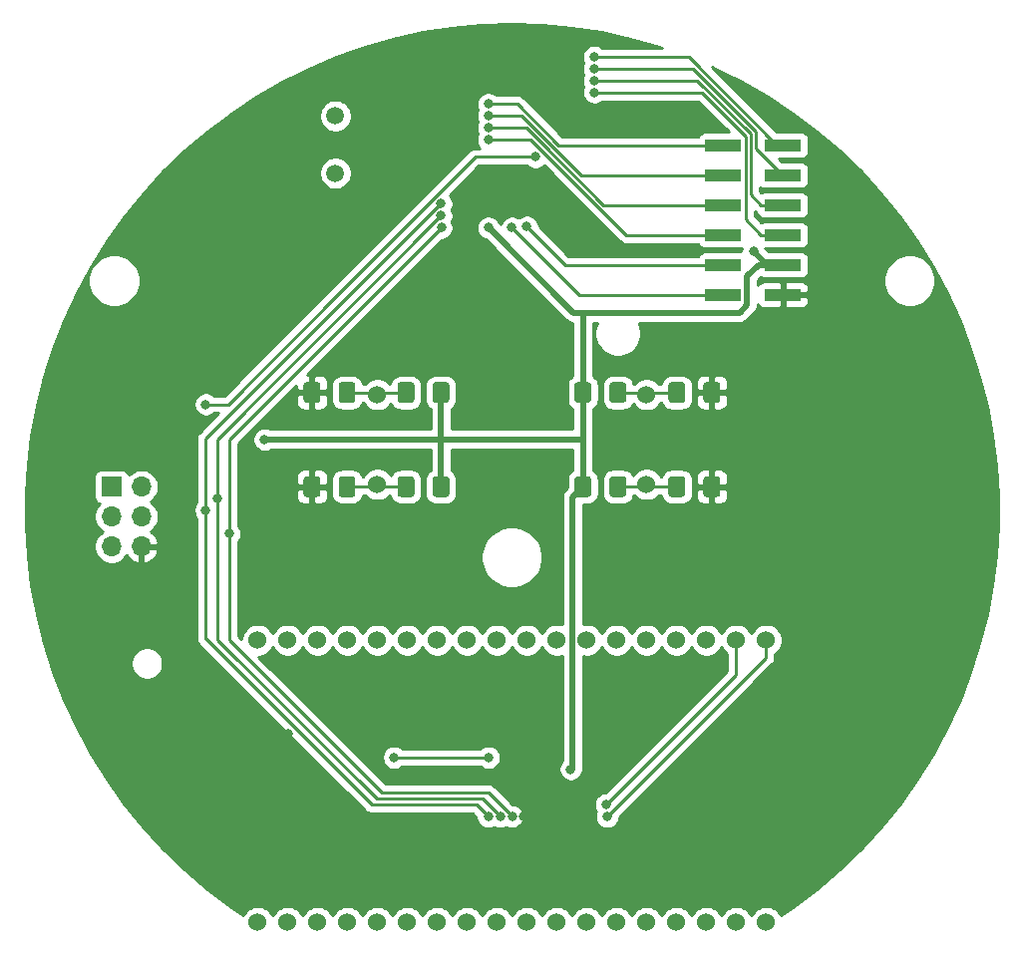
<source format=gbr>
%TF.GenerationSoftware,KiCad,Pcbnew,5.1.10*%
%TF.CreationDate,2021-09-26T09:19:48+10:00*%
%TF.ProjectId,pcb-main,7063622d-6d61-4696-9e2e-6b696361645f,rev?*%
%TF.SameCoordinates,Original*%
%TF.FileFunction,Copper,L2,Bot*%
%TF.FilePolarity,Positive*%
%FSLAX46Y46*%
G04 Gerber Fmt 4.6, Leading zero omitted, Abs format (unit mm)*
G04 Created by KiCad (PCBNEW 5.1.10) date 2021-09-26 09:19:48*
%MOMM*%
%LPD*%
G01*
G04 APERTURE LIST*
%TA.AperFunction,ComponentPad*%
%ADD10O,1.700000X1.700000*%
%TD*%
%TA.AperFunction,ComponentPad*%
%ADD11R,1.700000X1.700000*%
%TD*%
%TA.AperFunction,ComponentPad*%
%ADD12C,1.524000*%
%TD*%
%TA.AperFunction,SMDPad,CuDef*%
%ADD13R,3.150000X1.000000*%
%TD*%
%TA.AperFunction,ComponentPad*%
%ADD14C,1.500000*%
%TD*%
%TA.AperFunction,ViaPad*%
%ADD15C,0.800000*%
%TD*%
%TA.AperFunction,Conductor*%
%ADD16C,0.500000*%
%TD*%
%TA.AperFunction,Conductor*%
%ADD17C,0.250000*%
%TD*%
%TA.AperFunction,Conductor*%
%ADD18C,0.254000*%
%TD*%
%TA.AperFunction,Conductor*%
%ADD19C,0.100000*%
%TD*%
G04 APERTURE END LIST*
D10*
%TO.P,J1,6*%
%TO.N,GND*%
X118540000Y-103080000D03*
%TO.P,J1,5*%
%TO.N,/RESET*%
X116000000Y-103080000D03*
%TO.P,J1,4*%
%TO.N,/PB3*%
X118540000Y-100540000D03*
%TO.P,J1,3*%
%TO.N,/PB5*%
X116000000Y-100540000D03*
%TO.P,J1,2*%
%TO.N,+5V*%
X118540000Y-98000000D03*
D11*
%TO.P,J1,1*%
%TO.N,/PB4*%
X116000000Y-98000000D03*
%TD*%
D12*
%TO.P,U3,36*%
%TO.N,/SEG16*%
X128410880Y-111027040D03*
%TO.P,U3,35*%
%TO.N,/SEG17*%
X130950880Y-111027040D03*
%TO.P,U3,34*%
%TO.N,/SEG18*%
X133490880Y-111027040D03*
%TO.P,U3,33*%
%TO.N,/SEG19*%
X136030880Y-111027040D03*
%TO.P,U3,32*%
%TO.N,/SEG20*%
X138570880Y-111027040D03*
%TO.P,U3,31*%
%TO.N,/SEG21*%
X141110880Y-111027040D03*
%TO.P,U3,30*%
%TO.N,/SEG22*%
X143650880Y-111027040D03*
%TO.P,U3,29*%
%TO.N,/SEG23*%
X146190880Y-111027040D03*
%TO.P,U3,28*%
%TO.N,/SEG24*%
X148730880Y-111027040D03*
%TO.P,U3,27*%
%TO.N,/SEG25*%
X151270880Y-111027040D03*
%TO.P,U3,26*%
%TO.N,/SEG26*%
X153810880Y-111027040D03*
%TO.P,U3,25*%
%TO.N,/SEG27*%
X156350880Y-111027040D03*
%TO.P,U3,24*%
%TO.N,/SEG28*%
X158890880Y-111027040D03*
%TO.P,U3,23*%
%TO.N,/SEG29*%
X161430880Y-111027040D03*
%TO.P,U3,22*%
%TO.N,/SEG30*%
X163970880Y-111027040D03*
%TO.P,U3,21*%
%TO.N,/SEG31*%
X166510880Y-111027040D03*
%TO.P,U3,20*%
%TO.N,/COM2*%
X169050880Y-111027040D03*
%TO.P,U3,19*%
%TO.N,/COM3*%
X171590880Y-111027040D03*
%TO.P,U3,18*%
%TO.N,/COM1*%
X171590880Y-135000000D03*
%TO.P,U3,17*%
%TO.N,/COM0*%
X169050880Y-135000000D03*
%TO.P,U3,16*%
%TO.N,/SEG0*%
X166510880Y-135000000D03*
%TO.P,U3,15*%
%TO.N,/SEG1*%
X163970880Y-135000000D03*
%TO.P,U3,14*%
%TO.N,/SEG2*%
X161430880Y-135000000D03*
%TO.P,U3,13*%
%TO.N,/SEG3*%
X158890880Y-135000000D03*
%TO.P,U3,12*%
%TO.N,/SEG4*%
X156350880Y-135000000D03*
%TO.P,U3,11*%
%TO.N,/SEG5*%
X153810880Y-135000000D03*
%TO.P,U3,10*%
%TO.N,/SEG6*%
X151270880Y-135000000D03*
%TO.P,U3,9*%
%TO.N,/SEG7*%
X148730880Y-135000000D03*
%TO.P,U3,8*%
%TO.N,/SEG15*%
X146190880Y-135000000D03*
%TO.P,U3,7*%
%TO.N,/SEG14*%
X143650880Y-135000000D03*
%TO.P,U3,6*%
%TO.N,/SEG13*%
X141110880Y-135000000D03*
%TO.P,U3,5*%
%TO.N,/SEG12*%
X138570880Y-135000000D03*
%TO.P,U3,4*%
%TO.N,/SEG11*%
X136030880Y-135000000D03*
%TO.P,U3,3*%
%TO.N,/SEG10*%
X133490880Y-135000000D03*
%TO.P,U3,2*%
%TO.N,/SEG9*%
X130950880Y-135000000D03*
%TO.P,U3,1*%
%TO.N,/SEG8*%
X128410880Y-135000000D03*
%TD*%
%TO.P,M1,4*%
%TO.N,/MOT_4*%
X161430000Y-97810000D03*
%TO.P,M1,3*%
%TO.N,/MOT_3*%
X161430000Y-90190000D03*
%TO.P,M1,2*%
%TO.N,/MOT_2*%
X138570000Y-90190000D03*
%TO.P,M1,1*%
%TO.N,/MOT_1*%
X138570000Y-97810000D03*
%TD*%
D13*
%TO.P,J2,12*%
%TO.N,/ADC6*%
X167950000Y-81700000D03*
%TO.P,J2,11*%
%TO.N,GND*%
X173000000Y-81700000D03*
%TO.P,J2,10*%
%TO.N,/ADC7*%
X167950000Y-79160000D03*
%TO.P,J2,9*%
%TO.N,+5V*%
X173000000Y-79160000D03*
%TO.P,J2,8*%
%TO.N,/PB0*%
X167950000Y-76620000D03*
%TO.P,J2,7*%
%TO.N,/PD1*%
X173000000Y-76620000D03*
%TO.P,J2,6*%
%TO.N,/PD7*%
X167950000Y-74080000D03*
%TO.P,J2,5*%
%TO.N,/PD2*%
X173000000Y-74080000D03*
%TO.P,J2,4*%
%TO.N,/PD6*%
X167950000Y-71540000D03*
%TO.P,J2,3*%
%TO.N,/PD3*%
X173000000Y-71540000D03*
%TO.P,J2,2*%
%TO.N,/PD5*%
X167950000Y-69000000D03*
%TO.P,J2,1*%
%TO.N,/PD4*%
X173000000Y-69000000D03*
%TD*%
D14*
%TO.P,Y1,2*%
%TO.N,/XTAL2*%
X135000000Y-71380000D03*
%TO.P,Y1,1*%
%TO.N,/XTAL1*%
X135000000Y-66500000D03*
%TD*%
%TO.P,D8,2*%
%TO.N,GND*%
%TA.AperFunction,SMDPad,CuDef*%
G36*
G01*
X133737500Y-97375000D02*
X133737500Y-98625000D01*
G75*
G02*
X133487500Y-98875000I-250000J0D01*
G01*
X132562500Y-98875000D01*
G75*
G02*
X132312500Y-98625000I0J250000D01*
G01*
X132312500Y-97375000D01*
G75*
G02*
X132562500Y-97125000I250000J0D01*
G01*
X133487500Y-97125000D01*
G75*
G02*
X133737500Y-97375000I0J-250000D01*
G01*
G37*
%TD.AperFunction*%
%TO.P,D8,1*%
%TO.N,/MOT_1*%
%TA.AperFunction,SMDPad,CuDef*%
G36*
G01*
X136712500Y-97375000D02*
X136712500Y-98625000D01*
G75*
G02*
X136462500Y-98875000I-250000J0D01*
G01*
X135537500Y-98875000D01*
G75*
G02*
X135287500Y-98625000I0J250000D01*
G01*
X135287500Y-97375000D01*
G75*
G02*
X135537500Y-97125000I250000J0D01*
G01*
X136462500Y-97125000D01*
G75*
G02*
X136712500Y-97375000I0J-250000D01*
G01*
G37*
%TD.AperFunction*%
%TD*%
%TO.P,D7,2*%
%TO.N,/MOT_1*%
%TA.AperFunction,SMDPad,CuDef*%
G36*
G01*
X141712500Y-97375000D02*
X141712500Y-98625000D01*
G75*
G02*
X141462500Y-98875000I-250000J0D01*
G01*
X140537500Y-98875000D01*
G75*
G02*
X140287500Y-98625000I0J250000D01*
G01*
X140287500Y-97375000D01*
G75*
G02*
X140537500Y-97125000I250000J0D01*
G01*
X141462500Y-97125000D01*
G75*
G02*
X141712500Y-97375000I0J-250000D01*
G01*
G37*
%TD.AperFunction*%
%TO.P,D7,1*%
%TO.N,+5V*%
%TA.AperFunction,SMDPad,CuDef*%
G36*
G01*
X144687500Y-97375000D02*
X144687500Y-98625000D01*
G75*
G02*
X144437500Y-98875000I-250000J0D01*
G01*
X143512500Y-98875000D01*
G75*
G02*
X143262500Y-98625000I0J250000D01*
G01*
X143262500Y-97375000D01*
G75*
G02*
X143512500Y-97125000I250000J0D01*
G01*
X144437500Y-97125000D01*
G75*
G02*
X144687500Y-97375000I0J-250000D01*
G01*
G37*
%TD.AperFunction*%
%TD*%
%TO.P,D6,2*%
%TO.N,GND*%
%TA.AperFunction,SMDPad,CuDef*%
G36*
G01*
X133737500Y-89375000D02*
X133737500Y-90625000D01*
G75*
G02*
X133487500Y-90875000I-250000J0D01*
G01*
X132562500Y-90875000D01*
G75*
G02*
X132312500Y-90625000I0J250000D01*
G01*
X132312500Y-89375000D01*
G75*
G02*
X132562500Y-89125000I250000J0D01*
G01*
X133487500Y-89125000D01*
G75*
G02*
X133737500Y-89375000I0J-250000D01*
G01*
G37*
%TD.AperFunction*%
%TO.P,D6,1*%
%TO.N,/MOT_2*%
%TA.AperFunction,SMDPad,CuDef*%
G36*
G01*
X136712500Y-89375000D02*
X136712500Y-90625000D01*
G75*
G02*
X136462500Y-90875000I-250000J0D01*
G01*
X135537500Y-90875000D01*
G75*
G02*
X135287500Y-90625000I0J250000D01*
G01*
X135287500Y-89375000D01*
G75*
G02*
X135537500Y-89125000I250000J0D01*
G01*
X136462500Y-89125000D01*
G75*
G02*
X136712500Y-89375000I0J-250000D01*
G01*
G37*
%TD.AperFunction*%
%TD*%
%TO.P,D5,2*%
%TO.N,/MOT_2*%
%TA.AperFunction,SMDPad,CuDef*%
G36*
G01*
X141712500Y-89375000D02*
X141712500Y-90625000D01*
G75*
G02*
X141462500Y-90875000I-250000J0D01*
G01*
X140537500Y-90875000D01*
G75*
G02*
X140287500Y-90625000I0J250000D01*
G01*
X140287500Y-89375000D01*
G75*
G02*
X140537500Y-89125000I250000J0D01*
G01*
X141462500Y-89125000D01*
G75*
G02*
X141712500Y-89375000I0J-250000D01*
G01*
G37*
%TD.AperFunction*%
%TO.P,D5,1*%
%TO.N,+5V*%
%TA.AperFunction,SMDPad,CuDef*%
G36*
G01*
X144687500Y-89375000D02*
X144687500Y-90625000D01*
G75*
G02*
X144437500Y-90875000I-250000J0D01*
G01*
X143512500Y-90875000D01*
G75*
G02*
X143262500Y-90625000I0J250000D01*
G01*
X143262500Y-89375000D01*
G75*
G02*
X143512500Y-89125000I250000J0D01*
G01*
X144437500Y-89125000D01*
G75*
G02*
X144687500Y-89375000I0J-250000D01*
G01*
G37*
%TD.AperFunction*%
%TD*%
%TO.P,D4,2*%
%TO.N,GND*%
%TA.AperFunction,SMDPad,CuDef*%
G36*
G01*
X166262500Y-98625000D02*
X166262500Y-97375000D01*
G75*
G02*
X166512500Y-97125000I250000J0D01*
G01*
X167437500Y-97125000D01*
G75*
G02*
X167687500Y-97375000I0J-250000D01*
G01*
X167687500Y-98625000D01*
G75*
G02*
X167437500Y-98875000I-250000J0D01*
G01*
X166512500Y-98875000D01*
G75*
G02*
X166262500Y-98625000I0J250000D01*
G01*
G37*
%TD.AperFunction*%
%TO.P,D4,1*%
%TO.N,/MOT_4*%
%TA.AperFunction,SMDPad,CuDef*%
G36*
G01*
X163287500Y-98625000D02*
X163287500Y-97375000D01*
G75*
G02*
X163537500Y-97125000I250000J0D01*
G01*
X164462500Y-97125000D01*
G75*
G02*
X164712500Y-97375000I0J-250000D01*
G01*
X164712500Y-98625000D01*
G75*
G02*
X164462500Y-98875000I-250000J0D01*
G01*
X163537500Y-98875000D01*
G75*
G02*
X163287500Y-98625000I0J250000D01*
G01*
G37*
%TD.AperFunction*%
%TD*%
%TO.P,D3,2*%
%TO.N,/MOT_4*%
%TA.AperFunction,SMDPad,CuDef*%
G36*
G01*
X158287500Y-98625000D02*
X158287500Y-97375000D01*
G75*
G02*
X158537500Y-97125000I250000J0D01*
G01*
X159462500Y-97125000D01*
G75*
G02*
X159712500Y-97375000I0J-250000D01*
G01*
X159712500Y-98625000D01*
G75*
G02*
X159462500Y-98875000I-250000J0D01*
G01*
X158537500Y-98875000D01*
G75*
G02*
X158287500Y-98625000I0J250000D01*
G01*
G37*
%TD.AperFunction*%
%TO.P,D3,1*%
%TO.N,+5V*%
%TA.AperFunction,SMDPad,CuDef*%
G36*
G01*
X155312500Y-98625000D02*
X155312500Y-97375000D01*
G75*
G02*
X155562500Y-97125000I250000J0D01*
G01*
X156487500Y-97125000D01*
G75*
G02*
X156737500Y-97375000I0J-250000D01*
G01*
X156737500Y-98625000D01*
G75*
G02*
X156487500Y-98875000I-250000J0D01*
G01*
X155562500Y-98875000D01*
G75*
G02*
X155312500Y-98625000I0J250000D01*
G01*
G37*
%TD.AperFunction*%
%TD*%
%TO.P,D2,2*%
%TO.N,GND*%
%TA.AperFunction,SMDPad,CuDef*%
G36*
G01*
X166262500Y-90625000D02*
X166262500Y-89375000D01*
G75*
G02*
X166512500Y-89125000I250000J0D01*
G01*
X167437500Y-89125000D01*
G75*
G02*
X167687500Y-89375000I0J-250000D01*
G01*
X167687500Y-90625000D01*
G75*
G02*
X167437500Y-90875000I-250000J0D01*
G01*
X166512500Y-90875000D01*
G75*
G02*
X166262500Y-90625000I0J250000D01*
G01*
G37*
%TD.AperFunction*%
%TO.P,D2,1*%
%TO.N,/MOT_3*%
%TA.AperFunction,SMDPad,CuDef*%
G36*
G01*
X163287500Y-90625000D02*
X163287500Y-89375000D01*
G75*
G02*
X163537500Y-89125000I250000J0D01*
G01*
X164462500Y-89125000D01*
G75*
G02*
X164712500Y-89375000I0J-250000D01*
G01*
X164712500Y-90625000D01*
G75*
G02*
X164462500Y-90875000I-250000J0D01*
G01*
X163537500Y-90875000D01*
G75*
G02*
X163287500Y-90625000I0J250000D01*
G01*
G37*
%TD.AperFunction*%
%TD*%
%TO.P,D1,2*%
%TO.N,/MOT_3*%
%TA.AperFunction,SMDPad,CuDef*%
G36*
G01*
X158287500Y-90625000D02*
X158287500Y-89375000D01*
G75*
G02*
X158537500Y-89125000I250000J0D01*
G01*
X159462500Y-89125000D01*
G75*
G02*
X159712500Y-89375000I0J-250000D01*
G01*
X159712500Y-90625000D01*
G75*
G02*
X159462500Y-90875000I-250000J0D01*
G01*
X158537500Y-90875000D01*
G75*
G02*
X158287500Y-90625000I0J250000D01*
G01*
G37*
%TD.AperFunction*%
%TO.P,D1,1*%
%TO.N,+5V*%
%TA.AperFunction,SMDPad,CuDef*%
G36*
G01*
X155312500Y-90625000D02*
X155312500Y-89375000D01*
G75*
G02*
X155562500Y-89125000I250000J0D01*
G01*
X156487500Y-89125000D01*
G75*
G02*
X156737500Y-89375000I0J-250000D01*
G01*
X156737500Y-90625000D01*
G75*
G02*
X156487500Y-90875000I-250000J0D01*
G01*
X155562500Y-90875000D01*
G75*
G02*
X155312500Y-90625000I0J250000D01*
G01*
G37*
%TD.AperFunction*%
%TD*%
D15*
%TO.N,+5V*%
X148000000Y-76000000D03*
X170500000Y-78000000D03*
X129000000Y-94000000D03*
X155000000Y-122000000D03*
%TO.N,GND*%
X154000000Y-60000000D03*
X169000000Y-127000000D03*
X169000000Y-119000000D03*
X131000000Y-119000000D03*
X151013270Y-125999766D03*
X128000000Y-69000000D03*
X157000000Y-103000000D03*
X153000000Y-103000000D03*
X176000000Y-69000000D03*
%TO.N,/RESET*%
X152000000Y-70000000D03*
X124000000Y-91000000D03*
%TO.N,/COM3*%
X158092500Y-126012653D03*
%TO.N,/COM2*%
X158000000Y-125000000D03*
%TO.N,/BACKLIGHT_LED*%
X140000000Y-121000000D03*
X148000000Y-121000000D03*
%TO.N,/PB3*%
X147987347Y-126012653D03*
X124000000Y-100000000D03*
X143994204Y-73978197D03*
%TO.N,/PB5*%
X150012653Y-125987347D03*
X126000000Y-102000000D03*
X144000000Y-76000000D03*
%TO.N,/PB4*%
X149000000Y-126000000D03*
X143987347Y-74987347D03*
X125000000Y-99000000D03*
%TO.N,/ADC6*%
X150000000Y-76000000D03*
%TO.N,/ADC7*%
X151275000Y-75922264D03*
%TO.N,/PB0*%
X148000000Y-68500000D03*
%TO.N,/PD1*%
X157000000Y-64500000D03*
%TO.N,/PD7*%
X148000000Y-67500000D03*
%TO.N,/PD2*%
X157000000Y-63500000D03*
%TO.N,/PD6*%
X148000000Y-66500000D03*
%TO.N,/PD3*%
X157000000Y-62500000D03*
%TO.N,/PD5*%
X148000000Y-65500000D03*
%TO.N,/PD4*%
X157000000Y-61500000D03*
%TD*%
D16*
%TO.N,+5V*%
X169312921Y-83222081D02*
X156802919Y-83222081D01*
X169975001Y-82560001D02*
X169312921Y-83222081D01*
X169975001Y-80109999D02*
X169975001Y-82560001D01*
X170925000Y-79160000D02*
X169975001Y-80109999D01*
X173000000Y-79160000D02*
X170925000Y-79160000D01*
X155222081Y-83222081D02*
X148000000Y-76000000D01*
X155777919Y-83222081D02*
X155222081Y-83222081D01*
X171660000Y-79160000D02*
X170500000Y-78000000D01*
X173000000Y-79160000D02*
X171660000Y-79160000D01*
X156025000Y-93975000D02*
X143975000Y-93975000D01*
X143975000Y-93975000D02*
X143975000Y-90000000D01*
X143975000Y-98000000D02*
X143975000Y-93975000D01*
X156025000Y-98000000D02*
X156025000Y-93975000D01*
X156025000Y-93975000D02*
X156025000Y-90000000D01*
X156025000Y-90000000D02*
X156025000Y-83419162D01*
X156025000Y-83419162D02*
X156222081Y-83222081D01*
X156222081Y-83222081D02*
X155777919Y-83222081D01*
X156802919Y-83222081D02*
X156222081Y-83222081D01*
X129025000Y-93975000D02*
X129000000Y-94000000D01*
X143975000Y-93975000D02*
X129025000Y-93975000D01*
X155138879Y-121861121D02*
X155000000Y-122000000D01*
X155138879Y-98886121D02*
X155138879Y-121861121D01*
X156025000Y-98000000D02*
X155138879Y-98886121D01*
D17*
%TO.N,/RESET*%
X152000000Y-70000000D02*
X146899399Y-70000000D01*
X125899400Y-91000000D02*
X135949700Y-80949700D01*
X135949700Y-80949700D02*
X134000000Y-82899399D01*
X146899399Y-70000000D02*
X135949700Y-80949700D01*
X125899400Y-91000000D02*
X124000000Y-91000000D01*
%TO.N,/COM3*%
X171590880Y-112514273D02*
X171590880Y-111027040D01*
X158092500Y-126012653D02*
X171590880Y-112514273D01*
%TO.N,/COM2*%
X169050880Y-113949120D02*
X169050880Y-111027040D01*
X158000000Y-125000000D02*
X169050880Y-113949120D01*
%TO.N,/MOT_3*%
X161240000Y-90000000D02*
X161430000Y-90190000D01*
X159000000Y-90000000D02*
X161240000Y-90000000D01*
X161620000Y-90000000D02*
X161430000Y-90190000D01*
X164000000Y-90000000D02*
X161620000Y-90000000D01*
%TO.N,/MOT_4*%
X161240000Y-98000000D02*
X161430000Y-97810000D01*
X159000000Y-98000000D02*
X161240000Y-98000000D01*
X161620000Y-98000000D02*
X161430000Y-97810000D01*
X164000000Y-98000000D02*
X161620000Y-98000000D01*
%TO.N,/MOT_2*%
X138760000Y-90000000D02*
X138570000Y-90190000D01*
X141000000Y-90000000D02*
X138760000Y-90000000D01*
X138380000Y-90000000D02*
X138570000Y-90190000D01*
X136000000Y-90000000D02*
X138380000Y-90000000D01*
%TO.N,/MOT_1*%
X138760000Y-98000000D02*
X138570000Y-97810000D01*
X141000000Y-98000000D02*
X138760000Y-98000000D01*
X138380000Y-98000000D02*
X138570000Y-97810000D01*
X136000000Y-98000000D02*
X138380000Y-98000000D01*
%TO.N,/BACKLIGHT_LED*%
X140000000Y-121000000D02*
X148000000Y-121000000D01*
%TO.N,/PB3*%
X143923495Y-73978197D02*
X143994204Y-73978197D01*
X146974694Y-125000000D02*
X138073002Y-125000000D01*
X147987347Y-126012653D02*
X146974694Y-125000000D01*
X124000000Y-94000000D02*
X123950846Y-93950846D01*
X124000000Y-100000000D02*
X124000000Y-94000000D01*
X123950846Y-93950846D02*
X143923495Y-73978197D01*
X124000000Y-100000000D02*
X124000000Y-110926998D01*
X124000000Y-110926998D02*
X124036501Y-110963499D01*
X138073002Y-125000000D02*
X124036501Y-110963499D01*
%TO.N,/PB5*%
X126000000Y-102000000D02*
X126000000Y-96000000D01*
X148025307Y-124000001D02*
X139000001Y-124000001D01*
X150012653Y-125987347D02*
X148025307Y-124000001D01*
X126000000Y-96000000D02*
X126000000Y-94000000D01*
X126000000Y-94000000D02*
X144000000Y-76000000D01*
X126000000Y-109000000D02*
X126000000Y-111000000D01*
X126000000Y-102000000D02*
X126000000Y-109000000D01*
X139000001Y-124000001D02*
X126000000Y-111000000D01*
%TO.N,/PB4*%
X147500000Y-124500000D02*
X138500000Y-124500000D01*
X149000000Y-126000000D02*
X147500000Y-124500000D01*
X125000000Y-94000000D02*
X124987347Y-93987347D01*
X125000000Y-99000000D02*
X125000000Y-94000000D01*
X124987347Y-93987347D02*
X143987347Y-74987347D01*
X125000000Y-109000000D02*
X125000000Y-111000000D01*
X125000000Y-99000000D02*
X125000000Y-109000000D01*
X138500000Y-124500000D02*
X125000000Y-111000000D01*
%TO.N,/ADC6*%
X155700000Y-81700000D02*
X150000000Y-76000000D01*
X167950000Y-81700000D02*
X155700000Y-81700000D01*
%TO.N,/ADC7*%
X154512736Y-79160000D02*
X151275000Y-75922264D01*
X167950000Y-79160000D02*
X154512736Y-79160000D01*
%TO.N,/PB0*%
X151573002Y-68500000D02*
X148000000Y-68500000D01*
X159693002Y-76620000D02*
X151573002Y-68500000D01*
X167950000Y-76620000D02*
X159693002Y-76620000D01*
%TO.N,/PD1*%
X166110002Y-64500000D02*
X157000000Y-64500000D01*
X169850001Y-68239999D02*
X166110002Y-64500000D01*
X169850001Y-75295001D02*
X169850001Y-68239999D01*
X171175000Y-76620000D02*
X169850001Y-75295001D01*
X173000000Y-76620000D02*
X171175000Y-76620000D01*
%TO.N,/PD7*%
X167950000Y-74080000D02*
X157789412Y-74080000D01*
X151209412Y-67500000D02*
X152604706Y-68895294D01*
X148000000Y-67500000D02*
X151209412Y-67500000D01*
X152604706Y-68895294D02*
X152104706Y-68395294D01*
X157789412Y-74080000D02*
X152604706Y-68895294D01*
%TO.N,/PD2*%
X171175000Y-74080000D02*
X170300011Y-73205011D01*
X173000000Y-74080000D02*
X171175000Y-74080000D01*
X165746412Y-63500000D02*
X157000000Y-63500000D01*
X170300010Y-68053598D02*
X165746412Y-63500000D01*
X170300011Y-73205011D02*
X170300010Y-68053598D01*
%TO.N,/PD6*%
X167950000Y-71540000D02*
X155885822Y-71540000D01*
X150845822Y-66500000D02*
X153422911Y-69077089D01*
X148000000Y-66500000D02*
X150845822Y-66500000D01*
X153422911Y-69077089D02*
X153054715Y-68708893D01*
X155885822Y-71540000D02*
X153422911Y-69077089D01*
%TO.N,/PD3*%
X170750019Y-69290019D02*
X173000000Y-71540000D01*
X170750019Y-67867197D02*
X170750019Y-69290019D01*
X165382822Y-62500000D02*
X170750019Y-67867197D01*
X157000000Y-62500000D02*
X165382822Y-62500000D01*
%TO.N,/PD5*%
X167950000Y-69000000D02*
X153982232Y-69000000D01*
X150482232Y-65500000D02*
X148000000Y-65500000D01*
X153982232Y-69000000D02*
X150482232Y-65500000D01*
%TO.N,/PD4*%
X173000000Y-69000000D02*
X172519232Y-69000000D01*
X165019232Y-61500000D02*
X157000000Y-61500000D01*
X172519232Y-69000000D02*
X165019232Y-61500000D01*
%TD*%
D18*
%TO.N,GND*%
X152541850Y-58788314D02*
X155074058Y-59022957D01*
X157587018Y-59413041D01*
X160071198Y-59957085D01*
X162517174Y-60653025D01*
X162763991Y-60740000D01*
X157703711Y-60740000D01*
X157659774Y-60696063D01*
X157490256Y-60582795D01*
X157301898Y-60504774D01*
X157101939Y-60465000D01*
X156898061Y-60465000D01*
X156698102Y-60504774D01*
X156509744Y-60582795D01*
X156340226Y-60696063D01*
X156196063Y-60840226D01*
X156082795Y-61009744D01*
X156004774Y-61198102D01*
X155965000Y-61398061D01*
X155965000Y-61601939D01*
X156004774Y-61801898D01*
X156082795Y-61990256D01*
X156089306Y-62000000D01*
X156082795Y-62009744D01*
X156004774Y-62198102D01*
X155965000Y-62398061D01*
X155965000Y-62601939D01*
X156004774Y-62801898D01*
X156082795Y-62990256D01*
X156089306Y-63000000D01*
X156082795Y-63009744D01*
X156004774Y-63198102D01*
X155965000Y-63398061D01*
X155965000Y-63601939D01*
X156004774Y-63801898D01*
X156082795Y-63990256D01*
X156089306Y-64000000D01*
X156082795Y-64009744D01*
X156004774Y-64198102D01*
X155965000Y-64398061D01*
X155965000Y-64601939D01*
X156004774Y-64801898D01*
X156082795Y-64990256D01*
X156196063Y-65159774D01*
X156340226Y-65303937D01*
X156509744Y-65417205D01*
X156698102Y-65495226D01*
X156898061Y-65535000D01*
X157101939Y-65535000D01*
X157301898Y-65495226D01*
X157490256Y-65417205D01*
X157659774Y-65303937D01*
X157703711Y-65260000D01*
X165795201Y-65260000D01*
X168397128Y-67861928D01*
X166375000Y-67861928D01*
X166250518Y-67874188D01*
X166130820Y-67910498D01*
X166020506Y-67969463D01*
X165923815Y-68048815D01*
X165844463Y-68145506D01*
X165793954Y-68240000D01*
X154297035Y-68240000D01*
X151046036Y-64989003D01*
X151022233Y-64959999D01*
X150906508Y-64865026D01*
X150774479Y-64794454D01*
X150631218Y-64750997D01*
X150519565Y-64740000D01*
X150519554Y-64740000D01*
X150482232Y-64736324D01*
X150444910Y-64740000D01*
X148703711Y-64740000D01*
X148659774Y-64696063D01*
X148490256Y-64582795D01*
X148301898Y-64504774D01*
X148101939Y-64465000D01*
X147898061Y-64465000D01*
X147698102Y-64504774D01*
X147509744Y-64582795D01*
X147340226Y-64696063D01*
X147196063Y-64840226D01*
X147082795Y-65009744D01*
X147004774Y-65198102D01*
X146965000Y-65398061D01*
X146965000Y-65601939D01*
X147004774Y-65801898D01*
X147082795Y-65990256D01*
X147089306Y-66000000D01*
X147082795Y-66009744D01*
X147004774Y-66198102D01*
X146965000Y-66398061D01*
X146965000Y-66601939D01*
X147004774Y-66801898D01*
X147082795Y-66990256D01*
X147089306Y-67000000D01*
X147082795Y-67009744D01*
X147004774Y-67198102D01*
X146965000Y-67398061D01*
X146965000Y-67601939D01*
X147004774Y-67801898D01*
X147082795Y-67990256D01*
X147089306Y-68000000D01*
X147082795Y-68009744D01*
X147004774Y-68198102D01*
X146965000Y-68398061D01*
X146965000Y-68601939D01*
X147004774Y-68801898D01*
X147082795Y-68990256D01*
X147196063Y-69159774D01*
X147276289Y-69240000D01*
X146936732Y-69240000D01*
X146899399Y-69236323D01*
X146862066Y-69240000D01*
X146750413Y-69250997D01*
X146607152Y-69294454D01*
X146475123Y-69365026D01*
X146359398Y-69459999D01*
X146335600Y-69488997D01*
X135438703Y-80385896D01*
X135438697Y-80385901D01*
X125584599Y-90240000D01*
X124703711Y-90240000D01*
X124659774Y-90196063D01*
X124490256Y-90082795D01*
X124301898Y-90004774D01*
X124101939Y-89965000D01*
X123898061Y-89965000D01*
X123698102Y-90004774D01*
X123509744Y-90082795D01*
X123340226Y-90196063D01*
X123196063Y-90340226D01*
X123082795Y-90509744D01*
X123004774Y-90698102D01*
X122965000Y-90898061D01*
X122965000Y-91101939D01*
X123004774Y-91301898D01*
X123082795Y-91490256D01*
X123196063Y-91659774D01*
X123340226Y-91803937D01*
X123509744Y-91917205D01*
X123698102Y-91995226D01*
X123898061Y-92035000D01*
X124101939Y-92035000D01*
X124301898Y-91995226D01*
X124490256Y-91917205D01*
X124659774Y-91803937D01*
X124703711Y-91760000D01*
X125066891Y-91760000D01*
X123439849Y-93387042D01*
X123410845Y-93410845D01*
X123357091Y-93476345D01*
X123315872Y-93526570D01*
X123245300Y-93658600D01*
X123201844Y-93801861D01*
X123187170Y-93950846D01*
X123201844Y-94099831D01*
X123240001Y-94225623D01*
X123240000Y-99296289D01*
X123196063Y-99340226D01*
X123082795Y-99509744D01*
X123004774Y-99698102D01*
X122965000Y-99898061D01*
X122965000Y-100101939D01*
X123004774Y-100301898D01*
X123082795Y-100490256D01*
X123196063Y-100659774D01*
X123240000Y-100703711D01*
X123240001Y-110889666D01*
X123236324Y-110926998D01*
X123250998Y-111075983D01*
X123294454Y-111219244D01*
X123365026Y-111351274D01*
X123424938Y-111424276D01*
X123460000Y-111466999D01*
X123488998Y-111490797D01*
X137509202Y-125511002D01*
X137533001Y-125540001D01*
X137561999Y-125563799D01*
X137648725Y-125634974D01*
X137761212Y-125695100D01*
X137780755Y-125705546D01*
X137924016Y-125749003D01*
X138035669Y-125760000D01*
X138035678Y-125760000D01*
X138073001Y-125763676D01*
X138110324Y-125760000D01*
X146659893Y-125760000D01*
X146952347Y-126052455D01*
X146952347Y-126114592D01*
X146992121Y-126314551D01*
X147070142Y-126502909D01*
X147183410Y-126672427D01*
X147327573Y-126816590D01*
X147497091Y-126929858D01*
X147685449Y-127007879D01*
X147885408Y-127047653D01*
X148089286Y-127047653D01*
X148289245Y-127007879D01*
X148477603Y-126929858D01*
X148503142Y-126912794D01*
X148509744Y-126917205D01*
X148698102Y-126995226D01*
X148898061Y-127035000D01*
X149101939Y-127035000D01*
X149301898Y-126995226D01*
X149490256Y-126917205D01*
X149515795Y-126900141D01*
X149522397Y-126904552D01*
X149710755Y-126982573D01*
X149910714Y-127022347D01*
X150114592Y-127022347D01*
X150314551Y-126982573D01*
X150502909Y-126904552D01*
X150672427Y-126791284D01*
X150816590Y-126647121D01*
X150929858Y-126477603D01*
X151007879Y-126289245D01*
X151047653Y-126089286D01*
X151047653Y-125885408D01*
X151007879Y-125685449D01*
X150929858Y-125497091D01*
X150816590Y-125327573D01*
X150672427Y-125183410D01*
X150502909Y-125070142D01*
X150314551Y-124992121D01*
X150114592Y-124952347D01*
X150052455Y-124952347D01*
X148589111Y-123489004D01*
X148565308Y-123460000D01*
X148449583Y-123365027D01*
X148317554Y-123294455D01*
X148174293Y-123250998D01*
X148062640Y-123240001D01*
X148062629Y-123240001D01*
X148025307Y-123236325D01*
X147987985Y-123240001D01*
X139314803Y-123240001D01*
X136972863Y-120898061D01*
X138965000Y-120898061D01*
X138965000Y-121101939D01*
X139004774Y-121301898D01*
X139082795Y-121490256D01*
X139196063Y-121659774D01*
X139340226Y-121803937D01*
X139509744Y-121917205D01*
X139698102Y-121995226D01*
X139898061Y-122035000D01*
X140101939Y-122035000D01*
X140301898Y-121995226D01*
X140490256Y-121917205D01*
X140659774Y-121803937D01*
X140703711Y-121760000D01*
X147296289Y-121760000D01*
X147340226Y-121803937D01*
X147509744Y-121917205D01*
X147698102Y-121995226D01*
X147898061Y-122035000D01*
X148101939Y-122035000D01*
X148301898Y-121995226D01*
X148490256Y-121917205D01*
X148659774Y-121803937D01*
X148803937Y-121659774D01*
X148917205Y-121490256D01*
X148995226Y-121301898D01*
X149035000Y-121101939D01*
X149035000Y-120898061D01*
X148995226Y-120698102D01*
X148917205Y-120509744D01*
X148803937Y-120340226D01*
X148659774Y-120196063D01*
X148490256Y-120082795D01*
X148301898Y-120004774D01*
X148101939Y-119965000D01*
X147898061Y-119965000D01*
X147698102Y-120004774D01*
X147509744Y-120082795D01*
X147340226Y-120196063D01*
X147296289Y-120240000D01*
X140703711Y-120240000D01*
X140659774Y-120196063D01*
X140490256Y-120082795D01*
X140301898Y-120004774D01*
X140101939Y-119965000D01*
X139898061Y-119965000D01*
X139698102Y-120004774D01*
X139509744Y-120082795D01*
X139340226Y-120196063D01*
X139196063Y-120340226D01*
X139082795Y-120509744D01*
X139004774Y-120698102D01*
X138965000Y-120898061D01*
X136972863Y-120898061D01*
X128498841Y-112424040D01*
X128548472Y-112424040D01*
X128818370Y-112370354D01*
X129072607Y-112265045D01*
X129301415Y-112112160D01*
X129496000Y-111917575D01*
X129648885Y-111688767D01*
X129680880Y-111611525D01*
X129712875Y-111688767D01*
X129865760Y-111917575D01*
X130060345Y-112112160D01*
X130289153Y-112265045D01*
X130543390Y-112370354D01*
X130813288Y-112424040D01*
X131088472Y-112424040D01*
X131358370Y-112370354D01*
X131612607Y-112265045D01*
X131841415Y-112112160D01*
X132036000Y-111917575D01*
X132188885Y-111688767D01*
X132220880Y-111611525D01*
X132252875Y-111688767D01*
X132405760Y-111917575D01*
X132600345Y-112112160D01*
X132829153Y-112265045D01*
X133083390Y-112370354D01*
X133353288Y-112424040D01*
X133628472Y-112424040D01*
X133898370Y-112370354D01*
X134152607Y-112265045D01*
X134381415Y-112112160D01*
X134576000Y-111917575D01*
X134728885Y-111688767D01*
X134760880Y-111611525D01*
X134792875Y-111688767D01*
X134945760Y-111917575D01*
X135140345Y-112112160D01*
X135369153Y-112265045D01*
X135623390Y-112370354D01*
X135893288Y-112424040D01*
X136168472Y-112424040D01*
X136438370Y-112370354D01*
X136692607Y-112265045D01*
X136921415Y-112112160D01*
X137116000Y-111917575D01*
X137268885Y-111688767D01*
X137300880Y-111611525D01*
X137332875Y-111688767D01*
X137485760Y-111917575D01*
X137680345Y-112112160D01*
X137909153Y-112265045D01*
X138163390Y-112370354D01*
X138433288Y-112424040D01*
X138708472Y-112424040D01*
X138978370Y-112370354D01*
X139232607Y-112265045D01*
X139461415Y-112112160D01*
X139656000Y-111917575D01*
X139808885Y-111688767D01*
X139840880Y-111611525D01*
X139872875Y-111688767D01*
X140025760Y-111917575D01*
X140220345Y-112112160D01*
X140449153Y-112265045D01*
X140703390Y-112370354D01*
X140973288Y-112424040D01*
X141248472Y-112424040D01*
X141518370Y-112370354D01*
X141772607Y-112265045D01*
X142001415Y-112112160D01*
X142196000Y-111917575D01*
X142348885Y-111688767D01*
X142380880Y-111611525D01*
X142412875Y-111688767D01*
X142565760Y-111917575D01*
X142760345Y-112112160D01*
X142989153Y-112265045D01*
X143243390Y-112370354D01*
X143513288Y-112424040D01*
X143788472Y-112424040D01*
X144058370Y-112370354D01*
X144312607Y-112265045D01*
X144541415Y-112112160D01*
X144736000Y-111917575D01*
X144888885Y-111688767D01*
X144920880Y-111611525D01*
X144952875Y-111688767D01*
X145105760Y-111917575D01*
X145300345Y-112112160D01*
X145529153Y-112265045D01*
X145783390Y-112370354D01*
X146053288Y-112424040D01*
X146328472Y-112424040D01*
X146598370Y-112370354D01*
X146852607Y-112265045D01*
X147081415Y-112112160D01*
X147276000Y-111917575D01*
X147428885Y-111688767D01*
X147460880Y-111611525D01*
X147492875Y-111688767D01*
X147645760Y-111917575D01*
X147840345Y-112112160D01*
X148069153Y-112265045D01*
X148323390Y-112370354D01*
X148593288Y-112424040D01*
X148868472Y-112424040D01*
X149138370Y-112370354D01*
X149392607Y-112265045D01*
X149621415Y-112112160D01*
X149816000Y-111917575D01*
X149968885Y-111688767D01*
X150000880Y-111611525D01*
X150032875Y-111688767D01*
X150185760Y-111917575D01*
X150380345Y-112112160D01*
X150609153Y-112265045D01*
X150863390Y-112370354D01*
X151133288Y-112424040D01*
X151408472Y-112424040D01*
X151678370Y-112370354D01*
X151932607Y-112265045D01*
X152161415Y-112112160D01*
X152356000Y-111917575D01*
X152508885Y-111688767D01*
X152540880Y-111611525D01*
X152572875Y-111688767D01*
X152725760Y-111917575D01*
X152920345Y-112112160D01*
X153149153Y-112265045D01*
X153403390Y-112370354D01*
X153673288Y-112424040D01*
X153948472Y-112424040D01*
X154218370Y-112370354D01*
X154253880Y-112355645D01*
X154253880Y-121282409D01*
X154196063Y-121340226D01*
X154082795Y-121509744D01*
X154004774Y-121698102D01*
X153965000Y-121898061D01*
X153965000Y-122101939D01*
X154004774Y-122301898D01*
X154082795Y-122490256D01*
X154196063Y-122659774D01*
X154340226Y-122803937D01*
X154509744Y-122917205D01*
X154698102Y-122995226D01*
X154898061Y-123035000D01*
X155101939Y-123035000D01*
X155301898Y-122995226D01*
X155490256Y-122917205D01*
X155659774Y-122803937D01*
X155803937Y-122659774D01*
X155917205Y-122490256D01*
X155995226Y-122301898D01*
X156035000Y-122101939D01*
X156035000Y-121898061D01*
X156027992Y-121862828D01*
X156028160Y-121861121D01*
X156023879Y-121817652D01*
X156023879Y-112386364D01*
X156213288Y-112424040D01*
X156488472Y-112424040D01*
X156758370Y-112370354D01*
X157012607Y-112265045D01*
X157241415Y-112112160D01*
X157436000Y-111917575D01*
X157588885Y-111688767D01*
X157620880Y-111611525D01*
X157652875Y-111688767D01*
X157805760Y-111917575D01*
X158000345Y-112112160D01*
X158229153Y-112265045D01*
X158483390Y-112370354D01*
X158753288Y-112424040D01*
X159028472Y-112424040D01*
X159298370Y-112370354D01*
X159552607Y-112265045D01*
X159781415Y-112112160D01*
X159976000Y-111917575D01*
X160128885Y-111688767D01*
X160160880Y-111611525D01*
X160192875Y-111688767D01*
X160345760Y-111917575D01*
X160540345Y-112112160D01*
X160769153Y-112265045D01*
X161023390Y-112370354D01*
X161293288Y-112424040D01*
X161568472Y-112424040D01*
X161838370Y-112370354D01*
X162092607Y-112265045D01*
X162321415Y-112112160D01*
X162516000Y-111917575D01*
X162668885Y-111688767D01*
X162700880Y-111611525D01*
X162732875Y-111688767D01*
X162885760Y-111917575D01*
X163080345Y-112112160D01*
X163309153Y-112265045D01*
X163563390Y-112370354D01*
X163833288Y-112424040D01*
X164108472Y-112424040D01*
X164378370Y-112370354D01*
X164632607Y-112265045D01*
X164861415Y-112112160D01*
X165056000Y-111917575D01*
X165208885Y-111688767D01*
X165240880Y-111611525D01*
X165272875Y-111688767D01*
X165425760Y-111917575D01*
X165620345Y-112112160D01*
X165849153Y-112265045D01*
X166103390Y-112370354D01*
X166373288Y-112424040D01*
X166648472Y-112424040D01*
X166918370Y-112370354D01*
X167172607Y-112265045D01*
X167401415Y-112112160D01*
X167596000Y-111917575D01*
X167748885Y-111688767D01*
X167780880Y-111611525D01*
X167812875Y-111688767D01*
X167965760Y-111917575D01*
X168160345Y-112112160D01*
X168290881Y-112199381D01*
X168290880Y-113634318D01*
X157960199Y-123965000D01*
X157898061Y-123965000D01*
X157698102Y-124004774D01*
X157509744Y-124082795D01*
X157340226Y-124196063D01*
X157196063Y-124340226D01*
X157082795Y-124509744D01*
X157004774Y-124698102D01*
X156965000Y-124898061D01*
X156965000Y-125101939D01*
X157004774Y-125301898D01*
X157082795Y-125490256D01*
X157148115Y-125588015D01*
X157097274Y-125710755D01*
X157057500Y-125910714D01*
X157057500Y-126114592D01*
X157097274Y-126314551D01*
X157175295Y-126502909D01*
X157288563Y-126672427D01*
X157432726Y-126816590D01*
X157602244Y-126929858D01*
X157790602Y-127007879D01*
X157990561Y-127047653D01*
X158194439Y-127047653D01*
X158394398Y-127007879D01*
X158582756Y-126929858D01*
X158752274Y-126816590D01*
X158896437Y-126672427D01*
X159009705Y-126502909D01*
X159087726Y-126314551D01*
X159127500Y-126114592D01*
X159127500Y-126052454D01*
X172101884Y-113078071D01*
X172130881Y-113054274D01*
X172157212Y-113022190D01*
X172225854Y-112938550D01*
X172296426Y-112806520D01*
X172296426Y-112806519D01*
X172339883Y-112663259D01*
X172350880Y-112551606D01*
X172350880Y-112551597D01*
X172354556Y-112514274D01*
X172350880Y-112476951D01*
X172350880Y-112199381D01*
X172481415Y-112112160D01*
X172676000Y-111917575D01*
X172828885Y-111688767D01*
X172934194Y-111434530D01*
X172987880Y-111164632D01*
X172987880Y-110889448D01*
X172934194Y-110619550D01*
X172828885Y-110365313D01*
X172676000Y-110136505D01*
X172481415Y-109941920D01*
X172252607Y-109789035D01*
X171998370Y-109683726D01*
X171728472Y-109630040D01*
X171453288Y-109630040D01*
X171183390Y-109683726D01*
X170929153Y-109789035D01*
X170700345Y-109941920D01*
X170505760Y-110136505D01*
X170352875Y-110365313D01*
X170320880Y-110442555D01*
X170288885Y-110365313D01*
X170136000Y-110136505D01*
X169941415Y-109941920D01*
X169712607Y-109789035D01*
X169458370Y-109683726D01*
X169188472Y-109630040D01*
X168913288Y-109630040D01*
X168643390Y-109683726D01*
X168389153Y-109789035D01*
X168160345Y-109941920D01*
X167965760Y-110136505D01*
X167812875Y-110365313D01*
X167780880Y-110442555D01*
X167748885Y-110365313D01*
X167596000Y-110136505D01*
X167401415Y-109941920D01*
X167172607Y-109789035D01*
X166918370Y-109683726D01*
X166648472Y-109630040D01*
X166373288Y-109630040D01*
X166103390Y-109683726D01*
X165849153Y-109789035D01*
X165620345Y-109941920D01*
X165425760Y-110136505D01*
X165272875Y-110365313D01*
X165240880Y-110442555D01*
X165208885Y-110365313D01*
X165056000Y-110136505D01*
X164861415Y-109941920D01*
X164632607Y-109789035D01*
X164378370Y-109683726D01*
X164108472Y-109630040D01*
X163833288Y-109630040D01*
X163563390Y-109683726D01*
X163309153Y-109789035D01*
X163080345Y-109941920D01*
X162885760Y-110136505D01*
X162732875Y-110365313D01*
X162700880Y-110442555D01*
X162668885Y-110365313D01*
X162516000Y-110136505D01*
X162321415Y-109941920D01*
X162092607Y-109789035D01*
X161838370Y-109683726D01*
X161568472Y-109630040D01*
X161293288Y-109630040D01*
X161023390Y-109683726D01*
X160769153Y-109789035D01*
X160540345Y-109941920D01*
X160345760Y-110136505D01*
X160192875Y-110365313D01*
X160160880Y-110442555D01*
X160128885Y-110365313D01*
X159976000Y-110136505D01*
X159781415Y-109941920D01*
X159552607Y-109789035D01*
X159298370Y-109683726D01*
X159028472Y-109630040D01*
X158753288Y-109630040D01*
X158483390Y-109683726D01*
X158229153Y-109789035D01*
X158000345Y-109941920D01*
X157805760Y-110136505D01*
X157652875Y-110365313D01*
X157620880Y-110442555D01*
X157588885Y-110365313D01*
X157436000Y-110136505D01*
X157241415Y-109941920D01*
X157012607Y-109789035D01*
X156758370Y-109683726D01*
X156488472Y-109630040D01*
X156213288Y-109630040D01*
X156023879Y-109667716D01*
X156023879Y-99513072D01*
X156487500Y-99513072D01*
X156660754Y-99496008D01*
X156827350Y-99445472D01*
X156980886Y-99363405D01*
X157115462Y-99252962D01*
X157225905Y-99118386D01*
X157307972Y-98964850D01*
X157358508Y-98798254D01*
X157375572Y-98625000D01*
X157375572Y-97375000D01*
X157649428Y-97375000D01*
X157649428Y-98625000D01*
X157666492Y-98798254D01*
X157717028Y-98964850D01*
X157799095Y-99118386D01*
X157909538Y-99252962D01*
X158044114Y-99363405D01*
X158197650Y-99445472D01*
X158364246Y-99496008D01*
X158537500Y-99513072D01*
X159462500Y-99513072D01*
X159635754Y-99496008D01*
X159802350Y-99445472D01*
X159955886Y-99363405D01*
X160090462Y-99252962D01*
X160200905Y-99118386D01*
X160282972Y-98964850D01*
X160333508Y-98798254D01*
X160337276Y-98760000D01*
X160404345Y-98760000D01*
X160539465Y-98895120D01*
X160768273Y-99048005D01*
X161022510Y-99153314D01*
X161292408Y-99207000D01*
X161567592Y-99207000D01*
X161837490Y-99153314D01*
X162091727Y-99048005D01*
X162320535Y-98895120D01*
X162455655Y-98760000D01*
X162662724Y-98760000D01*
X162666492Y-98798254D01*
X162717028Y-98964850D01*
X162799095Y-99118386D01*
X162909538Y-99252962D01*
X163044114Y-99363405D01*
X163197650Y-99445472D01*
X163364246Y-99496008D01*
X163537500Y-99513072D01*
X164462500Y-99513072D01*
X164635754Y-99496008D01*
X164802350Y-99445472D01*
X164955886Y-99363405D01*
X165090462Y-99252962D01*
X165200905Y-99118386D01*
X165282972Y-98964850D01*
X165310227Y-98875000D01*
X165624428Y-98875000D01*
X165636688Y-98999482D01*
X165672998Y-99119180D01*
X165731963Y-99229494D01*
X165811315Y-99326185D01*
X165908006Y-99405537D01*
X166018320Y-99464502D01*
X166138018Y-99500812D01*
X166262500Y-99513072D01*
X166689250Y-99510000D01*
X166848000Y-99351250D01*
X166848000Y-98127000D01*
X167102000Y-98127000D01*
X167102000Y-99351250D01*
X167260750Y-99510000D01*
X167687500Y-99513072D01*
X167811982Y-99500812D01*
X167931680Y-99464502D01*
X168041994Y-99405537D01*
X168138685Y-99326185D01*
X168218037Y-99229494D01*
X168277002Y-99119180D01*
X168313312Y-98999482D01*
X168325572Y-98875000D01*
X168322500Y-98285750D01*
X168163750Y-98127000D01*
X167102000Y-98127000D01*
X166848000Y-98127000D01*
X165786250Y-98127000D01*
X165627500Y-98285750D01*
X165624428Y-98875000D01*
X165310227Y-98875000D01*
X165333508Y-98798254D01*
X165350572Y-98625000D01*
X165350572Y-97375000D01*
X165333508Y-97201746D01*
X165310228Y-97125000D01*
X165624428Y-97125000D01*
X165627500Y-97714250D01*
X165786250Y-97873000D01*
X166848000Y-97873000D01*
X166848000Y-96648750D01*
X167102000Y-96648750D01*
X167102000Y-97873000D01*
X168163750Y-97873000D01*
X168322500Y-97714250D01*
X168325572Y-97125000D01*
X168313312Y-97000518D01*
X168277002Y-96880820D01*
X168218037Y-96770506D01*
X168138685Y-96673815D01*
X168041994Y-96594463D01*
X167931680Y-96535498D01*
X167811982Y-96499188D01*
X167687500Y-96486928D01*
X167260750Y-96490000D01*
X167102000Y-96648750D01*
X166848000Y-96648750D01*
X166689250Y-96490000D01*
X166262500Y-96486928D01*
X166138018Y-96499188D01*
X166018320Y-96535498D01*
X165908006Y-96594463D01*
X165811315Y-96673815D01*
X165731963Y-96770506D01*
X165672998Y-96880820D01*
X165636688Y-97000518D01*
X165624428Y-97125000D01*
X165310228Y-97125000D01*
X165282972Y-97035150D01*
X165200905Y-96881614D01*
X165090462Y-96747038D01*
X164955886Y-96636595D01*
X164802350Y-96554528D01*
X164635754Y-96503992D01*
X164462500Y-96486928D01*
X163537500Y-96486928D01*
X163364246Y-96503992D01*
X163197650Y-96554528D01*
X163044114Y-96636595D01*
X162909538Y-96747038D01*
X162799095Y-96881614D01*
X162717028Y-97035150D01*
X162676495Y-97168770D01*
X162668005Y-97148273D01*
X162515120Y-96919465D01*
X162320535Y-96724880D01*
X162091727Y-96571995D01*
X161837490Y-96466686D01*
X161567592Y-96413000D01*
X161292408Y-96413000D01*
X161022510Y-96466686D01*
X160768273Y-96571995D01*
X160539465Y-96724880D01*
X160344880Y-96919465D01*
X160276132Y-97022353D01*
X160200905Y-96881614D01*
X160090462Y-96747038D01*
X159955886Y-96636595D01*
X159802350Y-96554528D01*
X159635754Y-96503992D01*
X159462500Y-96486928D01*
X158537500Y-96486928D01*
X158364246Y-96503992D01*
X158197650Y-96554528D01*
X158044114Y-96636595D01*
X157909538Y-96747038D01*
X157799095Y-96881614D01*
X157717028Y-97035150D01*
X157666492Y-97201746D01*
X157649428Y-97375000D01*
X157375572Y-97375000D01*
X157358508Y-97201746D01*
X157307972Y-97035150D01*
X157225905Y-96881614D01*
X157115462Y-96747038D01*
X156980886Y-96636595D01*
X156910000Y-96598706D01*
X156910000Y-94018476D01*
X156914282Y-93975000D01*
X156910000Y-93931523D01*
X156910000Y-91401294D01*
X156980886Y-91363405D01*
X157115462Y-91252962D01*
X157225905Y-91118386D01*
X157307972Y-90964850D01*
X157358508Y-90798254D01*
X157375572Y-90625000D01*
X157375572Y-89375000D01*
X157649428Y-89375000D01*
X157649428Y-90625000D01*
X157666492Y-90798254D01*
X157717028Y-90964850D01*
X157799095Y-91118386D01*
X157909538Y-91252962D01*
X158044114Y-91363405D01*
X158197650Y-91445472D01*
X158364246Y-91496008D01*
X158537500Y-91513072D01*
X159462500Y-91513072D01*
X159635754Y-91496008D01*
X159802350Y-91445472D01*
X159955886Y-91363405D01*
X160090462Y-91252962D01*
X160200905Y-91118386D01*
X160276132Y-90977647D01*
X160344880Y-91080535D01*
X160539465Y-91275120D01*
X160768273Y-91428005D01*
X161022510Y-91533314D01*
X161292408Y-91587000D01*
X161567592Y-91587000D01*
X161837490Y-91533314D01*
X162091727Y-91428005D01*
X162320535Y-91275120D01*
X162515120Y-91080535D01*
X162668005Y-90851727D01*
X162676495Y-90831230D01*
X162717028Y-90964850D01*
X162799095Y-91118386D01*
X162909538Y-91252962D01*
X163044114Y-91363405D01*
X163197650Y-91445472D01*
X163364246Y-91496008D01*
X163537500Y-91513072D01*
X164462500Y-91513072D01*
X164635754Y-91496008D01*
X164802350Y-91445472D01*
X164955886Y-91363405D01*
X165090462Y-91252962D01*
X165200905Y-91118386D01*
X165282972Y-90964850D01*
X165310227Y-90875000D01*
X165624428Y-90875000D01*
X165636688Y-90999482D01*
X165672998Y-91119180D01*
X165731963Y-91229494D01*
X165811315Y-91326185D01*
X165908006Y-91405537D01*
X166018320Y-91464502D01*
X166138018Y-91500812D01*
X166262500Y-91513072D01*
X166689250Y-91510000D01*
X166848000Y-91351250D01*
X166848000Y-90127000D01*
X167102000Y-90127000D01*
X167102000Y-91351250D01*
X167260750Y-91510000D01*
X167687500Y-91513072D01*
X167811982Y-91500812D01*
X167931680Y-91464502D01*
X168041994Y-91405537D01*
X168138685Y-91326185D01*
X168218037Y-91229494D01*
X168277002Y-91119180D01*
X168313312Y-90999482D01*
X168325572Y-90875000D01*
X168322500Y-90285750D01*
X168163750Y-90127000D01*
X167102000Y-90127000D01*
X166848000Y-90127000D01*
X165786250Y-90127000D01*
X165627500Y-90285750D01*
X165624428Y-90875000D01*
X165310227Y-90875000D01*
X165333508Y-90798254D01*
X165350572Y-90625000D01*
X165350572Y-89375000D01*
X165333508Y-89201746D01*
X165310228Y-89125000D01*
X165624428Y-89125000D01*
X165627500Y-89714250D01*
X165786250Y-89873000D01*
X166848000Y-89873000D01*
X166848000Y-88648750D01*
X167102000Y-88648750D01*
X167102000Y-89873000D01*
X168163750Y-89873000D01*
X168322500Y-89714250D01*
X168325572Y-89125000D01*
X168313312Y-89000518D01*
X168277002Y-88880820D01*
X168218037Y-88770506D01*
X168138685Y-88673815D01*
X168041994Y-88594463D01*
X167931680Y-88535498D01*
X167811982Y-88499188D01*
X167687500Y-88486928D01*
X167260750Y-88490000D01*
X167102000Y-88648750D01*
X166848000Y-88648750D01*
X166689250Y-88490000D01*
X166262500Y-88486928D01*
X166138018Y-88499188D01*
X166018320Y-88535498D01*
X165908006Y-88594463D01*
X165811315Y-88673815D01*
X165731963Y-88770506D01*
X165672998Y-88880820D01*
X165636688Y-89000518D01*
X165624428Y-89125000D01*
X165310228Y-89125000D01*
X165282972Y-89035150D01*
X165200905Y-88881614D01*
X165090462Y-88747038D01*
X164955886Y-88636595D01*
X164802350Y-88554528D01*
X164635754Y-88503992D01*
X164462500Y-88486928D01*
X163537500Y-88486928D01*
X163364246Y-88503992D01*
X163197650Y-88554528D01*
X163044114Y-88636595D01*
X162909538Y-88747038D01*
X162799095Y-88881614D01*
X162717028Y-89035150D01*
X162666492Y-89201746D01*
X162662724Y-89240000D01*
X162455655Y-89240000D01*
X162320535Y-89104880D01*
X162091727Y-88951995D01*
X161837490Y-88846686D01*
X161567592Y-88793000D01*
X161292408Y-88793000D01*
X161022510Y-88846686D01*
X160768273Y-88951995D01*
X160539465Y-89104880D01*
X160404345Y-89240000D01*
X160337276Y-89240000D01*
X160333508Y-89201746D01*
X160282972Y-89035150D01*
X160200905Y-88881614D01*
X160090462Y-88747038D01*
X159955886Y-88636595D01*
X159802350Y-88554528D01*
X159635754Y-88503992D01*
X159462500Y-88486928D01*
X158537500Y-88486928D01*
X158364246Y-88503992D01*
X158197650Y-88554528D01*
X158044114Y-88636595D01*
X157909538Y-88747038D01*
X157799095Y-88881614D01*
X157717028Y-89035150D01*
X157666492Y-89201746D01*
X157649428Y-89375000D01*
X157375572Y-89375000D01*
X157358508Y-89201746D01*
X157307972Y-89035150D01*
X157225905Y-88881614D01*
X157115462Y-88747038D01*
X156980886Y-88636595D01*
X156910000Y-88598706D01*
X156910000Y-84107081D01*
X157237042Y-84107081D01*
X157105258Y-84425236D01*
X157029534Y-84805926D01*
X157029534Y-85194074D01*
X157105258Y-85574764D01*
X157253796Y-85933366D01*
X157469439Y-86256099D01*
X157743901Y-86530561D01*
X158066634Y-86746204D01*
X158425236Y-86894742D01*
X158805926Y-86970466D01*
X159194074Y-86970466D01*
X159574764Y-86894742D01*
X159933366Y-86746204D01*
X160256099Y-86530561D01*
X160530561Y-86256099D01*
X160746204Y-85933366D01*
X160894742Y-85574764D01*
X160970466Y-85194074D01*
X160970466Y-84805926D01*
X160894742Y-84425236D01*
X160762958Y-84107081D01*
X169269452Y-84107081D01*
X169312921Y-84111362D01*
X169356390Y-84107081D01*
X169356398Y-84107081D01*
X169486411Y-84094276D01*
X169653234Y-84043670D01*
X169806980Y-83961492D01*
X169941738Y-83850898D01*
X169969455Y-83817125D01*
X170570050Y-83216531D01*
X170603818Y-83188818D01*
X170714412Y-83054060D01*
X170727521Y-83029534D01*
X170796590Y-82900315D01*
X170847196Y-82733491D01*
X170852489Y-82679751D01*
X170860001Y-82603478D01*
X170860001Y-82603470D01*
X170864282Y-82560001D01*
X170860001Y-82516532D01*
X170860001Y-82490021D01*
X170894463Y-82554494D01*
X170973815Y-82651185D01*
X171070506Y-82730537D01*
X171180820Y-82789502D01*
X171300518Y-82825812D01*
X171425000Y-82838072D01*
X172714250Y-82835000D01*
X172873000Y-82676250D01*
X172873000Y-81827000D01*
X173127000Y-81827000D01*
X173127000Y-82676250D01*
X173285750Y-82835000D01*
X174575000Y-82838072D01*
X174699482Y-82825812D01*
X174819180Y-82789502D01*
X174929494Y-82730537D01*
X175026185Y-82651185D01*
X175105537Y-82554494D01*
X175164502Y-82444180D01*
X175200812Y-82324482D01*
X175213072Y-82200000D01*
X175210000Y-81985750D01*
X175051250Y-81827000D01*
X173127000Y-81827000D01*
X172873000Y-81827000D01*
X172853000Y-81827000D01*
X172853000Y-81573000D01*
X172873000Y-81573000D01*
X172873000Y-80723750D01*
X173127000Y-80723750D01*
X173127000Y-81573000D01*
X175051250Y-81573000D01*
X175210000Y-81414250D01*
X175213072Y-81200000D01*
X175200812Y-81075518D01*
X175164502Y-80955820D01*
X175105537Y-80845506D01*
X175026185Y-80748815D01*
X174929494Y-80669463D01*
X174819180Y-80610498D01*
X174699482Y-80574188D01*
X174575000Y-80561928D01*
X173285750Y-80565000D01*
X173127000Y-80723750D01*
X172873000Y-80723750D01*
X172714250Y-80565000D01*
X171425000Y-80561928D01*
X171300518Y-80574188D01*
X171180820Y-80610498D01*
X171070506Y-80669463D01*
X170973815Y-80748815D01*
X170894463Y-80845506D01*
X170860001Y-80909979D01*
X170860001Y-80476577D01*
X171119730Y-80216848D01*
X171180820Y-80249502D01*
X171300518Y-80285812D01*
X171425000Y-80298072D01*
X174575000Y-80298072D01*
X174699482Y-80285812D01*
X174713953Y-80281422D01*
X181550738Y-80281422D01*
X181550738Y-80718578D01*
X181636023Y-81147335D01*
X181803316Y-81551215D01*
X182046187Y-81914697D01*
X182355303Y-82223813D01*
X182718785Y-82466684D01*
X183122665Y-82633977D01*
X183551422Y-82719262D01*
X183988578Y-82719262D01*
X184417335Y-82633977D01*
X184821215Y-82466684D01*
X185184697Y-82223813D01*
X185493813Y-81914697D01*
X185736684Y-81551215D01*
X185903977Y-81147335D01*
X185989262Y-80718578D01*
X185989262Y-80281422D01*
X185903977Y-79852665D01*
X185736684Y-79448785D01*
X185493813Y-79085303D01*
X185184697Y-78776187D01*
X184821215Y-78533316D01*
X184417335Y-78366023D01*
X183988578Y-78280738D01*
X183551422Y-78280738D01*
X183122665Y-78366023D01*
X182718785Y-78533316D01*
X182355303Y-78776187D01*
X182046187Y-79085303D01*
X181803316Y-79448785D01*
X181636023Y-79852665D01*
X181550738Y-80281422D01*
X174713953Y-80281422D01*
X174819180Y-80249502D01*
X174929494Y-80190537D01*
X175026185Y-80111185D01*
X175105537Y-80014494D01*
X175164502Y-79904180D01*
X175200812Y-79784482D01*
X175213072Y-79660000D01*
X175213072Y-78660000D01*
X175200812Y-78535518D01*
X175164502Y-78415820D01*
X175105537Y-78305506D01*
X175026185Y-78208815D01*
X174929494Y-78129463D01*
X174819180Y-78070498D01*
X174699482Y-78034188D01*
X174575000Y-78021928D01*
X171773507Y-78021928D01*
X171509650Y-77758072D01*
X174575000Y-77758072D01*
X174699482Y-77745812D01*
X174819180Y-77709502D01*
X174929494Y-77650537D01*
X175026185Y-77571185D01*
X175105537Y-77474494D01*
X175164502Y-77364180D01*
X175200812Y-77244482D01*
X175213072Y-77120000D01*
X175213072Y-76120000D01*
X175200812Y-75995518D01*
X175164502Y-75875820D01*
X175105537Y-75765506D01*
X175026185Y-75668815D01*
X174929494Y-75589463D01*
X174819180Y-75530498D01*
X174699482Y-75494188D01*
X174575000Y-75481928D01*
X171425000Y-75481928D01*
X171300518Y-75494188D01*
X171180820Y-75530498D01*
X171167447Y-75537646D01*
X170610001Y-74980200D01*
X170610001Y-74589803D01*
X170611201Y-74591003D01*
X170634999Y-74620001D01*
X170750724Y-74714974D01*
X170812366Y-74747923D01*
X170835498Y-74824180D01*
X170894463Y-74934494D01*
X170973815Y-75031185D01*
X171070506Y-75110537D01*
X171180820Y-75169502D01*
X171300518Y-75205812D01*
X171425000Y-75218072D01*
X174575000Y-75218072D01*
X174699482Y-75205812D01*
X174819180Y-75169502D01*
X174929494Y-75110537D01*
X175026185Y-75031185D01*
X175105537Y-74934494D01*
X175164502Y-74824180D01*
X175200812Y-74704482D01*
X175213072Y-74580000D01*
X175213072Y-73580000D01*
X175200812Y-73455518D01*
X175164502Y-73335820D01*
X175105537Y-73225506D01*
X175026185Y-73128815D01*
X174929494Y-73049463D01*
X174819180Y-72990498D01*
X174699482Y-72954188D01*
X174575000Y-72941928D01*
X171425000Y-72941928D01*
X171300518Y-72954188D01*
X171180820Y-72990498D01*
X171167447Y-72997646D01*
X171060011Y-72890210D01*
X171060011Y-72561924D01*
X171070506Y-72570537D01*
X171180820Y-72629502D01*
X171300518Y-72665812D01*
X171425000Y-72678072D01*
X174575000Y-72678072D01*
X174699482Y-72665812D01*
X174819180Y-72629502D01*
X174929494Y-72570537D01*
X175026185Y-72491185D01*
X175105537Y-72394494D01*
X175164502Y-72284180D01*
X175200812Y-72164482D01*
X175213072Y-72040000D01*
X175213072Y-71040000D01*
X175200812Y-70915518D01*
X175164502Y-70795820D01*
X175105537Y-70685506D01*
X175026185Y-70588815D01*
X174929494Y-70509463D01*
X174819180Y-70450498D01*
X174699482Y-70414188D01*
X174575000Y-70401928D01*
X172936730Y-70401928D01*
X172672874Y-70138072D01*
X174575000Y-70138072D01*
X174699482Y-70125812D01*
X174819180Y-70089502D01*
X174929494Y-70030537D01*
X175026185Y-69951185D01*
X175105537Y-69854494D01*
X175164502Y-69744180D01*
X175200812Y-69624482D01*
X175213072Y-69500000D01*
X175213072Y-68500000D01*
X175200812Y-68375518D01*
X175164502Y-68255820D01*
X175105537Y-68145506D01*
X175026185Y-68048815D01*
X174929494Y-67969463D01*
X174819180Y-67910498D01*
X174699482Y-67874188D01*
X174575000Y-67861928D01*
X172455962Y-67861928D01*
X166955745Y-62361712D01*
X167257583Y-62489469D01*
X169534033Y-63623006D01*
X171736384Y-64894534D01*
X173856281Y-66299229D01*
X175885684Y-67831763D01*
X177816893Y-69486322D01*
X179642583Y-71256629D01*
X181355829Y-73135970D01*
X182950131Y-75117216D01*
X184419442Y-77192850D01*
X185758189Y-79355000D01*
X186961292Y-81595463D01*
X188024189Y-83905741D01*
X188942847Y-86277070D01*
X189713781Y-88700455D01*
X190334067Y-91166703D01*
X190801352Y-93666459D01*
X191113864Y-96190239D01*
X191270417Y-98728472D01*
X191270417Y-101271528D01*
X191113864Y-103809761D01*
X190801352Y-106333541D01*
X190334067Y-108833297D01*
X189713781Y-111299545D01*
X188942847Y-113722930D01*
X188024189Y-116094259D01*
X186961292Y-118404537D01*
X185758189Y-120645000D01*
X184419442Y-122807150D01*
X182950131Y-124882784D01*
X181355829Y-126864030D01*
X179642583Y-128743371D01*
X177816893Y-130513678D01*
X175885684Y-132168237D01*
X173856281Y-133700771D01*
X172842950Y-134372229D01*
X172828885Y-134338273D01*
X172676000Y-134109465D01*
X172481415Y-133914880D01*
X172252607Y-133761995D01*
X171998370Y-133656686D01*
X171728472Y-133603000D01*
X171453288Y-133603000D01*
X171183390Y-133656686D01*
X170929153Y-133761995D01*
X170700345Y-133914880D01*
X170505760Y-134109465D01*
X170352875Y-134338273D01*
X170320880Y-134415515D01*
X170288885Y-134338273D01*
X170136000Y-134109465D01*
X169941415Y-133914880D01*
X169712607Y-133761995D01*
X169458370Y-133656686D01*
X169188472Y-133603000D01*
X168913288Y-133603000D01*
X168643390Y-133656686D01*
X168389153Y-133761995D01*
X168160345Y-133914880D01*
X167965760Y-134109465D01*
X167812875Y-134338273D01*
X167780880Y-134415515D01*
X167748885Y-134338273D01*
X167596000Y-134109465D01*
X167401415Y-133914880D01*
X167172607Y-133761995D01*
X166918370Y-133656686D01*
X166648472Y-133603000D01*
X166373288Y-133603000D01*
X166103390Y-133656686D01*
X165849153Y-133761995D01*
X165620345Y-133914880D01*
X165425760Y-134109465D01*
X165272875Y-134338273D01*
X165240880Y-134415515D01*
X165208885Y-134338273D01*
X165056000Y-134109465D01*
X164861415Y-133914880D01*
X164632607Y-133761995D01*
X164378370Y-133656686D01*
X164108472Y-133603000D01*
X163833288Y-133603000D01*
X163563390Y-133656686D01*
X163309153Y-133761995D01*
X163080345Y-133914880D01*
X162885760Y-134109465D01*
X162732875Y-134338273D01*
X162700880Y-134415515D01*
X162668885Y-134338273D01*
X162516000Y-134109465D01*
X162321415Y-133914880D01*
X162092607Y-133761995D01*
X161838370Y-133656686D01*
X161568472Y-133603000D01*
X161293288Y-133603000D01*
X161023390Y-133656686D01*
X160769153Y-133761995D01*
X160540345Y-133914880D01*
X160345760Y-134109465D01*
X160192875Y-134338273D01*
X160160880Y-134415515D01*
X160128885Y-134338273D01*
X159976000Y-134109465D01*
X159781415Y-133914880D01*
X159552607Y-133761995D01*
X159298370Y-133656686D01*
X159028472Y-133603000D01*
X158753288Y-133603000D01*
X158483390Y-133656686D01*
X158229153Y-133761995D01*
X158000345Y-133914880D01*
X157805760Y-134109465D01*
X157652875Y-134338273D01*
X157620880Y-134415515D01*
X157588885Y-134338273D01*
X157436000Y-134109465D01*
X157241415Y-133914880D01*
X157012607Y-133761995D01*
X156758370Y-133656686D01*
X156488472Y-133603000D01*
X156213288Y-133603000D01*
X155943390Y-133656686D01*
X155689153Y-133761995D01*
X155460345Y-133914880D01*
X155265760Y-134109465D01*
X155112875Y-134338273D01*
X155080880Y-134415515D01*
X155048885Y-134338273D01*
X154896000Y-134109465D01*
X154701415Y-133914880D01*
X154472607Y-133761995D01*
X154218370Y-133656686D01*
X153948472Y-133603000D01*
X153673288Y-133603000D01*
X153403390Y-133656686D01*
X153149153Y-133761995D01*
X152920345Y-133914880D01*
X152725760Y-134109465D01*
X152572875Y-134338273D01*
X152540880Y-134415515D01*
X152508885Y-134338273D01*
X152356000Y-134109465D01*
X152161415Y-133914880D01*
X151932607Y-133761995D01*
X151678370Y-133656686D01*
X151408472Y-133603000D01*
X151133288Y-133603000D01*
X150863390Y-133656686D01*
X150609153Y-133761995D01*
X150380345Y-133914880D01*
X150185760Y-134109465D01*
X150032875Y-134338273D01*
X150000880Y-134415515D01*
X149968885Y-134338273D01*
X149816000Y-134109465D01*
X149621415Y-133914880D01*
X149392607Y-133761995D01*
X149138370Y-133656686D01*
X148868472Y-133603000D01*
X148593288Y-133603000D01*
X148323390Y-133656686D01*
X148069153Y-133761995D01*
X147840345Y-133914880D01*
X147645760Y-134109465D01*
X147492875Y-134338273D01*
X147460880Y-134415515D01*
X147428885Y-134338273D01*
X147276000Y-134109465D01*
X147081415Y-133914880D01*
X146852607Y-133761995D01*
X146598370Y-133656686D01*
X146328472Y-133603000D01*
X146053288Y-133603000D01*
X145783390Y-133656686D01*
X145529153Y-133761995D01*
X145300345Y-133914880D01*
X145105760Y-134109465D01*
X144952875Y-134338273D01*
X144920880Y-134415515D01*
X144888885Y-134338273D01*
X144736000Y-134109465D01*
X144541415Y-133914880D01*
X144312607Y-133761995D01*
X144058370Y-133656686D01*
X143788472Y-133603000D01*
X143513288Y-133603000D01*
X143243390Y-133656686D01*
X142989153Y-133761995D01*
X142760345Y-133914880D01*
X142565760Y-134109465D01*
X142412875Y-134338273D01*
X142380880Y-134415515D01*
X142348885Y-134338273D01*
X142196000Y-134109465D01*
X142001415Y-133914880D01*
X141772607Y-133761995D01*
X141518370Y-133656686D01*
X141248472Y-133603000D01*
X140973288Y-133603000D01*
X140703390Y-133656686D01*
X140449153Y-133761995D01*
X140220345Y-133914880D01*
X140025760Y-134109465D01*
X139872875Y-134338273D01*
X139840880Y-134415515D01*
X139808885Y-134338273D01*
X139656000Y-134109465D01*
X139461415Y-133914880D01*
X139232607Y-133761995D01*
X138978370Y-133656686D01*
X138708472Y-133603000D01*
X138433288Y-133603000D01*
X138163390Y-133656686D01*
X137909153Y-133761995D01*
X137680345Y-133914880D01*
X137485760Y-134109465D01*
X137332875Y-134338273D01*
X137300880Y-134415515D01*
X137268885Y-134338273D01*
X137116000Y-134109465D01*
X136921415Y-133914880D01*
X136692607Y-133761995D01*
X136438370Y-133656686D01*
X136168472Y-133603000D01*
X135893288Y-133603000D01*
X135623390Y-133656686D01*
X135369153Y-133761995D01*
X135140345Y-133914880D01*
X134945760Y-134109465D01*
X134792875Y-134338273D01*
X134760880Y-134415515D01*
X134728885Y-134338273D01*
X134576000Y-134109465D01*
X134381415Y-133914880D01*
X134152607Y-133761995D01*
X133898370Y-133656686D01*
X133628472Y-133603000D01*
X133353288Y-133603000D01*
X133083390Y-133656686D01*
X132829153Y-133761995D01*
X132600345Y-133914880D01*
X132405760Y-134109465D01*
X132252875Y-134338273D01*
X132220880Y-134415515D01*
X132188885Y-134338273D01*
X132036000Y-134109465D01*
X131841415Y-133914880D01*
X131612607Y-133761995D01*
X131358370Y-133656686D01*
X131088472Y-133603000D01*
X130813288Y-133603000D01*
X130543390Y-133656686D01*
X130289153Y-133761995D01*
X130060345Y-133914880D01*
X129865760Y-134109465D01*
X129712875Y-134338273D01*
X129680880Y-134415515D01*
X129648885Y-134338273D01*
X129496000Y-134109465D01*
X129301415Y-133914880D01*
X129072607Y-133761995D01*
X128818370Y-133656686D01*
X128548472Y-133603000D01*
X128273288Y-133603000D01*
X128003390Y-133656686D01*
X127749153Y-133761995D01*
X127520345Y-133914880D01*
X127325760Y-134109465D01*
X127172875Y-134338273D01*
X127158431Y-134373144D01*
X126143719Y-133700771D01*
X124114316Y-132168237D01*
X122183107Y-130513678D01*
X120357417Y-128743371D01*
X118644171Y-126864030D01*
X117049869Y-124882784D01*
X115580558Y-122807150D01*
X114241811Y-120645000D01*
X113038708Y-118404537D01*
X111975811Y-116094259D01*
X111057153Y-113722930D01*
X110784142Y-112864736D01*
X117626645Y-112864736D01*
X117626645Y-113135264D01*
X117679422Y-113400593D01*
X117782949Y-113650527D01*
X117933246Y-113875463D01*
X118124537Y-114066754D01*
X118349473Y-114217051D01*
X118599407Y-114320578D01*
X118864736Y-114373355D01*
X119135264Y-114373355D01*
X119400593Y-114320578D01*
X119650527Y-114217051D01*
X119875463Y-114066754D01*
X120066754Y-113875463D01*
X120217051Y-113650527D01*
X120320578Y-113400593D01*
X120373355Y-113135264D01*
X120373355Y-112864736D01*
X120320578Y-112599407D01*
X120217051Y-112349473D01*
X120066754Y-112124537D01*
X119875463Y-111933246D01*
X119650527Y-111782949D01*
X119400593Y-111679422D01*
X119135264Y-111626645D01*
X118864736Y-111626645D01*
X118599407Y-111679422D01*
X118349473Y-111782949D01*
X118124537Y-111933246D01*
X117933246Y-112124537D01*
X117782949Y-112349473D01*
X117679422Y-112599407D01*
X117626645Y-112864736D01*
X110784142Y-112864736D01*
X110286219Y-111299545D01*
X109665933Y-108833297D01*
X109198648Y-106333541D01*
X108886136Y-103809761D01*
X108729583Y-101271528D01*
X108729583Y-98728472D01*
X108826939Y-97150000D01*
X114511928Y-97150000D01*
X114511928Y-98850000D01*
X114524188Y-98974482D01*
X114560498Y-99094180D01*
X114619463Y-99204494D01*
X114698815Y-99301185D01*
X114795506Y-99380537D01*
X114905820Y-99439502D01*
X114978380Y-99461513D01*
X114846525Y-99593368D01*
X114684010Y-99836589D01*
X114572068Y-100106842D01*
X114515000Y-100393740D01*
X114515000Y-100686260D01*
X114572068Y-100973158D01*
X114684010Y-101243411D01*
X114846525Y-101486632D01*
X115053368Y-101693475D01*
X115227760Y-101810000D01*
X115053368Y-101926525D01*
X114846525Y-102133368D01*
X114684010Y-102376589D01*
X114572068Y-102646842D01*
X114515000Y-102933740D01*
X114515000Y-103226260D01*
X114572068Y-103513158D01*
X114684010Y-103783411D01*
X114846525Y-104026632D01*
X115053368Y-104233475D01*
X115296589Y-104395990D01*
X115566842Y-104507932D01*
X115853740Y-104565000D01*
X116146260Y-104565000D01*
X116433158Y-104507932D01*
X116703411Y-104395990D01*
X116946632Y-104233475D01*
X117153475Y-104026632D01*
X117271100Y-103850594D01*
X117442412Y-104080269D01*
X117658645Y-104275178D01*
X117908748Y-104424157D01*
X118183109Y-104521481D01*
X118413000Y-104400814D01*
X118413000Y-103207000D01*
X118667000Y-103207000D01*
X118667000Y-104400814D01*
X118896891Y-104521481D01*
X119171252Y-104424157D01*
X119421355Y-104275178D01*
X119637588Y-104080269D01*
X119811641Y-103846920D01*
X119936825Y-103584099D01*
X119981476Y-103436890D01*
X119860155Y-103207000D01*
X118667000Y-103207000D01*
X118413000Y-103207000D01*
X118393000Y-103207000D01*
X118393000Y-102953000D01*
X118413000Y-102953000D01*
X118413000Y-102933000D01*
X118667000Y-102933000D01*
X118667000Y-102953000D01*
X119860155Y-102953000D01*
X119981476Y-102723110D01*
X119936825Y-102575901D01*
X119811641Y-102313080D01*
X119637588Y-102079731D01*
X119421355Y-101884822D01*
X119304466Y-101815195D01*
X119486632Y-101693475D01*
X119693475Y-101486632D01*
X119855990Y-101243411D01*
X119967932Y-100973158D01*
X120025000Y-100686260D01*
X120025000Y-100393740D01*
X119967932Y-100106842D01*
X119855990Y-99836589D01*
X119693475Y-99593368D01*
X119486632Y-99386525D01*
X119312240Y-99270000D01*
X119486632Y-99153475D01*
X119693475Y-98946632D01*
X119855990Y-98703411D01*
X119967932Y-98433158D01*
X120025000Y-98146260D01*
X120025000Y-97853740D01*
X119967932Y-97566842D01*
X119855990Y-97296589D01*
X119693475Y-97053368D01*
X119486632Y-96846525D01*
X119243411Y-96684010D01*
X118973158Y-96572068D01*
X118686260Y-96515000D01*
X118393740Y-96515000D01*
X118106842Y-96572068D01*
X117836589Y-96684010D01*
X117593368Y-96846525D01*
X117461513Y-96978380D01*
X117439502Y-96905820D01*
X117380537Y-96795506D01*
X117301185Y-96698815D01*
X117204494Y-96619463D01*
X117094180Y-96560498D01*
X116974482Y-96524188D01*
X116850000Y-96511928D01*
X115150000Y-96511928D01*
X115025518Y-96524188D01*
X114905820Y-96560498D01*
X114795506Y-96619463D01*
X114698815Y-96698815D01*
X114619463Y-96795506D01*
X114560498Y-96905820D01*
X114524188Y-97025518D01*
X114511928Y-97150000D01*
X108826939Y-97150000D01*
X108886136Y-96190239D01*
X109198648Y-93666459D01*
X109665933Y-91166703D01*
X110286219Y-88700455D01*
X111057153Y-86277070D01*
X111975811Y-83905741D01*
X113038708Y-81595463D01*
X113744332Y-80281422D01*
X114000738Y-80281422D01*
X114000738Y-80718578D01*
X114086023Y-81147335D01*
X114253316Y-81551215D01*
X114496187Y-81914697D01*
X114805303Y-82223813D01*
X115168785Y-82466684D01*
X115572665Y-82633977D01*
X116001422Y-82719262D01*
X116438578Y-82719262D01*
X116867335Y-82633977D01*
X117271215Y-82466684D01*
X117634697Y-82223813D01*
X117943813Y-81914697D01*
X118186684Y-81551215D01*
X118353977Y-81147335D01*
X118439262Y-80718578D01*
X118439262Y-80281422D01*
X118353977Y-79852665D01*
X118186684Y-79448785D01*
X117943813Y-79085303D01*
X117634697Y-78776187D01*
X117271215Y-78533316D01*
X116867335Y-78366023D01*
X116438578Y-78280738D01*
X116001422Y-78280738D01*
X115572665Y-78366023D01*
X115168785Y-78533316D01*
X114805303Y-78776187D01*
X114496187Y-79085303D01*
X114253316Y-79448785D01*
X114086023Y-79852665D01*
X114000738Y-80281422D01*
X113744332Y-80281422D01*
X114241811Y-79355000D01*
X115580558Y-77192850D01*
X117049869Y-75117216D01*
X118644171Y-73135970D01*
X120357417Y-71256629D01*
X120370864Y-71243589D01*
X133615000Y-71243589D01*
X133615000Y-71516411D01*
X133668225Y-71783989D01*
X133772629Y-72036043D01*
X133924201Y-72262886D01*
X134117114Y-72455799D01*
X134343957Y-72607371D01*
X134596011Y-72711775D01*
X134863589Y-72765000D01*
X135136411Y-72765000D01*
X135403989Y-72711775D01*
X135656043Y-72607371D01*
X135882886Y-72455799D01*
X136075799Y-72262886D01*
X136227371Y-72036043D01*
X136331775Y-71783989D01*
X136385000Y-71516411D01*
X136385000Y-71243589D01*
X136331775Y-70976011D01*
X136227371Y-70723957D01*
X136075799Y-70497114D01*
X135882886Y-70304201D01*
X135656043Y-70152629D01*
X135403989Y-70048225D01*
X135136411Y-69995000D01*
X134863589Y-69995000D01*
X134596011Y-70048225D01*
X134343957Y-70152629D01*
X134117114Y-70304201D01*
X133924201Y-70497114D01*
X133772629Y-70723957D01*
X133668225Y-70976011D01*
X133615000Y-71243589D01*
X120370864Y-71243589D01*
X122183107Y-69486322D01*
X124114316Y-67831763D01*
X126058492Y-66363589D01*
X133615000Y-66363589D01*
X133615000Y-66636411D01*
X133668225Y-66903989D01*
X133772629Y-67156043D01*
X133924201Y-67382886D01*
X134117114Y-67575799D01*
X134343957Y-67727371D01*
X134596011Y-67831775D01*
X134863589Y-67885000D01*
X135136411Y-67885000D01*
X135403989Y-67831775D01*
X135656043Y-67727371D01*
X135882886Y-67575799D01*
X136075799Y-67382886D01*
X136227371Y-67156043D01*
X136331775Y-66903989D01*
X136385000Y-66636411D01*
X136385000Y-66363589D01*
X136331775Y-66096011D01*
X136227371Y-65843957D01*
X136075799Y-65617114D01*
X135882886Y-65424201D01*
X135656043Y-65272629D01*
X135403989Y-65168225D01*
X135136411Y-65115000D01*
X134863589Y-65115000D01*
X134596011Y-65168225D01*
X134343957Y-65272629D01*
X134117114Y-65424201D01*
X133924201Y-65617114D01*
X133772629Y-65843957D01*
X133668225Y-66096011D01*
X133615000Y-66363589D01*
X126058492Y-66363589D01*
X126143719Y-66299229D01*
X128263616Y-64894534D01*
X130465967Y-63623006D01*
X132742417Y-62489469D01*
X135084332Y-61498222D01*
X137482826Y-60653025D01*
X139928802Y-59957085D01*
X142412982Y-59413041D01*
X144925942Y-59022957D01*
X147458150Y-58788314D01*
X150000000Y-58710000D01*
X152541850Y-58788314D01*
%TA.AperFunction,Conductor*%
D19*
G36*
X152541850Y-58788314D02*
G01*
X155074058Y-59022957D01*
X157587018Y-59413041D01*
X160071198Y-59957085D01*
X162517174Y-60653025D01*
X162763991Y-60740000D01*
X157703711Y-60740000D01*
X157659774Y-60696063D01*
X157490256Y-60582795D01*
X157301898Y-60504774D01*
X157101939Y-60465000D01*
X156898061Y-60465000D01*
X156698102Y-60504774D01*
X156509744Y-60582795D01*
X156340226Y-60696063D01*
X156196063Y-60840226D01*
X156082795Y-61009744D01*
X156004774Y-61198102D01*
X155965000Y-61398061D01*
X155965000Y-61601939D01*
X156004774Y-61801898D01*
X156082795Y-61990256D01*
X156089306Y-62000000D01*
X156082795Y-62009744D01*
X156004774Y-62198102D01*
X155965000Y-62398061D01*
X155965000Y-62601939D01*
X156004774Y-62801898D01*
X156082795Y-62990256D01*
X156089306Y-63000000D01*
X156082795Y-63009744D01*
X156004774Y-63198102D01*
X155965000Y-63398061D01*
X155965000Y-63601939D01*
X156004774Y-63801898D01*
X156082795Y-63990256D01*
X156089306Y-64000000D01*
X156082795Y-64009744D01*
X156004774Y-64198102D01*
X155965000Y-64398061D01*
X155965000Y-64601939D01*
X156004774Y-64801898D01*
X156082795Y-64990256D01*
X156196063Y-65159774D01*
X156340226Y-65303937D01*
X156509744Y-65417205D01*
X156698102Y-65495226D01*
X156898061Y-65535000D01*
X157101939Y-65535000D01*
X157301898Y-65495226D01*
X157490256Y-65417205D01*
X157659774Y-65303937D01*
X157703711Y-65260000D01*
X165795201Y-65260000D01*
X168397128Y-67861928D01*
X166375000Y-67861928D01*
X166250518Y-67874188D01*
X166130820Y-67910498D01*
X166020506Y-67969463D01*
X165923815Y-68048815D01*
X165844463Y-68145506D01*
X165793954Y-68240000D01*
X154297035Y-68240000D01*
X151046036Y-64989003D01*
X151022233Y-64959999D01*
X150906508Y-64865026D01*
X150774479Y-64794454D01*
X150631218Y-64750997D01*
X150519565Y-64740000D01*
X150519554Y-64740000D01*
X150482232Y-64736324D01*
X150444910Y-64740000D01*
X148703711Y-64740000D01*
X148659774Y-64696063D01*
X148490256Y-64582795D01*
X148301898Y-64504774D01*
X148101939Y-64465000D01*
X147898061Y-64465000D01*
X147698102Y-64504774D01*
X147509744Y-64582795D01*
X147340226Y-64696063D01*
X147196063Y-64840226D01*
X147082795Y-65009744D01*
X147004774Y-65198102D01*
X146965000Y-65398061D01*
X146965000Y-65601939D01*
X147004774Y-65801898D01*
X147082795Y-65990256D01*
X147089306Y-66000000D01*
X147082795Y-66009744D01*
X147004774Y-66198102D01*
X146965000Y-66398061D01*
X146965000Y-66601939D01*
X147004774Y-66801898D01*
X147082795Y-66990256D01*
X147089306Y-67000000D01*
X147082795Y-67009744D01*
X147004774Y-67198102D01*
X146965000Y-67398061D01*
X146965000Y-67601939D01*
X147004774Y-67801898D01*
X147082795Y-67990256D01*
X147089306Y-68000000D01*
X147082795Y-68009744D01*
X147004774Y-68198102D01*
X146965000Y-68398061D01*
X146965000Y-68601939D01*
X147004774Y-68801898D01*
X147082795Y-68990256D01*
X147196063Y-69159774D01*
X147276289Y-69240000D01*
X146936732Y-69240000D01*
X146899399Y-69236323D01*
X146862066Y-69240000D01*
X146750413Y-69250997D01*
X146607152Y-69294454D01*
X146475123Y-69365026D01*
X146359398Y-69459999D01*
X146335600Y-69488997D01*
X135438703Y-80385896D01*
X135438697Y-80385901D01*
X125584599Y-90240000D01*
X124703711Y-90240000D01*
X124659774Y-90196063D01*
X124490256Y-90082795D01*
X124301898Y-90004774D01*
X124101939Y-89965000D01*
X123898061Y-89965000D01*
X123698102Y-90004774D01*
X123509744Y-90082795D01*
X123340226Y-90196063D01*
X123196063Y-90340226D01*
X123082795Y-90509744D01*
X123004774Y-90698102D01*
X122965000Y-90898061D01*
X122965000Y-91101939D01*
X123004774Y-91301898D01*
X123082795Y-91490256D01*
X123196063Y-91659774D01*
X123340226Y-91803937D01*
X123509744Y-91917205D01*
X123698102Y-91995226D01*
X123898061Y-92035000D01*
X124101939Y-92035000D01*
X124301898Y-91995226D01*
X124490256Y-91917205D01*
X124659774Y-91803937D01*
X124703711Y-91760000D01*
X125066891Y-91760000D01*
X123439849Y-93387042D01*
X123410845Y-93410845D01*
X123357091Y-93476345D01*
X123315872Y-93526570D01*
X123245300Y-93658600D01*
X123201844Y-93801861D01*
X123187170Y-93950846D01*
X123201844Y-94099831D01*
X123240001Y-94225623D01*
X123240000Y-99296289D01*
X123196063Y-99340226D01*
X123082795Y-99509744D01*
X123004774Y-99698102D01*
X122965000Y-99898061D01*
X122965000Y-100101939D01*
X123004774Y-100301898D01*
X123082795Y-100490256D01*
X123196063Y-100659774D01*
X123240000Y-100703711D01*
X123240001Y-110889666D01*
X123236324Y-110926998D01*
X123250998Y-111075983D01*
X123294454Y-111219244D01*
X123365026Y-111351274D01*
X123424938Y-111424276D01*
X123460000Y-111466999D01*
X123488998Y-111490797D01*
X137509202Y-125511002D01*
X137533001Y-125540001D01*
X137561999Y-125563799D01*
X137648725Y-125634974D01*
X137761212Y-125695100D01*
X137780755Y-125705546D01*
X137924016Y-125749003D01*
X138035669Y-125760000D01*
X138035678Y-125760000D01*
X138073001Y-125763676D01*
X138110324Y-125760000D01*
X146659893Y-125760000D01*
X146952347Y-126052455D01*
X146952347Y-126114592D01*
X146992121Y-126314551D01*
X147070142Y-126502909D01*
X147183410Y-126672427D01*
X147327573Y-126816590D01*
X147497091Y-126929858D01*
X147685449Y-127007879D01*
X147885408Y-127047653D01*
X148089286Y-127047653D01*
X148289245Y-127007879D01*
X148477603Y-126929858D01*
X148503142Y-126912794D01*
X148509744Y-126917205D01*
X148698102Y-126995226D01*
X148898061Y-127035000D01*
X149101939Y-127035000D01*
X149301898Y-126995226D01*
X149490256Y-126917205D01*
X149515795Y-126900141D01*
X149522397Y-126904552D01*
X149710755Y-126982573D01*
X149910714Y-127022347D01*
X150114592Y-127022347D01*
X150314551Y-126982573D01*
X150502909Y-126904552D01*
X150672427Y-126791284D01*
X150816590Y-126647121D01*
X150929858Y-126477603D01*
X151007879Y-126289245D01*
X151047653Y-126089286D01*
X151047653Y-125885408D01*
X151007879Y-125685449D01*
X150929858Y-125497091D01*
X150816590Y-125327573D01*
X150672427Y-125183410D01*
X150502909Y-125070142D01*
X150314551Y-124992121D01*
X150114592Y-124952347D01*
X150052455Y-124952347D01*
X148589111Y-123489004D01*
X148565308Y-123460000D01*
X148449583Y-123365027D01*
X148317554Y-123294455D01*
X148174293Y-123250998D01*
X148062640Y-123240001D01*
X148062629Y-123240001D01*
X148025307Y-123236325D01*
X147987985Y-123240001D01*
X139314803Y-123240001D01*
X136972863Y-120898061D01*
X138965000Y-120898061D01*
X138965000Y-121101939D01*
X139004774Y-121301898D01*
X139082795Y-121490256D01*
X139196063Y-121659774D01*
X139340226Y-121803937D01*
X139509744Y-121917205D01*
X139698102Y-121995226D01*
X139898061Y-122035000D01*
X140101939Y-122035000D01*
X140301898Y-121995226D01*
X140490256Y-121917205D01*
X140659774Y-121803937D01*
X140703711Y-121760000D01*
X147296289Y-121760000D01*
X147340226Y-121803937D01*
X147509744Y-121917205D01*
X147698102Y-121995226D01*
X147898061Y-122035000D01*
X148101939Y-122035000D01*
X148301898Y-121995226D01*
X148490256Y-121917205D01*
X148659774Y-121803937D01*
X148803937Y-121659774D01*
X148917205Y-121490256D01*
X148995226Y-121301898D01*
X149035000Y-121101939D01*
X149035000Y-120898061D01*
X148995226Y-120698102D01*
X148917205Y-120509744D01*
X148803937Y-120340226D01*
X148659774Y-120196063D01*
X148490256Y-120082795D01*
X148301898Y-120004774D01*
X148101939Y-119965000D01*
X147898061Y-119965000D01*
X147698102Y-120004774D01*
X147509744Y-120082795D01*
X147340226Y-120196063D01*
X147296289Y-120240000D01*
X140703711Y-120240000D01*
X140659774Y-120196063D01*
X140490256Y-120082795D01*
X140301898Y-120004774D01*
X140101939Y-119965000D01*
X139898061Y-119965000D01*
X139698102Y-120004774D01*
X139509744Y-120082795D01*
X139340226Y-120196063D01*
X139196063Y-120340226D01*
X139082795Y-120509744D01*
X139004774Y-120698102D01*
X138965000Y-120898061D01*
X136972863Y-120898061D01*
X128498841Y-112424040D01*
X128548472Y-112424040D01*
X128818370Y-112370354D01*
X129072607Y-112265045D01*
X129301415Y-112112160D01*
X129496000Y-111917575D01*
X129648885Y-111688767D01*
X129680880Y-111611525D01*
X129712875Y-111688767D01*
X129865760Y-111917575D01*
X130060345Y-112112160D01*
X130289153Y-112265045D01*
X130543390Y-112370354D01*
X130813288Y-112424040D01*
X131088472Y-112424040D01*
X131358370Y-112370354D01*
X131612607Y-112265045D01*
X131841415Y-112112160D01*
X132036000Y-111917575D01*
X132188885Y-111688767D01*
X132220880Y-111611525D01*
X132252875Y-111688767D01*
X132405760Y-111917575D01*
X132600345Y-112112160D01*
X132829153Y-112265045D01*
X133083390Y-112370354D01*
X133353288Y-112424040D01*
X133628472Y-112424040D01*
X133898370Y-112370354D01*
X134152607Y-112265045D01*
X134381415Y-112112160D01*
X134576000Y-111917575D01*
X134728885Y-111688767D01*
X134760880Y-111611525D01*
X134792875Y-111688767D01*
X134945760Y-111917575D01*
X135140345Y-112112160D01*
X135369153Y-112265045D01*
X135623390Y-112370354D01*
X135893288Y-112424040D01*
X136168472Y-112424040D01*
X136438370Y-112370354D01*
X136692607Y-112265045D01*
X136921415Y-112112160D01*
X137116000Y-111917575D01*
X137268885Y-111688767D01*
X137300880Y-111611525D01*
X137332875Y-111688767D01*
X137485760Y-111917575D01*
X137680345Y-112112160D01*
X137909153Y-112265045D01*
X138163390Y-112370354D01*
X138433288Y-112424040D01*
X138708472Y-112424040D01*
X138978370Y-112370354D01*
X139232607Y-112265045D01*
X139461415Y-112112160D01*
X139656000Y-111917575D01*
X139808885Y-111688767D01*
X139840880Y-111611525D01*
X139872875Y-111688767D01*
X140025760Y-111917575D01*
X140220345Y-112112160D01*
X140449153Y-112265045D01*
X140703390Y-112370354D01*
X140973288Y-112424040D01*
X141248472Y-112424040D01*
X141518370Y-112370354D01*
X141772607Y-112265045D01*
X142001415Y-112112160D01*
X142196000Y-111917575D01*
X142348885Y-111688767D01*
X142380880Y-111611525D01*
X142412875Y-111688767D01*
X142565760Y-111917575D01*
X142760345Y-112112160D01*
X142989153Y-112265045D01*
X143243390Y-112370354D01*
X143513288Y-112424040D01*
X143788472Y-112424040D01*
X144058370Y-112370354D01*
X144312607Y-112265045D01*
X144541415Y-112112160D01*
X144736000Y-111917575D01*
X144888885Y-111688767D01*
X144920880Y-111611525D01*
X144952875Y-111688767D01*
X145105760Y-111917575D01*
X145300345Y-112112160D01*
X145529153Y-112265045D01*
X145783390Y-112370354D01*
X146053288Y-112424040D01*
X146328472Y-112424040D01*
X146598370Y-112370354D01*
X146852607Y-112265045D01*
X147081415Y-112112160D01*
X147276000Y-111917575D01*
X147428885Y-111688767D01*
X147460880Y-111611525D01*
X147492875Y-111688767D01*
X147645760Y-111917575D01*
X147840345Y-112112160D01*
X148069153Y-112265045D01*
X148323390Y-112370354D01*
X148593288Y-112424040D01*
X148868472Y-112424040D01*
X149138370Y-112370354D01*
X149392607Y-112265045D01*
X149621415Y-112112160D01*
X149816000Y-111917575D01*
X149968885Y-111688767D01*
X150000880Y-111611525D01*
X150032875Y-111688767D01*
X150185760Y-111917575D01*
X150380345Y-112112160D01*
X150609153Y-112265045D01*
X150863390Y-112370354D01*
X151133288Y-112424040D01*
X151408472Y-112424040D01*
X151678370Y-112370354D01*
X151932607Y-112265045D01*
X152161415Y-112112160D01*
X152356000Y-111917575D01*
X152508885Y-111688767D01*
X152540880Y-111611525D01*
X152572875Y-111688767D01*
X152725760Y-111917575D01*
X152920345Y-112112160D01*
X153149153Y-112265045D01*
X153403390Y-112370354D01*
X153673288Y-112424040D01*
X153948472Y-112424040D01*
X154218370Y-112370354D01*
X154253880Y-112355645D01*
X154253880Y-121282409D01*
X154196063Y-121340226D01*
X154082795Y-121509744D01*
X154004774Y-121698102D01*
X153965000Y-121898061D01*
X153965000Y-122101939D01*
X154004774Y-122301898D01*
X154082795Y-122490256D01*
X154196063Y-122659774D01*
X154340226Y-122803937D01*
X154509744Y-122917205D01*
X154698102Y-122995226D01*
X154898061Y-123035000D01*
X155101939Y-123035000D01*
X155301898Y-122995226D01*
X155490256Y-122917205D01*
X155659774Y-122803937D01*
X155803937Y-122659774D01*
X155917205Y-122490256D01*
X155995226Y-122301898D01*
X156035000Y-122101939D01*
X156035000Y-121898061D01*
X156027992Y-121862828D01*
X156028160Y-121861121D01*
X156023879Y-121817652D01*
X156023879Y-112386364D01*
X156213288Y-112424040D01*
X156488472Y-112424040D01*
X156758370Y-112370354D01*
X157012607Y-112265045D01*
X157241415Y-112112160D01*
X157436000Y-111917575D01*
X157588885Y-111688767D01*
X157620880Y-111611525D01*
X157652875Y-111688767D01*
X157805760Y-111917575D01*
X158000345Y-112112160D01*
X158229153Y-112265045D01*
X158483390Y-112370354D01*
X158753288Y-112424040D01*
X159028472Y-112424040D01*
X159298370Y-112370354D01*
X159552607Y-112265045D01*
X159781415Y-112112160D01*
X159976000Y-111917575D01*
X160128885Y-111688767D01*
X160160880Y-111611525D01*
X160192875Y-111688767D01*
X160345760Y-111917575D01*
X160540345Y-112112160D01*
X160769153Y-112265045D01*
X161023390Y-112370354D01*
X161293288Y-112424040D01*
X161568472Y-112424040D01*
X161838370Y-112370354D01*
X162092607Y-112265045D01*
X162321415Y-112112160D01*
X162516000Y-111917575D01*
X162668885Y-111688767D01*
X162700880Y-111611525D01*
X162732875Y-111688767D01*
X162885760Y-111917575D01*
X163080345Y-112112160D01*
X163309153Y-112265045D01*
X163563390Y-112370354D01*
X163833288Y-112424040D01*
X164108472Y-112424040D01*
X164378370Y-112370354D01*
X164632607Y-112265045D01*
X164861415Y-112112160D01*
X165056000Y-111917575D01*
X165208885Y-111688767D01*
X165240880Y-111611525D01*
X165272875Y-111688767D01*
X165425760Y-111917575D01*
X165620345Y-112112160D01*
X165849153Y-112265045D01*
X166103390Y-112370354D01*
X166373288Y-112424040D01*
X166648472Y-112424040D01*
X166918370Y-112370354D01*
X167172607Y-112265045D01*
X167401415Y-112112160D01*
X167596000Y-111917575D01*
X167748885Y-111688767D01*
X167780880Y-111611525D01*
X167812875Y-111688767D01*
X167965760Y-111917575D01*
X168160345Y-112112160D01*
X168290881Y-112199381D01*
X168290880Y-113634318D01*
X157960199Y-123965000D01*
X157898061Y-123965000D01*
X157698102Y-124004774D01*
X157509744Y-124082795D01*
X157340226Y-124196063D01*
X157196063Y-124340226D01*
X157082795Y-124509744D01*
X157004774Y-124698102D01*
X156965000Y-124898061D01*
X156965000Y-125101939D01*
X157004774Y-125301898D01*
X157082795Y-125490256D01*
X157148115Y-125588015D01*
X157097274Y-125710755D01*
X157057500Y-125910714D01*
X157057500Y-126114592D01*
X157097274Y-126314551D01*
X157175295Y-126502909D01*
X157288563Y-126672427D01*
X157432726Y-126816590D01*
X157602244Y-126929858D01*
X157790602Y-127007879D01*
X157990561Y-127047653D01*
X158194439Y-127047653D01*
X158394398Y-127007879D01*
X158582756Y-126929858D01*
X158752274Y-126816590D01*
X158896437Y-126672427D01*
X159009705Y-126502909D01*
X159087726Y-126314551D01*
X159127500Y-126114592D01*
X159127500Y-126052454D01*
X172101884Y-113078071D01*
X172130881Y-113054274D01*
X172157212Y-113022190D01*
X172225854Y-112938550D01*
X172296426Y-112806520D01*
X172296426Y-112806519D01*
X172339883Y-112663259D01*
X172350880Y-112551606D01*
X172350880Y-112551597D01*
X172354556Y-112514274D01*
X172350880Y-112476951D01*
X172350880Y-112199381D01*
X172481415Y-112112160D01*
X172676000Y-111917575D01*
X172828885Y-111688767D01*
X172934194Y-111434530D01*
X172987880Y-111164632D01*
X172987880Y-110889448D01*
X172934194Y-110619550D01*
X172828885Y-110365313D01*
X172676000Y-110136505D01*
X172481415Y-109941920D01*
X172252607Y-109789035D01*
X171998370Y-109683726D01*
X171728472Y-109630040D01*
X171453288Y-109630040D01*
X171183390Y-109683726D01*
X170929153Y-109789035D01*
X170700345Y-109941920D01*
X170505760Y-110136505D01*
X170352875Y-110365313D01*
X170320880Y-110442555D01*
X170288885Y-110365313D01*
X170136000Y-110136505D01*
X169941415Y-109941920D01*
X169712607Y-109789035D01*
X169458370Y-109683726D01*
X169188472Y-109630040D01*
X168913288Y-109630040D01*
X168643390Y-109683726D01*
X168389153Y-109789035D01*
X168160345Y-109941920D01*
X167965760Y-110136505D01*
X167812875Y-110365313D01*
X167780880Y-110442555D01*
X167748885Y-110365313D01*
X167596000Y-110136505D01*
X167401415Y-109941920D01*
X167172607Y-109789035D01*
X166918370Y-109683726D01*
X166648472Y-109630040D01*
X166373288Y-109630040D01*
X166103390Y-109683726D01*
X165849153Y-109789035D01*
X165620345Y-109941920D01*
X165425760Y-110136505D01*
X165272875Y-110365313D01*
X165240880Y-110442555D01*
X165208885Y-110365313D01*
X165056000Y-110136505D01*
X164861415Y-109941920D01*
X164632607Y-109789035D01*
X164378370Y-109683726D01*
X164108472Y-109630040D01*
X163833288Y-109630040D01*
X163563390Y-109683726D01*
X163309153Y-109789035D01*
X163080345Y-109941920D01*
X162885760Y-110136505D01*
X162732875Y-110365313D01*
X162700880Y-110442555D01*
X162668885Y-110365313D01*
X162516000Y-110136505D01*
X162321415Y-109941920D01*
X162092607Y-109789035D01*
X161838370Y-109683726D01*
X161568472Y-109630040D01*
X161293288Y-109630040D01*
X161023390Y-109683726D01*
X160769153Y-109789035D01*
X160540345Y-109941920D01*
X160345760Y-110136505D01*
X160192875Y-110365313D01*
X160160880Y-110442555D01*
X160128885Y-110365313D01*
X159976000Y-110136505D01*
X159781415Y-109941920D01*
X159552607Y-109789035D01*
X159298370Y-109683726D01*
X159028472Y-109630040D01*
X158753288Y-109630040D01*
X158483390Y-109683726D01*
X158229153Y-109789035D01*
X158000345Y-109941920D01*
X157805760Y-110136505D01*
X157652875Y-110365313D01*
X157620880Y-110442555D01*
X157588885Y-110365313D01*
X157436000Y-110136505D01*
X157241415Y-109941920D01*
X157012607Y-109789035D01*
X156758370Y-109683726D01*
X156488472Y-109630040D01*
X156213288Y-109630040D01*
X156023879Y-109667716D01*
X156023879Y-99513072D01*
X156487500Y-99513072D01*
X156660754Y-99496008D01*
X156827350Y-99445472D01*
X156980886Y-99363405D01*
X157115462Y-99252962D01*
X157225905Y-99118386D01*
X157307972Y-98964850D01*
X157358508Y-98798254D01*
X157375572Y-98625000D01*
X157375572Y-97375000D01*
X157649428Y-97375000D01*
X157649428Y-98625000D01*
X157666492Y-98798254D01*
X157717028Y-98964850D01*
X157799095Y-99118386D01*
X157909538Y-99252962D01*
X158044114Y-99363405D01*
X158197650Y-99445472D01*
X158364246Y-99496008D01*
X158537500Y-99513072D01*
X159462500Y-99513072D01*
X159635754Y-99496008D01*
X159802350Y-99445472D01*
X159955886Y-99363405D01*
X160090462Y-99252962D01*
X160200905Y-99118386D01*
X160282972Y-98964850D01*
X160333508Y-98798254D01*
X160337276Y-98760000D01*
X160404345Y-98760000D01*
X160539465Y-98895120D01*
X160768273Y-99048005D01*
X161022510Y-99153314D01*
X161292408Y-99207000D01*
X161567592Y-99207000D01*
X161837490Y-99153314D01*
X162091727Y-99048005D01*
X162320535Y-98895120D01*
X162455655Y-98760000D01*
X162662724Y-98760000D01*
X162666492Y-98798254D01*
X162717028Y-98964850D01*
X162799095Y-99118386D01*
X162909538Y-99252962D01*
X163044114Y-99363405D01*
X163197650Y-99445472D01*
X163364246Y-99496008D01*
X163537500Y-99513072D01*
X164462500Y-99513072D01*
X164635754Y-99496008D01*
X164802350Y-99445472D01*
X164955886Y-99363405D01*
X165090462Y-99252962D01*
X165200905Y-99118386D01*
X165282972Y-98964850D01*
X165310227Y-98875000D01*
X165624428Y-98875000D01*
X165636688Y-98999482D01*
X165672998Y-99119180D01*
X165731963Y-99229494D01*
X165811315Y-99326185D01*
X165908006Y-99405537D01*
X166018320Y-99464502D01*
X166138018Y-99500812D01*
X166262500Y-99513072D01*
X166689250Y-99510000D01*
X166848000Y-99351250D01*
X166848000Y-98127000D01*
X167102000Y-98127000D01*
X167102000Y-99351250D01*
X167260750Y-99510000D01*
X167687500Y-99513072D01*
X167811982Y-99500812D01*
X167931680Y-99464502D01*
X168041994Y-99405537D01*
X168138685Y-99326185D01*
X168218037Y-99229494D01*
X168277002Y-99119180D01*
X168313312Y-98999482D01*
X168325572Y-98875000D01*
X168322500Y-98285750D01*
X168163750Y-98127000D01*
X167102000Y-98127000D01*
X166848000Y-98127000D01*
X165786250Y-98127000D01*
X165627500Y-98285750D01*
X165624428Y-98875000D01*
X165310227Y-98875000D01*
X165333508Y-98798254D01*
X165350572Y-98625000D01*
X165350572Y-97375000D01*
X165333508Y-97201746D01*
X165310228Y-97125000D01*
X165624428Y-97125000D01*
X165627500Y-97714250D01*
X165786250Y-97873000D01*
X166848000Y-97873000D01*
X166848000Y-96648750D01*
X167102000Y-96648750D01*
X167102000Y-97873000D01*
X168163750Y-97873000D01*
X168322500Y-97714250D01*
X168325572Y-97125000D01*
X168313312Y-97000518D01*
X168277002Y-96880820D01*
X168218037Y-96770506D01*
X168138685Y-96673815D01*
X168041994Y-96594463D01*
X167931680Y-96535498D01*
X167811982Y-96499188D01*
X167687500Y-96486928D01*
X167260750Y-96490000D01*
X167102000Y-96648750D01*
X166848000Y-96648750D01*
X166689250Y-96490000D01*
X166262500Y-96486928D01*
X166138018Y-96499188D01*
X166018320Y-96535498D01*
X165908006Y-96594463D01*
X165811315Y-96673815D01*
X165731963Y-96770506D01*
X165672998Y-96880820D01*
X165636688Y-97000518D01*
X165624428Y-97125000D01*
X165310228Y-97125000D01*
X165282972Y-97035150D01*
X165200905Y-96881614D01*
X165090462Y-96747038D01*
X164955886Y-96636595D01*
X164802350Y-96554528D01*
X164635754Y-96503992D01*
X164462500Y-96486928D01*
X163537500Y-96486928D01*
X163364246Y-96503992D01*
X163197650Y-96554528D01*
X163044114Y-96636595D01*
X162909538Y-96747038D01*
X162799095Y-96881614D01*
X162717028Y-97035150D01*
X162676495Y-97168770D01*
X162668005Y-97148273D01*
X162515120Y-96919465D01*
X162320535Y-96724880D01*
X162091727Y-96571995D01*
X161837490Y-96466686D01*
X161567592Y-96413000D01*
X161292408Y-96413000D01*
X161022510Y-96466686D01*
X160768273Y-96571995D01*
X160539465Y-96724880D01*
X160344880Y-96919465D01*
X160276132Y-97022353D01*
X160200905Y-96881614D01*
X160090462Y-96747038D01*
X159955886Y-96636595D01*
X159802350Y-96554528D01*
X159635754Y-96503992D01*
X159462500Y-96486928D01*
X158537500Y-96486928D01*
X158364246Y-96503992D01*
X158197650Y-96554528D01*
X158044114Y-96636595D01*
X157909538Y-96747038D01*
X157799095Y-96881614D01*
X157717028Y-97035150D01*
X157666492Y-97201746D01*
X157649428Y-97375000D01*
X157375572Y-97375000D01*
X157358508Y-97201746D01*
X157307972Y-97035150D01*
X157225905Y-96881614D01*
X157115462Y-96747038D01*
X156980886Y-96636595D01*
X156910000Y-96598706D01*
X156910000Y-94018476D01*
X156914282Y-93975000D01*
X156910000Y-93931523D01*
X156910000Y-91401294D01*
X156980886Y-91363405D01*
X157115462Y-91252962D01*
X157225905Y-91118386D01*
X157307972Y-90964850D01*
X157358508Y-90798254D01*
X157375572Y-90625000D01*
X157375572Y-89375000D01*
X157649428Y-89375000D01*
X157649428Y-90625000D01*
X157666492Y-90798254D01*
X157717028Y-90964850D01*
X157799095Y-91118386D01*
X157909538Y-91252962D01*
X158044114Y-91363405D01*
X158197650Y-91445472D01*
X158364246Y-91496008D01*
X158537500Y-91513072D01*
X159462500Y-91513072D01*
X159635754Y-91496008D01*
X159802350Y-91445472D01*
X159955886Y-91363405D01*
X160090462Y-91252962D01*
X160200905Y-91118386D01*
X160276132Y-90977647D01*
X160344880Y-91080535D01*
X160539465Y-91275120D01*
X160768273Y-91428005D01*
X161022510Y-91533314D01*
X161292408Y-91587000D01*
X161567592Y-91587000D01*
X161837490Y-91533314D01*
X162091727Y-91428005D01*
X162320535Y-91275120D01*
X162515120Y-91080535D01*
X162668005Y-90851727D01*
X162676495Y-90831230D01*
X162717028Y-90964850D01*
X162799095Y-91118386D01*
X162909538Y-91252962D01*
X163044114Y-91363405D01*
X163197650Y-91445472D01*
X163364246Y-91496008D01*
X163537500Y-91513072D01*
X164462500Y-91513072D01*
X164635754Y-91496008D01*
X164802350Y-91445472D01*
X164955886Y-91363405D01*
X165090462Y-91252962D01*
X165200905Y-91118386D01*
X165282972Y-90964850D01*
X165310227Y-90875000D01*
X165624428Y-90875000D01*
X165636688Y-90999482D01*
X165672998Y-91119180D01*
X165731963Y-91229494D01*
X165811315Y-91326185D01*
X165908006Y-91405537D01*
X166018320Y-91464502D01*
X166138018Y-91500812D01*
X166262500Y-91513072D01*
X166689250Y-91510000D01*
X166848000Y-91351250D01*
X166848000Y-90127000D01*
X167102000Y-90127000D01*
X167102000Y-91351250D01*
X167260750Y-91510000D01*
X167687500Y-91513072D01*
X167811982Y-91500812D01*
X167931680Y-91464502D01*
X168041994Y-91405537D01*
X168138685Y-91326185D01*
X168218037Y-91229494D01*
X168277002Y-91119180D01*
X168313312Y-90999482D01*
X168325572Y-90875000D01*
X168322500Y-90285750D01*
X168163750Y-90127000D01*
X167102000Y-90127000D01*
X166848000Y-90127000D01*
X165786250Y-90127000D01*
X165627500Y-90285750D01*
X165624428Y-90875000D01*
X165310227Y-90875000D01*
X165333508Y-90798254D01*
X165350572Y-90625000D01*
X165350572Y-89375000D01*
X165333508Y-89201746D01*
X165310228Y-89125000D01*
X165624428Y-89125000D01*
X165627500Y-89714250D01*
X165786250Y-89873000D01*
X166848000Y-89873000D01*
X166848000Y-88648750D01*
X167102000Y-88648750D01*
X167102000Y-89873000D01*
X168163750Y-89873000D01*
X168322500Y-89714250D01*
X168325572Y-89125000D01*
X168313312Y-89000518D01*
X168277002Y-88880820D01*
X168218037Y-88770506D01*
X168138685Y-88673815D01*
X168041994Y-88594463D01*
X167931680Y-88535498D01*
X167811982Y-88499188D01*
X167687500Y-88486928D01*
X167260750Y-88490000D01*
X167102000Y-88648750D01*
X166848000Y-88648750D01*
X166689250Y-88490000D01*
X166262500Y-88486928D01*
X166138018Y-88499188D01*
X166018320Y-88535498D01*
X165908006Y-88594463D01*
X165811315Y-88673815D01*
X165731963Y-88770506D01*
X165672998Y-88880820D01*
X165636688Y-89000518D01*
X165624428Y-89125000D01*
X165310228Y-89125000D01*
X165282972Y-89035150D01*
X165200905Y-88881614D01*
X165090462Y-88747038D01*
X164955886Y-88636595D01*
X164802350Y-88554528D01*
X164635754Y-88503992D01*
X164462500Y-88486928D01*
X163537500Y-88486928D01*
X163364246Y-88503992D01*
X163197650Y-88554528D01*
X163044114Y-88636595D01*
X162909538Y-88747038D01*
X162799095Y-88881614D01*
X162717028Y-89035150D01*
X162666492Y-89201746D01*
X162662724Y-89240000D01*
X162455655Y-89240000D01*
X162320535Y-89104880D01*
X162091727Y-88951995D01*
X161837490Y-88846686D01*
X161567592Y-88793000D01*
X161292408Y-88793000D01*
X161022510Y-88846686D01*
X160768273Y-88951995D01*
X160539465Y-89104880D01*
X160404345Y-89240000D01*
X160337276Y-89240000D01*
X160333508Y-89201746D01*
X160282972Y-89035150D01*
X160200905Y-88881614D01*
X160090462Y-88747038D01*
X159955886Y-88636595D01*
X159802350Y-88554528D01*
X159635754Y-88503992D01*
X159462500Y-88486928D01*
X158537500Y-88486928D01*
X158364246Y-88503992D01*
X158197650Y-88554528D01*
X158044114Y-88636595D01*
X157909538Y-88747038D01*
X157799095Y-88881614D01*
X157717028Y-89035150D01*
X157666492Y-89201746D01*
X157649428Y-89375000D01*
X157375572Y-89375000D01*
X157358508Y-89201746D01*
X157307972Y-89035150D01*
X157225905Y-88881614D01*
X157115462Y-88747038D01*
X156980886Y-88636595D01*
X156910000Y-88598706D01*
X156910000Y-84107081D01*
X157237042Y-84107081D01*
X157105258Y-84425236D01*
X157029534Y-84805926D01*
X157029534Y-85194074D01*
X157105258Y-85574764D01*
X157253796Y-85933366D01*
X157469439Y-86256099D01*
X157743901Y-86530561D01*
X158066634Y-86746204D01*
X158425236Y-86894742D01*
X158805926Y-86970466D01*
X159194074Y-86970466D01*
X159574764Y-86894742D01*
X159933366Y-86746204D01*
X160256099Y-86530561D01*
X160530561Y-86256099D01*
X160746204Y-85933366D01*
X160894742Y-85574764D01*
X160970466Y-85194074D01*
X160970466Y-84805926D01*
X160894742Y-84425236D01*
X160762958Y-84107081D01*
X169269452Y-84107081D01*
X169312921Y-84111362D01*
X169356390Y-84107081D01*
X169356398Y-84107081D01*
X169486411Y-84094276D01*
X169653234Y-84043670D01*
X169806980Y-83961492D01*
X169941738Y-83850898D01*
X169969455Y-83817125D01*
X170570050Y-83216531D01*
X170603818Y-83188818D01*
X170714412Y-83054060D01*
X170727521Y-83029534D01*
X170796590Y-82900315D01*
X170847196Y-82733491D01*
X170852489Y-82679751D01*
X170860001Y-82603478D01*
X170860001Y-82603470D01*
X170864282Y-82560001D01*
X170860001Y-82516532D01*
X170860001Y-82490021D01*
X170894463Y-82554494D01*
X170973815Y-82651185D01*
X171070506Y-82730537D01*
X171180820Y-82789502D01*
X171300518Y-82825812D01*
X171425000Y-82838072D01*
X172714250Y-82835000D01*
X172873000Y-82676250D01*
X172873000Y-81827000D01*
X173127000Y-81827000D01*
X173127000Y-82676250D01*
X173285750Y-82835000D01*
X174575000Y-82838072D01*
X174699482Y-82825812D01*
X174819180Y-82789502D01*
X174929494Y-82730537D01*
X175026185Y-82651185D01*
X175105537Y-82554494D01*
X175164502Y-82444180D01*
X175200812Y-82324482D01*
X175213072Y-82200000D01*
X175210000Y-81985750D01*
X175051250Y-81827000D01*
X173127000Y-81827000D01*
X172873000Y-81827000D01*
X172853000Y-81827000D01*
X172853000Y-81573000D01*
X172873000Y-81573000D01*
X172873000Y-80723750D01*
X173127000Y-80723750D01*
X173127000Y-81573000D01*
X175051250Y-81573000D01*
X175210000Y-81414250D01*
X175213072Y-81200000D01*
X175200812Y-81075518D01*
X175164502Y-80955820D01*
X175105537Y-80845506D01*
X175026185Y-80748815D01*
X174929494Y-80669463D01*
X174819180Y-80610498D01*
X174699482Y-80574188D01*
X174575000Y-80561928D01*
X173285750Y-80565000D01*
X173127000Y-80723750D01*
X172873000Y-80723750D01*
X172714250Y-80565000D01*
X171425000Y-80561928D01*
X171300518Y-80574188D01*
X171180820Y-80610498D01*
X171070506Y-80669463D01*
X170973815Y-80748815D01*
X170894463Y-80845506D01*
X170860001Y-80909979D01*
X170860001Y-80476577D01*
X171119730Y-80216848D01*
X171180820Y-80249502D01*
X171300518Y-80285812D01*
X171425000Y-80298072D01*
X174575000Y-80298072D01*
X174699482Y-80285812D01*
X174713953Y-80281422D01*
X181550738Y-80281422D01*
X181550738Y-80718578D01*
X181636023Y-81147335D01*
X181803316Y-81551215D01*
X182046187Y-81914697D01*
X182355303Y-82223813D01*
X182718785Y-82466684D01*
X183122665Y-82633977D01*
X183551422Y-82719262D01*
X183988578Y-82719262D01*
X184417335Y-82633977D01*
X184821215Y-82466684D01*
X185184697Y-82223813D01*
X185493813Y-81914697D01*
X185736684Y-81551215D01*
X185903977Y-81147335D01*
X185989262Y-80718578D01*
X185989262Y-80281422D01*
X185903977Y-79852665D01*
X185736684Y-79448785D01*
X185493813Y-79085303D01*
X185184697Y-78776187D01*
X184821215Y-78533316D01*
X184417335Y-78366023D01*
X183988578Y-78280738D01*
X183551422Y-78280738D01*
X183122665Y-78366023D01*
X182718785Y-78533316D01*
X182355303Y-78776187D01*
X182046187Y-79085303D01*
X181803316Y-79448785D01*
X181636023Y-79852665D01*
X181550738Y-80281422D01*
X174713953Y-80281422D01*
X174819180Y-80249502D01*
X174929494Y-80190537D01*
X175026185Y-80111185D01*
X175105537Y-80014494D01*
X175164502Y-79904180D01*
X175200812Y-79784482D01*
X175213072Y-79660000D01*
X175213072Y-78660000D01*
X175200812Y-78535518D01*
X175164502Y-78415820D01*
X175105537Y-78305506D01*
X175026185Y-78208815D01*
X174929494Y-78129463D01*
X174819180Y-78070498D01*
X174699482Y-78034188D01*
X174575000Y-78021928D01*
X171773507Y-78021928D01*
X171509650Y-77758072D01*
X174575000Y-77758072D01*
X174699482Y-77745812D01*
X174819180Y-77709502D01*
X174929494Y-77650537D01*
X175026185Y-77571185D01*
X175105537Y-77474494D01*
X175164502Y-77364180D01*
X175200812Y-77244482D01*
X175213072Y-77120000D01*
X175213072Y-76120000D01*
X175200812Y-75995518D01*
X175164502Y-75875820D01*
X175105537Y-75765506D01*
X175026185Y-75668815D01*
X174929494Y-75589463D01*
X174819180Y-75530498D01*
X174699482Y-75494188D01*
X174575000Y-75481928D01*
X171425000Y-75481928D01*
X171300518Y-75494188D01*
X171180820Y-75530498D01*
X171167447Y-75537646D01*
X170610001Y-74980200D01*
X170610001Y-74589803D01*
X170611201Y-74591003D01*
X170634999Y-74620001D01*
X170750724Y-74714974D01*
X170812366Y-74747923D01*
X170835498Y-74824180D01*
X170894463Y-74934494D01*
X170973815Y-75031185D01*
X171070506Y-75110537D01*
X171180820Y-75169502D01*
X171300518Y-75205812D01*
X171425000Y-75218072D01*
X174575000Y-75218072D01*
X174699482Y-75205812D01*
X174819180Y-75169502D01*
X174929494Y-75110537D01*
X175026185Y-75031185D01*
X175105537Y-74934494D01*
X175164502Y-74824180D01*
X175200812Y-74704482D01*
X175213072Y-74580000D01*
X175213072Y-73580000D01*
X175200812Y-73455518D01*
X175164502Y-73335820D01*
X175105537Y-73225506D01*
X175026185Y-73128815D01*
X174929494Y-73049463D01*
X174819180Y-72990498D01*
X174699482Y-72954188D01*
X174575000Y-72941928D01*
X171425000Y-72941928D01*
X171300518Y-72954188D01*
X171180820Y-72990498D01*
X171167447Y-72997646D01*
X171060011Y-72890210D01*
X171060011Y-72561924D01*
X171070506Y-72570537D01*
X171180820Y-72629502D01*
X171300518Y-72665812D01*
X171425000Y-72678072D01*
X174575000Y-72678072D01*
X174699482Y-72665812D01*
X174819180Y-72629502D01*
X174929494Y-72570537D01*
X175026185Y-72491185D01*
X175105537Y-72394494D01*
X175164502Y-72284180D01*
X175200812Y-72164482D01*
X175213072Y-72040000D01*
X175213072Y-71040000D01*
X175200812Y-70915518D01*
X175164502Y-70795820D01*
X175105537Y-70685506D01*
X175026185Y-70588815D01*
X174929494Y-70509463D01*
X174819180Y-70450498D01*
X174699482Y-70414188D01*
X174575000Y-70401928D01*
X172936730Y-70401928D01*
X172672874Y-70138072D01*
X174575000Y-70138072D01*
X174699482Y-70125812D01*
X174819180Y-70089502D01*
X174929494Y-70030537D01*
X175026185Y-69951185D01*
X175105537Y-69854494D01*
X175164502Y-69744180D01*
X175200812Y-69624482D01*
X175213072Y-69500000D01*
X175213072Y-68500000D01*
X175200812Y-68375518D01*
X175164502Y-68255820D01*
X175105537Y-68145506D01*
X175026185Y-68048815D01*
X174929494Y-67969463D01*
X174819180Y-67910498D01*
X174699482Y-67874188D01*
X174575000Y-67861928D01*
X172455962Y-67861928D01*
X166955745Y-62361712D01*
X167257583Y-62489469D01*
X169534033Y-63623006D01*
X171736384Y-64894534D01*
X173856281Y-66299229D01*
X175885684Y-67831763D01*
X177816893Y-69486322D01*
X179642583Y-71256629D01*
X181355829Y-73135970D01*
X182950131Y-75117216D01*
X184419442Y-77192850D01*
X185758189Y-79355000D01*
X186961292Y-81595463D01*
X188024189Y-83905741D01*
X188942847Y-86277070D01*
X189713781Y-88700455D01*
X190334067Y-91166703D01*
X190801352Y-93666459D01*
X191113864Y-96190239D01*
X191270417Y-98728472D01*
X191270417Y-101271528D01*
X191113864Y-103809761D01*
X190801352Y-106333541D01*
X190334067Y-108833297D01*
X189713781Y-111299545D01*
X188942847Y-113722930D01*
X188024189Y-116094259D01*
X186961292Y-118404537D01*
X185758189Y-120645000D01*
X184419442Y-122807150D01*
X182950131Y-124882784D01*
X181355829Y-126864030D01*
X179642583Y-128743371D01*
X177816893Y-130513678D01*
X175885684Y-132168237D01*
X173856281Y-133700771D01*
X172842950Y-134372229D01*
X172828885Y-134338273D01*
X172676000Y-134109465D01*
X172481415Y-133914880D01*
X172252607Y-133761995D01*
X171998370Y-133656686D01*
X171728472Y-133603000D01*
X171453288Y-133603000D01*
X171183390Y-133656686D01*
X170929153Y-133761995D01*
X170700345Y-133914880D01*
X170505760Y-134109465D01*
X170352875Y-134338273D01*
X170320880Y-134415515D01*
X170288885Y-134338273D01*
X170136000Y-134109465D01*
X169941415Y-133914880D01*
X169712607Y-133761995D01*
X169458370Y-133656686D01*
X169188472Y-133603000D01*
X168913288Y-133603000D01*
X168643390Y-133656686D01*
X168389153Y-133761995D01*
X168160345Y-133914880D01*
X167965760Y-134109465D01*
X167812875Y-134338273D01*
X167780880Y-134415515D01*
X167748885Y-134338273D01*
X167596000Y-134109465D01*
X167401415Y-133914880D01*
X167172607Y-133761995D01*
X166918370Y-133656686D01*
X166648472Y-133603000D01*
X166373288Y-133603000D01*
X166103390Y-133656686D01*
X165849153Y-133761995D01*
X165620345Y-133914880D01*
X165425760Y-134109465D01*
X165272875Y-134338273D01*
X165240880Y-134415515D01*
X165208885Y-134338273D01*
X165056000Y-134109465D01*
X164861415Y-133914880D01*
X164632607Y-133761995D01*
X164378370Y-133656686D01*
X164108472Y-133603000D01*
X163833288Y-133603000D01*
X163563390Y-133656686D01*
X163309153Y-133761995D01*
X163080345Y-133914880D01*
X162885760Y-134109465D01*
X162732875Y-134338273D01*
X162700880Y-134415515D01*
X162668885Y-134338273D01*
X162516000Y-134109465D01*
X162321415Y-133914880D01*
X162092607Y-133761995D01*
X161838370Y-133656686D01*
X161568472Y-133603000D01*
X161293288Y-133603000D01*
X161023390Y-133656686D01*
X160769153Y-133761995D01*
X160540345Y-133914880D01*
X160345760Y-134109465D01*
X160192875Y-134338273D01*
X160160880Y-134415515D01*
X160128885Y-134338273D01*
X159976000Y-134109465D01*
X159781415Y-133914880D01*
X159552607Y-133761995D01*
X159298370Y-133656686D01*
X159028472Y-133603000D01*
X158753288Y-133603000D01*
X158483390Y-133656686D01*
X158229153Y-133761995D01*
X158000345Y-133914880D01*
X157805760Y-134109465D01*
X157652875Y-134338273D01*
X157620880Y-134415515D01*
X157588885Y-134338273D01*
X157436000Y-134109465D01*
X157241415Y-133914880D01*
X157012607Y-133761995D01*
X156758370Y-133656686D01*
X156488472Y-133603000D01*
X156213288Y-133603000D01*
X155943390Y-133656686D01*
X155689153Y-133761995D01*
X155460345Y-133914880D01*
X155265760Y-134109465D01*
X155112875Y-134338273D01*
X155080880Y-134415515D01*
X155048885Y-134338273D01*
X154896000Y-134109465D01*
X154701415Y-133914880D01*
X154472607Y-133761995D01*
X154218370Y-133656686D01*
X153948472Y-133603000D01*
X153673288Y-133603000D01*
X153403390Y-133656686D01*
X153149153Y-133761995D01*
X152920345Y-133914880D01*
X152725760Y-134109465D01*
X152572875Y-134338273D01*
X152540880Y-134415515D01*
X152508885Y-134338273D01*
X152356000Y-134109465D01*
X152161415Y-133914880D01*
X151932607Y-133761995D01*
X151678370Y-133656686D01*
X151408472Y-133603000D01*
X151133288Y-133603000D01*
X150863390Y-133656686D01*
X150609153Y-133761995D01*
X150380345Y-133914880D01*
X150185760Y-134109465D01*
X150032875Y-134338273D01*
X150000880Y-134415515D01*
X149968885Y-134338273D01*
X149816000Y-134109465D01*
X149621415Y-133914880D01*
X149392607Y-133761995D01*
X149138370Y-133656686D01*
X148868472Y-133603000D01*
X148593288Y-133603000D01*
X148323390Y-133656686D01*
X148069153Y-133761995D01*
X147840345Y-133914880D01*
X147645760Y-134109465D01*
X147492875Y-134338273D01*
X147460880Y-134415515D01*
X147428885Y-134338273D01*
X147276000Y-134109465D01*
X147081415Y-133914880D01*
X146852607Y-133761995D01*
X146598370Y-133656686D01*
X146328472Y-133603000D01*
X146053288Y-133603000D01*
X145783390Y-133656686D01*
X145529153Y-133761995D01*
X145300345Y-133914880D01*
X145105760Y-134109465D01*
X144952875Y-134338273D01*
X144920880Y-134415515D01*
X144888885Y-134338273D01*
X144736000Y-134109465D01*
X144541415Y-133914880D01*
X144312607Y-133761995D01*
X144058370Y-133656686D01*
X143788472Y-133603000D01*
X143513288Y-133603000D01*
X143243390Y-133656686D01*
X142989153Y-133761995D01*
X142760345Y-133914880D01*
X142565760Y-134109465D01*
X142412875Y-134338273D01*
X142380880Y-134415515D01*
X142348885Y-134338273D01*
X142196000Y-134109465D01*
X142001415Y-133914880D01*
X141772607Y-133761995D01*
X141518370Y-133656686D01*
X141248472Y-133603000D01*
X140973288Y-133603000D01*
X140703390Y-133656686D01*
X140449153Y-133761995D01*
X140220345Y-133914880D01*
X140025760Y-134109465D01*
X139872875Y-134338273D01*
X139840880Y-134415515D01*
X139808885Y-134338273D01*
X139656000Y-134109465D01*
X139461415Y-133914880D01*
X139232607Y-133761995D01*
X138978370Y-133656686D01*
X138708472Y-133603000D01*
X138433288Y-133603000D01*
X138163390Y-133656686D01*
X137909153Y-133761995D01*
X137680345Y-133914880D01*
X137485760Y-134109465D01*
X137332875Y-134338273D01*
X137300880Y-134415515D01*
X137268885Y-134338273D01*
X137116000Y-134109465D01*
X136921415Y-133914880D01*
X136692607Y-133761995D01*
X136438370Y-133656686D01*
X136168472Y-133603000D01*
X135893288Y-133603000D01*
X135623390Y-133656686D01*
X135369153Y-133761995D01*
X135140345Y-133914880D01*
X134945760Y-134109465D01*
X134792875Y-134338273D01*
X134760880Y-134415515D01*
X134728885Y-134338273D01*
X134576000Y-134109465D01*
X134381415Y-133914880D01*
X134152607Y-133761995D01*
X133898370Y-133656686D01*
X133628472Y-133603000D01*
X133353288Y-133603000D01*
X133083390Y-133656686D01*
X132829153Y-133761995D01*
X132600345Y-133914880D01*
X132405760Y-134109465D01*
X132252875Y-134338273D01*
X132220880Y-134415515D01*
X132188885Y-134338273D01*
X132036000Y-134109465D01*
X131841415Y-133914880D01*
X131612607Y-133761995D01*
X131358370Y-133656686D01*
X131088472Y-133603000D01*
X130813288Y-133603000D01*
X130543390Y-133656686D01*
X130289153Y-133761995D01*
X130060345Y-133914880D01*
X129865760Y-134109465D01*
X129712875Y-134338273D01*
X129680880Y-134415515D01*
X129648885Y-134338273D01*
X129496000Y-134109465D01*
X129301415Y-133914880D01*
X129072607Y-133761995D01*
X128818370Y-133656686D01*
X128548472Y-133603000D01*
X128273288Y-133603000D01*
X128003390Y-133656686D01*
X127749153Y-133761995D01*
X127520345Y-133914880D01*
X127325760Y-134109465D01*
X127172875Y-134338273D01*
X127158431Y-134373144D01*
X126143719Y-133700771D01*
X124114316Y-132168237D01*
X122183107Y-130513678D01*
X120357417Y-128743371D01*
X118644171Y-126864030D01*
X117049869Y-124882784D01*
X115580558Y-122807150D01*
X114241811Y-120645000D01*
X113038708Y-118404537D01*
X111975811Y-116094259D01*
X111057153Y-113722930D01*
X110784142Y-112864736D01*
X117626645Y-112864736D01*
X117626645Y-113135264D01*
X117679422Y-113400593D01*
X117782949Y-113650527D01*
X117933246Y-113875463D01*
X118124537Y-114066754D01*
X118349473Y-114217051D01*
X118599407Y-114320578D01*
X118864736Y-114373355D01*
X119135264Y-114373355D01*
X119400593Y-114320578D01*
X119650527Y-114217051D01*
X119875463Y-114066754D01*
X120066754Y-113875463D01*
X120217051Y-113650527D01*
X120320578Y-113400593D01*
X120373355Y-113135264D01*
X120373355Y-112864736D01*
X120320578Y-112599407D01*
X120217051Y-112349473D01*
X120066754Y-112124537D01*
X119875463Y-111933246D01*
X119650527Y-111782949D01*
X119400593Y-111679422D01*
X119135264Y-111626645D01*
X118864736Y-111626645D01*
X118599407Y-111679422D01*
X118349473Y-111782949D01*
X118124537Y-111933246D01*
X117933246Y-112124537D01*
X117782949Y-112349473D01*
X117679422Y-112599407D01*
X117626645Y-112864736D01*
X110784142Y-112864736D01*
X110286219Y-111299545D01*
X109665933Y-108833297D01*
X109198648Y-106333541D01*
X108886136Y-103809761D01*
X108729583Y-101271528D01*
X108729583Y-98728472D01*
X108826939Y-97150000D01*
X114511928Y-97150000D01*
X114511928Y-98850000D01*
X114524188Y-98974482D01*
X114560498Y-99094180D01*
X114619463Y-99204494D01*
X114698815Y-99301185D01*
X114795506Y-99380537D01*
X114905820Y-99439502D01*
X114978380Y-99461513D01*
X114846525Y-99593368D01*
X114684010Y-99836589D01*
X114572068Y-100106842D01*
X114515000Y-100393740D01*
X114515000Y-100686260D01*
X114572068Y-100973158D01*
X114684010Y-101243411D01*
X114846525Y-101486632D01*
X115053368Y-101693475D01*
X115227760Y-101810000D01*
X115053368Y-101926525D01*
X114846525Y-102133368D01*
X114684010Y-102376589D01*
X114572068Y-102646842D01*
X114515000Y-102933740D01*
X114515000Y-103226260D01*
X114572068Y-103513158D01*
X114684010Y-103783411D01*
X114846525Y-104026632D01*
X115053368Y-104233475D01*
X115296589Y-104395990D01*
X115566842Y-104507932D01*
X115853740Y-104565000D01*
X116146260Y-104565000D01*
X116433158Y-104507932D01*
X116703411Y-104395990D01*
X116946632Y-104233475D01*
X117153475Y-104026632D01*
X117271100Y-103850594D01*
X117442412Y-104080269D01*
X117658645Y-104275178D01*
X117908748Y-104424157D01*
X118183109Y-104521481D01*
X118413000Y-104400814D01*
X118413000Y-103207000D01*
X118667000Y-103207000D01*
X118667000Y-104400814D01*
X118896891Y-104521481D01*
X119171252Y-104424157D01*
X119421355Y-104275178D01*
X119637588Y-104080269D01*
X119811641Y-103846920D01*
X119936825Y-103584099D01*
X119981476Y-103436890D01*
X119860155Y-103207000D01*
X118667000Y-103207000D01*
X118413000Y-103207000D01*
X118393000Y-103207000D01*
X118393000Y-102953000D01*
X118413000Y-102953000D01*
X118413000Y-102933000D01*
X118667000Y-102933000D01*
X118667000Y-102953000D01*
X119860155Y-102953000D01*
X119981476Y-102723110D01*
X119936825Y-102575901D01*
X119811641Y-102313080D01*
X119637588Y-102079731D01*
X119421355Y-101884822D01*
X119304466Y-101815195D01*
X119486632Y-101693475D01*
X119693475Y-101486632D01*
X119855990Y-101243411D01*
X119967932Y-100973158D01*
X120025000Y-100686260D01*
X120025000Y-100393740D01*
X119967932Y-100106842D01*
X119855990Y-99836589D01*
X119693475Y-99593368D01*
X119486632Y-99386525D01*
X119312240Y-99270000D01*
X119486632Y-99153475D01*
X119693475Y-98946632D01*
X119855990Y-98703411D01*
X119967932Y-98433158D01*
X120025000Y-98146260D01*
X120025000Y-97853740D01*
X119967932Y-97566842D01*
X119855990Y-97296589D01*
X119693475Y-97053368D01*
X119486632Y-96846525D01*
X119243411Y-96684010D01*
X118973158Y-96572068D01*
X118686260Y-96515000D01*
X118393740Y-96515000D01*
X118106842Y-96572068D01*
X117836589Y-96684010D01*
X117593368Y-96846525D01*
X117461513Y-96978380D01*
X117439502Y-96905820D01*
X117380537Y-96795506D01*
X117301185Y-96698815D01*
X117204494Y-96619463D01*
X117094180Y-96560498D01*
X116974482Y-96524188D01*
X116850000Y-96511928D01*
X115150000Y-96511928D01*
X115025518Y-96524188D01*
X114905820Y-96560498D01*
X114795506Y-96619463D01*
X114698815Y-96698815D01*
X114619463Y-96795506D01*
X114560498Y-96905820D01*
X114524188Y-97025518D01*
X114511928Y-97150000D01*
X108826939Y-97150000D01*
X108886136Y-96190239D01*
X109198648Y-93666459D01*
X109665933Y-91166703D01*
X110286219Y-88700455D01*
X111057153Y-86277070D01*
X111975811Y-83905741D01*
X113038708Y-81595463D01*
X113744332Y-80281422D01*
X114000738Y-80281422D01*
X114000738Y-80718578D01*
X114086023Y-81147335D01*
X114253316Y-81551215D01*
X114496187Y-81914697D01*
X114805303Y-82223813D01*
X115168785Y-82466684D01*
X115572665Y-82633977D01*
X116001422Y-82719262D01*
X116438578Y-82719262D01*
X116867335Y-82633977D01*
X117271215Y-82466684D01*
X117634697Y-82223813D01*
X117943813Y-81914697D01*
X118186684Y-81551215D01*
X118353977Y-81147335D01*
X118439262Y-80718578D01*
X118439262Y-80281422D01*
X118353977Y-79852665D01*
X118186684Y-79448785D01*
X117943813Y-79085303D01*
X117634697Y-78776187D01*
X117271215Y-78533316D01*
X116867335Y-78366023D01*
X116438578Y-78280738D01*
X116001422Y-78280738D01*
X115572665Y-78366023D01*
X115168785Y-78533316D01*
X114805303Y-78776187D01*
X114496187Y-79085303D01*
X114253316Y-79448785D01*
X114086023Y-79852665D01*
X114000738Y-80281422D01*
X113744332Y-80281422D01*
X114241811Y-79355000D01*
X115580558Y-77192850D01*
X117049869Y-75117216D01*
X118644171Y-73135970D01*
X120357417Y-71256629D01*
X120370864Y-71243589D01*
X133615000Y-71243589D01*
X133615000Y-71516411D01*
X133668225Y-71783989D01*
X133772629Y-72036043D01*
X133924201Y-72262886D01*
X134117114Y-72455799D01*
X134343957Y-72607371D01*
X134596011Y-72711775D01*
X134863589Y-72765000D01*
X135136411Y-72765000D01*
X135403989Y-72711775D01*
X135656043Y-72607371D01*
X135882886Y-72455799D01*
X136075799Y-72262886D01*
X136227371Y-72036043D01*
X136331775Y-71783989D01*
X136385000Y-71516411D01*
X136385000Y-71243589D01*
X136331775Y-70976011D01*
X136227371Y-70723957D01*
X136075799Y-70497114D01*
X135882886Y-70304201D01*
X135656043Y-70152629D01*
X135403989Y-70048225D01*
X135136411Y-69995000D01*
X134863589Y-69995000D01*
X134596011Y-70048225D01*
X134343957Y-70152629D01*
X134117114Y-70304201D01*
X133924201Y-70497114D01*
X133772629Y-70723957D01*
X133668225Y-70976011D01*
X133615000Y-71243589D01*
X120370864Y-71243589D01*
X122183107Y-69486322D01*
X124114316Y-67831763D01*
X126058492Y-66363589D01*
X133615000Y-66363589D01*
X133615000Y-66636411D01*
X133668225Y-66903989D01*
X133772629Y-67156043D01*
X133924201Y-67382886D01*
X134117114Y-67575799D01*
X134343957Y-67727371D01*
X134596011Y-67831775D01*
X134863589Y-67885000D01*
X135136411Y-67885000D01*
X135403989Y-67831775D01*
X135656043Y-67727371D01*
X135882886Y-67575799D01*
X136075799Y-67382886D01*
X136227371Y-67156043D01*
X136331775Y-66903989D01*
X136385000Y-66636411D01*
X136385000Y-66363589D01*
X136331775Y-66096011D01*
X136227371Y-65843957D01*
X136075799Y-65617114D01*
X135882886Y-65424201D01*
X135656043Y-65272629D01*
X135403989Y-65168225D01*
X135136411Y-65115000D01*
X134863589Y-65115000D01*
X134596011Y-65168225D01*
X134343957Y-65272629D01*
X134117114Y-65424201D01*
X133924201Y-65617114D01*
X133772629Y-65843957D01*
X133668225Y-66096011D01*
X133615000Y-66363589D01*
X126058492Y-66363589D01*
X126143719Y-66299229D01*
X128263616Y-64894534D01*
X130465967Y-63623006D01*
X132742417Y-62489469D01*
X135084332Y-61498222D01*
X137482826Y-60653025D01*
X139928802Y-59957085D01*
X142412982Y-59413041D01*
X144925942Y-59022957D01*
X147458150Y-58788314D01*
X150000000Y-58710000D01*
X152541850Y-58788314D01*
G37*
%TD.AperFunction*%
D18*
X159129203Y-77131003D02*
X159153001Y-77160001D01*
X159181999Y-77183799D01*
X159268725Y-77254974D01*
X159400755Y-77325546D01*
X159544016Y-77369003D01*
X159655669Y-77380000D01*
X159655678Y-77380000D01*
X159693001Y-77383676D01*
X159730324Y-77380000D01*
X165793954Y-77380000D01*
X165844463Y-77474494D01*
X165923815Y-77571185D01*
X166020506Y-77650537D01*
X166130820Y-77709502D01*
X166250518Y-77745812D01*
X166375000Y-77758072D01*
X169492845Y-77758072D01*
X169465000Y-77898061D01*
X169465000Y-78021928D01*
X166375000Y-78021928D01*
X166250518Y-78034188D01*
X166130820Y-78070498D01*
X166020506Y-78129463D01*
X165923815Y-78208815D01*
X165844463Y-78305506D01*
X165793954Y-78400000D01*
X154827538Y-78400000D01*
X152310000Y-75882463D01*
X152310000Y-75820325D01*
X152270226Y-75620366D01*
X152192205Y-75432008D01*
X152078937Y-75262490D01*
X151934774Y-75118327D01*
X151765256Y-75005059D01*
X151576898Y-74927038D01*
X151376939Y-74887264D01*
X151173061Y-74887264D01*
X150973102Y-74927038D01*
X150784744Y-75005059D01*
X150615226Y-75118327D01*
X150586470Y-75147083D01*
X150490256Y-75082795D01*
X150301898Y-75004774D01*
X150101939Y-74965000D01*
X149898061Y-74965000D01*
X149698102Y-75004774D01*
X149509744Y-75082795D01*
X149340226Y-75196063D01*
X149196063Y-75340226D01*
X149082795Y-75509744D01*
X149004774Y-75698102D01*
X149000000Y-75722103D01*
X148995226Y-75698102D01*
X148917205Y-75509744D01*
X148803937Y-75340226D01*
X148659774Y-75196063D01*
X148490256Y-75082795D01*
X148301898Y-75004774D01*
X148101939Y-74965000D01*
X147898061Y-74965000D01*
X147698102Y-75004774D01*
X147509744Y-75082795D01*
X147340226Y-75196063D01*
X147196063Y-75340226D01*
X147082795Y-75509744D01*
X147004774Y-75698102D01*
X146965000Y-75898061D01*
X146965000Y-76101939D01*
X147004774Y-76301898D01*
X147082795Y-76490256D01*
X147196063Y-76659774D01*
X147340226Y-76803937D01*
X147509744Y-76917205D01*
X147698102Y-76995226D01*
X147754957Y-77006535D01*
X154565551Y-83817130D01*
X154593264Y-83850898D01*
X154627032Y-83878611D01*
X154627034Y-83878613D01*
X154669204Y-83913221D01*
X154728022Y-83961492D01*
X154881768Y-84043670D01*
X155048591Y-84094276D01*
X155140001Y-84103279D01*
X155140000Y-88598705D01*
X155069114Y-88636595D01*
X154934538Y-88747038D01*
X154824095Y-88881614D01*
X154742028Y-89035150D01*
X154691492Y-89201746D01*
X154674428Y-89375000D01*
X154674428Y-90625000D01*
X154691492Y-90798254D01*
X154742028Y-90964850D01*
X154824095Y-91118386D01*
X154934538Y-91252962D01*
X155069114Y-91363405D01*
X155140001Y-91401295D01*
X155140000Y-93090000D01*
X144860000Y-93090000D01*
X144860000Y-91401294D01*
X144930886Y-91363405D01*
X145065462Y-91252962D01*
X145175905Y-91118386D01*
X145257972Y-90964850D01*
X145308508Y-90798254D01*
X145325572Y-90625000D01*
X145325572Y-89375000D01*
X145308508Y-89201746D01*
X145257972Y-89035150D01*
X145175905Y-88881614D01*
X145065462Y-88747038D01*
X144930886Y-88636595D01*
X144777350Y-88554528D01*
X144610754Y-88503992D01*
X144437500Y-88486928D01*
X143512500Y-88486928D01*
X143339246Y-88503992D01*
X143172650Y-88554528D01*
X143019114Y-88636595D01*
X142884538Y-88747038D01*
X142774095Y-88881614D01*
X142692028Y-89035150D01*
X142641492Y-89201746D01*
X142624428Y-89375000D01*
X142624428Y-90625000D01*
X142641492Y-90798254D01*
X142692028Y-90964850D01*
X142774095Y-91118386D01*
X142884538Y-91252962D01*
X143019114Y-91363405D01*
X143090001Y-91401295D01*
X143090000Y-93090000D01*
X129501039Y-93090000D01*
X129490256Y-93082795D01*
X129301898Y-93004774D01*
X129101939Y-92965000D01*
X128898061Y-92965000D01*
X128698102Y-93004774D01*
X128509744Y-93082795D01*
X128340226Y-93196063D01*
X128196063Y-93340226D01*
X128082795Y-93509744D01*
X128004774Y-93698102D01*
X127965000Y-93898061D01*
X127965000Y-94101939D01*
X128004774Y-94301898D01*
X128082795Y-94490256D01*
X128196063Y-94659774D01*
X128340226Y-94803937D01*
X128509744Y-94917205D01*
X128698102Y-94995226D01*
X128898061Y-95035000D01*
X129101939Y-95035000D01*
X129301898Y-94995226D01*
X129490256Y-94917205D01*
X129575870Y-94860000D01*
X143090001Y-94860000D01*
X143090000Y-96598705D01*
X143019114Y-96636595D01*
X142884538Y-96747038D01*
X142774095Y-96881614D01*
X142692028Y-97035150D01*
X142641492Y-97201746D01*
X142624428Y-97375000D01*
X142624428Y-98625000D01*
X142641492Y-98798254D01*
X142692028Y-98964850D01*
X142774095Y-99118386D01*
X142884538Y-99252962D01*
X143019114Y-99363405D01*
X143172650Y-99445472D01*
X143339246Y-99496008D01*
X143512500Y-99513072D01*
X144437500Y-99513072D01*
X144610754Y-99496008D01*
X144777350Y-99445472D01*
X144930886Y-99363405D01*
X145065462Y-99252962D01*
X145175905Y-99118386D01*
X145257972Y-98964850D01*
X145308508Y-98798254D01*
X145325572Y-98625000D01*
X145325572Y-97375000D01*
X145308508Y-97201746D01*
X145257972Y-97035150D01*
X145175905Y-96881614D01*
X145065462Y-96747038D01*
X144930886Y-96636595D01*
X144860000Y-96598706D01*
X144860000Y-94860000D01*
X155140001Y-94860000D01*
X155140000Y-96598705D01*
X155069114Y-96636595D01*
X154934538Y-96747038D01*
X154824095Y-96881614D01*
X154742028Y-97035150D01*
X154691492Y-97201746D01*
X154674428Y-97375000D01*
X154674428Y-98098994D01*
X154543835Y-98229587D01*
X154510062Y-98257304D01*
X154399468Y-98392063D01*
X154317290Y-98545809D01*
X154290242Y-98634974D01*
X154268164Y-98707754D01*
X154266684Y-98712632D01*
X154253879Y-98842645D01*
X154253879Y-98842652D01*
X154249598Y-98886121D01*
X154253879Y-98929590D01*
X154253879Y-109698435D01*
X154218370Y-109683726D01*
X153948472Y-109630040D01*
X153673288Y-109630040D01*
X153403390Y-109683726D01*
X153149153Y-109789035D01*
X152920345Y-109941920D01*
X152725760Y-110136505D01*
X152572875Y-110365313D01*
X152540880Y-110442555D01*
X152508885Y-110365313D01*
X152356000Y-110136505D01*
X152161415Y-109941920D01*
X151932607Y-109789035D01*
X151678370Y-109683726D01*
X151408472Y-109630040D01*
X151133288Y-109630040D01*
X150863390Y-109683726D01*
X150609153Y-109789035D01*
X150380345Y-109941920D01*
X150185760Y-110136505D01*
X150032875Y-110365313D01*
X150000880Y-110442555D01*
X149968885Y-110365313D01*
X149816000Y-110136505D01*
X149621415Y-109941920D01*
X149392607Y-109789035D01*
X149138370Y-109683726D01*
X148868472Y-109630040D01*
X148593288Y-109630040D01*
X148323390Y-109683726D01*
X148069153Y-109789035D01*
X147840345Y-109941920D01*
X147645760Y-110136505D01*
X147492875Y-110365313D01*
X147460880Y-110442555D01*
X147428885Y-110365313D01*
X147276000Y-110136505D01*
X147081415Y-109941920D01*
X146852607Y-109789035D01*
X146598370Y-109683726D01*
X146328472Y-109630040D01*
X146053288Y-109630040D01*
X145783390Y-109683726D01*
X145529153Y-109789035D01*
X145300345Y-109941920D01*
X145105760Y-110136505D01*
X144952875Y-110365313D01*
X144920880Y-110442555D01*
X144888885Y-110365313D01*
X144736000Y-110136505D01*
X144541415Y-109941920D01*
X144312607Y-109789035D01*
X144058370Y-109683726D01*
X143788472Y-109630040D01*
X143513288Y-109630040D01*
X143243390Y-109683726D01*
X142989153Y-109789035D01*
X142760345Y-109941920D01*
X142565760Y-110136505D01*
X142412875Y-110365313D01*
X142380880Y-110442555D01*
X142348885Y-110365313D01*
X142196000Y-110136505D01*
X142001415Y-109941920D01*
X141772607Y-109789035D01*
X141518370Y-109683726D01*
X141248472Y-109630040D01*
X140973288Y-109630040D01*
X140703390Y-109683726D01*
X140449153Y-109789035D01*
X140220345Y-109941920D01*
X140025760Y-110136505D01*
X139872875Y-110365313D01*
X139840880Y-110442555D01*
X139808885Y-110365313D01*
X139656000Y-110136505D01*
X139461415Y-109941920D01*
X139232607Y-109789035D01*
X138978370Y-109683726D01*
X138708472Y-109630040D01*
X138433288Y-109630040D01*
X138163390Y-109683726D01*
X137909153Y-109789035D01*
X137680345Y-109941920D01*
X137485760Y-110136505D01*
X137332875Y-110365313D01*
X137300880Y-110442555D01*
X137268885Y-110365313D01*
X137116000Y-110136505D01*
X136921415Y-109941920D01*
X136692607Y-109789035D01*
X136438370Y-109683726D01*
X136168472Y-109630040D01*
X135893288Y-109630040D01*
X135623390Y-109683726D01*
X135369153Y-109789035D01*
X135140345Y-109941920D01*
X134945760Y-110136505D01*
X134792875Y-110365313D01*
X134760880Y-110442555D01*
X134728885Y-110365313D01*
X134576000Y-110136505D01*
X134381415Y-109941920D01*
X134152607Y-109789035D01*
X133898370Y-109683726D01*
X133628472Y-109630040D01*
X133353288Y-109630040D01*
X133083390Y-109683726D01*
X132829153Y-109789035D01*
X132600345Y-109941920D01*
X132405760Y-110136505D01*
X132252875Y-110365313D01*
X132220880Y-110442555D01*
X132188885Y-110365313D01*
X132036000Y-110136505D01*
X131841415Y-109941920D01*
X131612607Y-109789035D01*
X131358370Y-109683726D01*
X131088472Y-109630040D01*
X130813288Y-109630040D01*
X130543390Y-109683726D01*
X130289153Y-109789035D01*
X130060345Y-109941920D01*
X129865760Y-110136505D01*
X129712875Y-110365313D01*
X129680880Y-110442555D01*
X129648885Y-110365313D01*
X129496000Y-110136505D01*
X129301415Y-109941920D01*
X129072607Y-109789035D01*
X128818370Y-109683726D01*
X128548472Y-109630040D01*
X128273288Y-109630040D01*
X128003390Y-109683726D01*
X127749153Y-109789035D01*
X127520345Y-109941920D01*
X127325760Y-110136505D01*
X127172875Y-110365313D01*
X127067566Y-110619550D01*
X127013880Y-110889448D01*
X127013880Y-110939079D01*
X126760000Y-110685199D01*
X126760000Y-103742215D01*
X147382664Y-103742215D01*
X147382664Y-104257785D01*
X147483247Y-104763449D01*
X147680547Y-105239773D01*
X147966983Y-105668454D01*
X148331546Y-106033017D01*
X148760227Y-106319453D01*
X149236551Y-106516753D01*
X149742215Y-106617336D01*
X150257785Y-106617336D01*
X150763449Y-106516753D01*
X151239773Y-106319453D01*
X151668454Y-106033017D01*
X152033017Y-105668454D01*
X152319453Y-105239773D01*
X152516753Y-104763449D01*
X152617336Y-104257785D01*
X152617336Y-103742215D01*
X152516753Y-103236551D01*
X152319453Y-102760227D01*
X152033017Y-102331546D01*
X151668454Y-101966983D01*
X151239773Y-101680547D01*
X150763449Y-101483247D01*
X150257785Y-101382664D01*
X149742215Y-101382664D01*
X149236551Y-101483247D01*
X148760227Y-101680547D01*
X148331546Y-101966983D01*
X147966983Y-102331546D01*
X147680547Y-102760227D01*
X147483247Y-103236551D01*
X147382664Y-103742215D01*
X126760000Y-103742215D01*
X126760000Y-102703711D01*
X126803937Y-102659774D01*
X126917205Y-102490256D01*
X126995226Y-102301898D01*
X127035000Y-102101939D01*
X127035000Y-101898061D01*
X126995226Y-101698102D01*
X126917205Y-101509744D01*
X126803937Y-101340226D01*
X126760000Y-101296289D01*
X126760000Y-98875000D01*
X131674428Y-98875000D01*
X131686688Y-98999482D01*
X131722998Y-99119180D01*
X131781963Y-99229494D01*
X131861315Y-99326185D01*
X131958006Y-99405537D01*
X132068320Y-99464502D01*
X132188018Y-99500812D01*
X132312500Y-99513072D01*
X132739250Y-99510000D01*
X132898000Y-99351250D01*
X132898000Y-98127000D01*
X133152000Y-98127000D01*
X133152000Y-99351250D01*
X133310750Y-99510000D01*
X133737500Y-99513072D01*
X133861982Y-99500812D01*
X133981680Y-99464502D01*
X134091994Y-99405537D01*
X134188685Y-99326185D01*
X134268037Y-99229494D01*
X134327002Y-99119180D01*
X134363312Y-98999482D01*
X134375572Y-98875000D01*
X134372500Y-98285750D01*
X134213750Y-98127000D01*
X133152000Y-98127000D01*
X132898000Y-98127000D01*
X131836250Y-98127000D01*
X131677500Y-98285750D01*
X131674428Y-98875000D01*
X126760000Y-98875000D01*
X126760000Y-97125000D01*
X131674428Y-97125000D01*
X131677500Y-97714250D01*
X131836250Y-97873000D01*
X132898000Y-97873000D01*
X132898000Y-96648750D01*
X133152000Y-96648750D01*
X133152000Y-97873000D01*
X134213750Y-97873000D01*
X134372500Y-97714250D01*
X134374268Y-97375000D01*
X134649428Y-97375000D01*
X134649428Y-98625000D01*
X134666492Y-98798254D01*
X134717028Y-98964850D01*
X134799095Y-99118386D01*
X134909538Y-99252962D01*
X135044114Y-99363405D01*
X135197650Y-99445472D01*
X135364246Y-99496008D01*
X135537500Y-99513072D01*
X136462500Y-99513072D01*
X136635754Y-99496008D01*
X136802350Y-99445472D01*
X136955886Y-99363405D01*
X137090462Y-99252962D01*
X137200905Y-99118386D01*
X137282972Y-98964850D01*
X137333508Y-98798254D01*
X137337276Y-98760000D01*
X137544345Y-98760000D01*
X137679465Y-98895120D01*
X137908273Y-99048005D01*
X138162510Y-99153314D01*
X138432408Y-99207000D01*
X138707592Y-99207000D01*
X138977490Y-99153314D01*
X139231727Y-99048005D01*
X139460535Y-98895120D01*
X139595655Y-98760000D01*
X139662724Y-98760000D01*
X139666492Y-98798254D01*
X139717028Y-98964850D01*
X139799095Y-99118386D01*
X139909538Y-99252962D01*
X140044114Y-99363405D01*
X140197650Y-99445472D01*
X140364246Y-99496008D01*
X140537500Y-99513072D01*
X141462500Y-99513072D01*
X141635754Y-99496008D01*
X141802350Y-99445472D01*
X141955886Y-99363405D01*
X142090462Y-99252962D01*
X142200905Y-99118386D01*
X142282972Y-98964850D01*
X142333508Y-98798254D01*
X142350572Y-98625000D01*
X142350572Y-97375000D01*
X142333508Y-97201746D01*
X142282972Y-97035150D01*
X142200905Y-96881614D01*
X142090462Y-96747038D01*
X141955886Y-96636595D01*
X141802350Y-96554528D01*
X141635754Y-96503992D01*
X141462500Y-96486928D01*
X140537500Y-96486928D01*
X140364246Y-96503992D01*
X140197650Y-96554528D01*
X140044114Y-96636595D01*
X139909538Y-96747038D01*
X139799095Y-96881614D01*
X139723868Y-97022353D01*
X139655120Y-96919465D01*
X139460535Y-96724880D01*
X139231727Y-96571995D01*
X138977490Y-96466686D01*
X138707592Y-96413000D01*
X138432408Y-96413000D01*
X138162510Y-96466686D01*
X137908273Y-96571995D01*
X137679465Y-96724880D01*
X137484880Y-96919465D01*
X137331995Y-97148273D01*
X137323505Y-97168770D01*
X137282972Y-97035150D01*
X137200905Y-96881614D01*
X137090462Y-96747038D01*
X136955886Y-96636595D01*
X136802350Y-96554528D01*
X136635754Y-96503992D01*
X136462500Y-96486928D01*
X135537500Y-96486928D01*
X135364246Y-96503992D01*
X135197650Y-96554528D01*
X135044114Y-96636595D01*
X134909538Y-96747038D01*
X134799095Y-96881614D01*
X134717028Y-97035150D01*
X134666492Y-97201746D01*
X134649428Y-97375000D01*
X134374268Y-97375000D01*
X134375572Y-97125000D01*
X134363312Y-97000518D01*
X134327002Y-96880820D01*
X134268037Y-96770506D01*
X134188685Y-96673815D01*
X134091994Y-96594463D01*
X133981680Y-96535498D01*
X133861982Y-96499188D01*
X133737500Y-96486928D01*
X133310750Y-96490000D01*
X133152000Y-96648750D01*
X132898000Y-96648750D01*
X132739250Y-96490000D01*
X132312500Y-96486928D01*
X132188018Y-96499188D01*
X132068320Y-96535498D01*
X131958006Y-96594463D01*
X131861315Y-96673815D01*
X131781963Y-96770506D01*
X131722998Y-96880820D01*
X131686688Y-97000518D01*
X131674428Y-97125000D01*
X126760000Y-97125000D01*
X126760000Y-94314801D01*
X130199801Y-90875000D01*
X131674428Y-90875000D01*
X131686688Y-90999482D01*
X131722998Y-91119180D01*
X131781963Y-91229494D01*
X131861315Y-91326185D01*
X131958006Y-91405537D01*
X132068320Y-91464502D01*
X132188018Y-91500812D01*
X132312500Y-91513072D01*
X132739250Y-91510000D01*
X132898000Y-91351250D01*
X132898000Y-90127000D01*
X133152000Y-90127000D01*
X133152000Y-91351250D01*
X133310750Y-91510000D01*
X133737500Y-91513072D01*
X133861982Y-91500812D01*
X133981680Y-91464502D01*
X134091994Y-91405537D01*
X134188685Y-91326185D01*
X134268037Y-91229494D01*
X134327002Y-91119180D01*
X134363312Y-90999482D01*
X134375572Y-90875000D01*
X134372500Y-90285750D01*
X134213750Y-90127000D01*
X133152000Y-90127000D01*
X132898000Y-90127000D01*
X131836250Y-90127000D01*
X131677500Y-90285750D01*
X131674428Y-90875000D01*
X130199801Y-90875000D01*
X131675856Y-89398945D01*
X131677500Y-89714250D01*
X131836250Y-89873000D01*
X132898000Y-89873000D01*
X132898000Y-88648750D01*
X133152000Y-88648750D01*
X133152000Y-89873000D01*
X134213750Y-89873000D01*
X134372500Y-89714250D01*
X134374268Y-89375000D01*
X134649428Y-89375000D01*
X134649428Y-90625000D01*
X134666492Y-90798254D01*
X134717028Y-90964850D01*
X134799095Y-91118386D01*
X134909538Y-91252962D01*
X135044114Y-91363405D01*
X135197650Y-91445472D01*
X135364246Y-91496008D01*
X135537500Y-91513072D01*
X136462500Y-91513072D01*
X136635754Y-91496008D01*
X136802350Y-91445472D01*
X136955886Y-91363405D01*
X137090462Y-91252962D01*
X137200905Y-91118386D01*
X137282972Y-90964850D01*
X137323505Y-90831230D01*
X137331995Y-90851727D01*
X137484880Y-91080535D01*
X137679465Y-91275120D01*
X137908273Y-91428005D01*
X138162510Y-91533314D01*
X138432408Y-91587000D01*
X138707592Y-91587000D01*
X138977490Y-91533314D01*
X139231727Y-91428005D01*
X139460535Y-91275120D01*
X139655120Y-91080535D01*
X139723868Y-90977647D01*
X139799095Y-91118386D01*
X139909538Y-91252962D01*
X140044114Y-91363405D01*
X140197650Y-91445472D01*
X140364246Y-91496008D01*
X140537500Y-91513072D01*
X141462500Y-91513072D01*
X141635754Y-91496008D01*
X141802350Y-91445472D01*
X141955886Y-91363405D01*
X142090462Y-91252962D01*
X142200905Y-91118386D01*
X142282972Y-90964850D01*
X142333508Y-90798254D01*
X142350572Y-90625000D01*
X142350572Y-89375000D01*
X142333508Y-89201746D01*
X142282972Y-89035150D01*
X142200905Y-88881614D01*
X142090462Y-88747038D01*
X141955886Y-88636595D01*
X141802350Y-88554528D01*
X141635754Y-88503992D01*
X141462500Y-88486928D01*
X140537500Y-88486928D01*
X140364246Y-88503992D01*
X140197650Y-88554528D01*
X140044114Y-88636595D01*
X139909538Y-88747038D01*
X139799095Y-88881614D01*
X139717028Y-89035150D01*
X139666492Y-89201746D01*
X139662724Y-89240000D01*
X139595655Y-89240000D01*
X139460535Y-89104880D01*
X139231727Y-88951995D01*
X138977490Y-88846686D01*
X138707592Y-88793000D01*
X138432408Y-88793000D01*
X138162510Y-88846686D01*
X137908273Y-88951995D01*
X137679465Y-89104880D01*
X137544345Y-89240000D01*
X137337276Y-89240000D01*
X137333508Y-89201746D01*
X137282972Y-89035150D01*
X137200905Y-88881614D01*
X137090462Y-88747038D01*
X136955886Y-88636595D01*
X136802350Y-88554528D01*
X136635754Y-88503992D01*
X136462500Y-88486928D01*
X135537500Y-88486928D01*
X135364246Y-88503992D01*
X135197650Y-88554528D01*
X135044114Y-88636595D01*
X134909538Y-88747038D01*
X134799095Y-88881614D01*
X134717028Y-89035150D01*
X134666492Y-89201746D01*
X134649428Y-89375000D01*
X134374268Y-89375000D01*
X134375572Y-89125000D01*
X134363312Y-89000518D01*
X134327002Y-88880820D01*
X134268037Y-88770506D01*
X134188685Y-88673815D01*
X134091994Y-88594463D01*
X133981680Y-88535498D01*
X133861982Y-88499188D01*
X133737500Y-88486928D01*
X133310750Y-88490000D01*
X133152000Y-88648750D01*
X132898000Y-88648750D01*
X132739250Y-88490000D01*
X132585905Y-88488896D01*
X144039802Y-77035000D01*
X144101939Y-77035000D01*
X144301898Y-76995226D01*
X144490256Y-76917205D01*
X144659774Y-76803937D01*
X144803937Y-76659774D01*
X144917205Y-76490256D01*
X144995226Y-76301898D01*
X145035000Y-76101939D01*
X145035000Y-75898061D01*
X144995226Y-75698102D01*
X144917205Y-75509744D01*
X144900141Y-75484205D01*
X144904552Y-75477603D01*
X144982573Y-75289245D01*
X145022347Y-75089286D01*
X145022347Y-74885408D01*
X144982573Y-74685449D01*
X144904552Y-74497091D01*
X144898413Y-74487903D01*
X144911409Y-74468453D01*
X144989430Y-74280095D01*
X145029204Y-74080136D01*
X145029204Y-73876258D01*
X144989430Y-73676299D01*
X144911409Y-73487941D01*
X144798141Y-73318423D01*
X144726960Y-73247242D01*
X147214201Y-70760000D01*
X151296289Y-70760000D01*
X151340226Y-70803937D01*
X151509744Y-70917205D01*
X151698102Y-70995226D01*
X151898061Y-71035000D01*
X152101939Y-71035000D01*
X152301898Y-70995226D01*
X152490256Y-70917205D01*
X152659774Y-70803937D01*
X152730956Y-70732755D01*
X159129203Y-77131003D01*
%TA.AperFunction,Conductor*%
D19*
G36*
X159129203Y-77131003D02*
G01*
X159153001Y-77160001D01*
X159181999Y-77183799D01*
X159268725Y-77254974D01*
X159400755Y-77325546D01*
X159544016Y-77369003D01*
X159655669Y-77380000D01*
X159655678Y-77380000D01*
X159693001Y-77383676D01*
X159730324Y-77380000D01*
X165793954Y-77380000D01*
X165844463Y-77474494D01*
X165923815Y-77571185D01*
X166020506Y-77650537D01*
X166130820Y-77709502D01*
X166250518Y-77745812D01*
X166375000Y-77758072D01*
X169492845Y-77758072D01*
X169465000Y-77898061D01*
X169465000Y-78021928D01*
X166375000Y-78021928D01*
X166250518Y-78034188D01*
X166130820Y-78070498D01*
X166020506Y-78129463D01*
X165923815Y-78208815D01*
X165844463Y-78305506D01*
X165793954Y-78400000D01*
X154827538Y-78400000D01*
X152310000Y-75882463D01*
X152310000Y-75820325D01*
X152270226Y-75620366D01*
X152192205Y-75432008D01*
X152078937Y-75262490D01*
X151934774Y-75118327D01*
X151765256Y-75005059D01*
X151576898Y-74927038D01*
X151376939Y-74887264D01*
X151173061Y-74887264D01*
X150973102Y-74927038D01*
X150784744Y-75005059D01*
X150615226Y-75118327D01*
X150586470Y-75147083D01*
X150490256Y-75082795D01*
X150301898Y-75004774D01*
X150101939Y-74965000D01*
X149898061Y-74965000D01*
X149698102Y-75004774D01*
X149509744Y-75082795D01*
X149340226Y-75196063D01*
X149196063Y-75340226D01*
X149082795Y-75509744D01*
X149004774Y-75698102D01*
X149000000Y-75722103D01*
X148995226Y-75698102D01*
X148917205Y-75509744D01*
X148803937Y-75340226D01*
X148659774Y-75196063D01*
X148490256Y-75082795D01*
X148301898Y-75004774D01*
X148101939Y-74965000D01*
X147898061Y-74965000D01*
X147698102Y-75004774D01*
X147509744Y-75082795D01*
X147340226Y-75196063D01*
X147196063Y-75340226D01*
X147082795Y-75509744D01*
X147004774Y-75698102D01*
X146965000Y-75898061D01*
X146965000Y-76101939D01*
X147004774Y-76301898D01*
X147082795Y-76490256D01*
X147196063Y-76659774D01*
X147340226Y-76803937D01*
X147509744Y-76917205D01*
X147698102Y-76995226D01*
X147754957Y-77006535D01*
X154565551Y-83817130D01*
X154593264Y-83850898D01*
X154627032Y-83878611D01*
X154627034Y-83878613D01*
X154669204Y-83913221D01*
X154728022Y-83961492D01*
X154881768Y-84043670D01*
X155048591Y-84094276D01*
X155140001Y-84103279D01*
X155140000Y-88598705D01*
X155069114Y-88636595D01*
X154934538Y-88747038D01*
X154824095Y-88881614D01*
X154742028Y-89035150D01*
X154691492Y-89201746D01*
X154674428Y-89375000D01*
X154674428Y-90625000D01*
X154691492Y-90798254D01*
X154742028Y-90964850D01*
X154824095Y-91118386D01*
X154934538Y-91252962D01*
X155069114Y-91363405D01*
X155140001Y-91401295D01*
X155140000Y-93090000D01*
X144860000Y-93090000D01*
X144860000Y-91401294D01*
X144930886Y-91363405D01*
X145065462Y-91252962D01*
X145175905Y-91118386D01*
X145257972Y-90964850D01*
X145308508Y-90798254D01*
X145325572Y-90625000D01*
X145325572Y-89375000D01*
X145308508Y-89201746D01*
X145257972Y-89035150D01*
X145175905Y-88881614D01*
X145065462Y-88747038D01*
X144930886Y-88636595D01*
X144777350Y-88554528D01*
X144610754Y-88503992D01*
X144437500Y-88486928D01*
X143512500Y-88486928D01*
X143339246Y-88503992D01*
X143172650Y-88554528D01*
X143019114Y-88636595D01*
X142884538Y-88747038D01*
X142774095Y-88881614D01*
X142692028Y-89035150D01*
X142641492Y-89201746D01*
X142624428Y-89375000D01*
X142624428Y-90625000D01*
X142641492Y-90798254D01*
X142692028Y-90964850D01*
X142774095Y-91118386D01*
X142884538Y-91252962D01*
X143019114Y-91363405D01*
X143090001Y-91401295D01*
X143090000Y-93090000D01*
X129501039Y-93090000D01*
X129490256Y-93082795D01*
X129301898Y-93004774D01*
X129101939Y-92965000D01*
X128898061Y-92965000D01*
X128698102Y-93004774D01*
X128509744Y-93082795D01*
X128340226Y-93196063D01*
X128196063Y-93340226D01*
X128082795Y-93509744D01*
X128004774Y-93698102D01*
X127965000Y-93898061D01*
X127965000Y-94101939D01*
X128004774Y-94301898D01*
X128082795Y-94490256D01*
X128196063Y-94659774D01*
X128340226Y-94803937D01*
X128509744Y-94917205D01*
X128698102Y-94995226D01*
X128898061Y-95035000D01*
X129101939Y-95035000D01*
X129301898Y-94995226D01*
X129490256Y-94917205D01*
X129575870Y-94860000D01*
X143090001Y-94860000D01*
X143090000Y-96598705D01*
X143019114Y-96636595D01*
X142884538Y-96747038D01*
X142774095Y-96881614D01*
X142692028Y-97035150D01*
X142641492Y-97201746D01*
X142624428Y-97375000D01*
X142624428Y-98625000D01*
X142641492Y-98798254D01*
X142692028Y-98964850D01*
X142774095Y-99118386D01*
X142884538Y-99252962D01*
X143019114Y-99363405D01*
X143172650Y-99445472D01*
X143339246Y-99496008D01*
X143512500Y-99513072D01*
X144437500Y-99513072D01*
X144610754Y-99496008D01*
X144777350Y-99445472D01*
X144930886Y-99363405D01*
X145065462Y-99252962D01*
X145175905Y-99118386D01*
X145257972Y-98964850D01*
X145308508Y-98798254D01*
X145325572Y-98625000D01*
X145325572Y-97375000D01*
X145308508Y-97201746D01*
X145257972Y-97035150D01*
X145175905Y-96881614D01*
X145065462Y-96747038D01*
X144930886Y-96636595D01*
X144860000Y-96598706D01*
X144860000Y-94860000D01*
X155140001Y-94860000D01*
X155140000Y-96598705D01*
X155069114Y-96636595D01*
X154934538Y-96747038D01*
X154824095Y-96881614D01*
X154742028Y-97035150D01*
X154691492Y-97201746D01*
X154674428Y-97375000D01*
X154674428Y-98098994D01*
X154543835Y-98229587D01*
X154510062Y-98257304D01*
X154399468Y-98392063D01*
X154317290Y-98545809D01*
X154290242Y-98634974D01*
X154268164Y-98707754D01*
X154266684Y-98712632D01*
X154253879Y-98842645D01*
X154253879Y-98842652D01*
X154249598Y-98886121D01*
X154253879Y-98929590D01*
X154253879Y-109698435D01*
X154218370Y-109683726D01*
X153948472Y-109630040D01*
X153673288Y-109630040D01*
X153403390Y-109683726D01*
X153149153Y-109789035D01*
X152920345Y-109941920D01*
X152725760Y-110136505D01*
X152572875Y-110365313D01*
X152540880Y-110442555D01*
X152508885Y-110365313D01*
X152356000Y-110136505D01*
X152161415Y-109941920D01*
X151932607Y-109789035D01*
X151678370Y-109683726D01*
X151408472Y-109630040D01*
X151133288Y-109630040D01*
X150863390Y-109683726D01*
X150609153Y-109789035D01*
X150380345Y-109941920D01*
X150185760Y-110136505D01*
X150032875Y-110365313D01*
X150000880Y-110442555D01*
X149968885Y-110365313D01*
X149816000Y-110136505D01*
X149621415Y-109941920D01*
X149392607Y-109789035D01*
X149138370Y-109683726D01*
X148868472Y-109630040D01*
X148593288Y-109630040D01*
X148323390Y-109683726D01*
X148069153Y-109789035D01*
X147840345Y-109941920D01*
X147645760Y-110136505D01*
X147492875Y-110365313D01*
X147460880Y-110442555D01*
X147428885Y-110365313D01*
X147276000Y-110136505D01*
X147081415Y-109941920D01*
X146852607Y-109789035D01*
X146598370Y-109683726D01*
X146328472Y-109630040D01*
X146053288Y-109630040D01*
X145783390Y-109683726D01*
X145529153Y-109789035D01*
X145300345Y-109941920D01*
X145105760Y-110136505D01*
X144952875Y-110365313D01*
X144920880Y-110442555D01*
X144888885Y-110365313D01*
X144736000Y-110136505D01*
X144541415Y-109941920D01*
X144312607Y-109789035D01*
X144058370Y-109683726D01*
X143788472Y-109630040D01*
X143513288Y-109630040D01*
X143243390Y-109683726D01*
X142989153Y-109789035D01*
X142760345Y-109941920D01*
X142565760Y-110136505D01*
X142412875Y-110365313D01*
X142380880Y-110442555D01*
X142348885Y-110365313D01*
X142196000Y-110136505D01*
X142001415Y-109941920D01*
X141772607Y-109789035D01*
X141518370Y-109683726D01*
X141248472Y-109630040D01*
X140973288Y-109630040D01*
X140703390Y-109683726D01*
X140449153Y-109789035D01*
X140220345Y-109941920D01*
X140025760Y-110136505D01*
X139872875Y-110365313D01*
X139840880Y-110442555D01*
X139808885Y-110365313D01*
X139656000Y-110136505D01*
X139461415Y-109941920D01*
X139232607Y-109789035D01*
X138978370Y-109683726D01*
X138708472Y-109630040D01*
X138433288Y-109630040D01*
X138163390Y-109683726D01*
X137909153Y-109789035D01*
X137680345Y-109941920D01*
X137485760Y-110136505D01*
X137332875Y-110365313D01*
X137300880Y-110442555D01*
X137268885Y-110365313D01*
X137116000Y-110136505D01*
X136921415Y-109941920D01*
X136692607Y-109789035D01*
X136438370Y-109683726D01*
X136168472Y-109630040D01*
X135893288Y-109630040D01*
X135623390Y-109683726D01*
X135369153Y-109789035D01*
X135140345Y-109941920D01*
X134945760Y-110136505D01*
X134792875Y-110365313D01*
X134760880Y-110442555D01*
X134728885Y-110365313D01*
X134576000Y-110136505D01*
X134381415Y-109941920D01*
X134152607Y-109789035D01*
X133898370Y-109683726D01*
X133628472Y-109630040D01*
X133353288Y-109630040D01*
X133083390Y-109683726D01*
X132829153Y-109789035D01*
X132600345Y-109941920D01*
X132405760Y-110136505D01*
X132252875Y-110365313D01*
X132220880Y-110442555D01*
X132188885Y-110365313D01*
X132036000Y-110136505D01*
X131841415Y-109941920D01*
X131612607Y-109789035D01*
X131358370Y-109683726D01*
X131088472Y-109630040D01*
X130813288Y-109630040D01*
X130543390Y-109683726D01*
X130289153Y-109789035D01*
X130060345Y-109941920D01*
X129865760Y-110136505D01*
X129712875Y-110365313D01*
X129680880Y-110442555D01*
X129648885Y-110365313D01*
X129496000Y-110136505D01*
X129301415Y-109941920D01*
X129072607Y-109789035D01*
X128818370Y-109683726D01*
X128548472Y-109630040D01*
X128273288Y-109630040D01*
X128003390Y-109683726D01*
X127749153Y-109789035D01*
X127520345Y-109941920D01*
X127325760Y-110136505D01*
X127172875Y-110365313D01*
X127067566Y-110619550D01*
X127013880Y-110889448D01*
X127013880Y-110939079D01*
X126760000Y-110685199D01*
X126760000Y-103742215D01*
X147382664Y-103742215D01*
X147382664Y-104257785D01*
X147483247Y-104763449D01*
X147680547Y-105239773D01*
X147966983Y-105668454D01*
X148331546Y-106033017D01*
X148760227Y-106319453D01*
X149236551Y-106516753D01*
X149742215Y-106617336D01*
X150257785Y-106617336D01*
X150763449Y-106516753D01*
X151239773Y-106319453D01*
X151668454Y-106033017D01*
X152033017Y-105668454D01*
X152319453Y-105239773D01*
X152516753Y-104763449D01*
X152617336Y-104257785D01*
X152617336Y-103742215D01*
X152516753Y-103236551D01*
X152319453Y-102760227D01*
X152033017Y-102331546D01*
X151668454Y-101966983D01*
X151239773Y-101680547D01*
X150763449Y-101483247D01*
X150257785Y-101382664D01*
X149742215Y-101382664D01*
X149236551Y-101483247D01*
X148760227Y-101680547D01*
X148331546Y-101966983D01*
X147966983Y-102331546D01*
X147680547Y-102760227D01*
X147483247Y-103236551D01*
X147382664Y-103742215D01*
X126760000Y-103742215D01*
X126760000Y-102703711D01*
X126803937Y-102659774D01*
X126917205Y-102490256D01*
X126995226Y-102301898D01*
X127035000Y-102101939D01*
X127035000Y-101898061D01*
X126995226Y-101698102D01*
X126917205Y-101509744D01*
X126803937Y-101340226D01*
X126760000Y-101296289D01*
X126760000Y-98875000D01*
X131674428Y-98875000D01*
X131686688Y-98999482D01*
X131722998Y-99119180D01*
X131781963Y-99229494D01*
X131861315Y-99326185D01*
X131958006Y-99405537D01*
X132068320Y-99464502D01*
X132188018Y-99500812D01*
X132312500Y-99513072D01*
X132739250Y-99510000D01*
X132898000Y-99351250D01*
X132898000Y-98127000D01*
X133152000Y-98127000D01*
X133152000Y-99351250D01*
X133310750Y-99510000D01*
X133737500Y-99513072D01*
X133861982Y-99500812D01*
X133981680Y-99464502D01*
X134091994Y-99405537D01*
X134188685Y-99326185D01*
X134268037Y-99229494D01*
X134327002Y-99119180D01*
X134363312Y-98999482D01*
X134375572Y-98875000D01*
X134372500Y-98285750D01*
X134213750Y-98127000D01*
X133152000Y-98127000D01*
X132898000Y-98127000D01*
X131836250Y-98127000D01*
X131677500Y-98285750D01*
X131674428Y-98875000D01*
X126760000Y-98875000D01*
X126760000Y-97125000D01*
X131674428Y-97125000D01*
X131677500Y-97714250D01*
X131836250Y-97873000D01*
X132898000Y-97873000D01*
X132898000Y-96648750D01*
X133152000Y-96648750D01*
X133152000Y-97873000D01*
X134213750Y-97873000D01*
X134372500Y-97714250D01*
X134374268Y-97375000D01*
X134649428Y-97375000D01*
X134649428Y-98625000D01*
X134666492Y-98798254D01*
X134717028Y-98964850D01*
X134799095Y-99118386D01*
X134909538Y-99252962D01*
X135044114Y-99363405D01*
X135197650Y-99445472D01*
X135364246Y-99496008D01*
X135537500Y-99513072D01*
X136462500Y-99513072D01*
X136635754Y-99496008D01*
X136802350Y-99445472D01*
X136955886Y-99363405D01*
X137090462Y-99252962D01*
X137200905Y-99118386D01*
X137282972Y-98964850D01*
X137333508Y-98798254D01*
X137337276Y-98760000D01*
X137544345Y-98760000D01*
X137679465Y-98895120D01*
X137908273Y-99048005D01*
X138162510Y-99153314D01*
X138432408Y-99207000D01*
X138707592Y-99207000D01*
X138977490Y-99153314D01*
X139231727Y-99048005D01*
X139460535Y-98895120D01*
X139595655Y-98760000D01*
X139662724Y-98760000D01*
X139666492Y-98798254D01*
X139717028Y-98964850D01*
X139799095Y-99118386D01*
X139909538Y-99252962D01*
X140044114Y-99363405D01*
X140197650Y-99445472D01*
X140364246Y-99496008D01*
X140537500Y-99513072D01*
X141462500Y-99513072D01*
X141635754Y-99496008D01*
X141802350Y-99445472D01*
X141955886Y-99363405D01*
X142090462Y-99252962D01*
X142200905Y-99118386D01*
X142282972Y-98964850D01*
X142333508Y-98798254D01*
X142350572Y-98625000D01*
X142350572Y-97375000D01*
X142333508Y-97201746D01*
X142282972Y-97035150D01*
X142200905Y-96881614D01*
X142090462Y-96747038D01*
X141955886Y-96636595D01*
X141802350Y-96554528D01*
X141635754Y-96503992D01*
X141462500Y-96486928D01*
X140537500Y-96486928D01*
X140364246Y-96503992D01*
X140197650Y-96554528D01*
X140044114Y-96636595D01*
X139909538Y-96747038D01*
X139799095Y-96881614D01*
X139723868Y-97022353D01*
X139655120Y-96919465D01*
X139460535Y-96724880D01*
X139231727Y-96571995D01*
X138977490Y-96466686D01*
X138707592Y-96413000D01*
X138432408Y-96413000D01*
X138162510Y-96466686D01*
X137908273Y-96571995D01*
X137679465Y-96724880D01*
X137484880Y-96919465D01*
X137331995Y-97148273D01*
X137323505Y-97168770D01*
X137282972Y-97035150D01*
X137200905Y-96881614D01*
X137090462Y-96747038D01*
X136955886Y-96636595D01*
X136802350Y-96554528D01*
X136635754Y-96503992D01*
X136462500Y-96486928D01*
X135537500Y-96486928D01*
X135364246Y-96503992D01*
X135197650Y-96554528D01*
X135044114Y-96636595D01*
X134909538Y-96747038D01*
X134799095Y-96881614D01*
X134717028Y-97035150D01*
X134666492Y-97201746D01*
X134649428Y-97375000D01*
X134374268Y-97375000D01*
X134375572Y-97125000D01*
X134363312Y-97000518D01*
X134327002Y-96880820D01*
X134268037Y-96770506D01*
X134188685Y-96673815D01*
X134091994Y-96594463D01*
X133981680Y-96535498D01*
X133861982Y-96499188D01*
X133737500Y-96486928D01*
X133310750Y-96490000D01*
X133152000Y-96648750D01*
X132898000Y-96648750D01*
X132739250Y-96490000D01*
X132312500Y-96486928D01*
X132188018Y-96499188D01*
X132068320Y-96535498D01*
X131958006Y-96594463D01*
X131861315Y-96673815D01*
X131781963Y-96770506D01*
X131722998Y-96880820D01*
X131686688Y-97000518D01*
X131674428Y-97125000D01*
X126760000Y-97125000D01*
X126760000Y-94314801D01*
X130199801Y-90875000D01*
X131674428Y-90875000D01*
X131686688Y-90999482D01*
X131722998Y-91119180D01*
X131781963Y-91229494D01*
X131861315Y-91326185D01*
X131958006Y-91405537D01*
X132068320Y-91464502D01*
X132188018Y-91500812D01*
X132312500Y-91513072D01*
X132739250Y-91510000D01*
X132898000Y-91351250D01*
X132898000Y-90127000D01*
X133152000Y-90127000D01*
X133152000Y-91351250D01*
X133310750Y-91510000D01*
X133737500Y-91513072D01*
X133861982Y-91500812D01*
X133981680Y-91464502D01*
X134091994Y-91405537D01*
X134188685Y-91326185D01*
X134268037Y-91229494D01*
X134327002Y-91119180D01*
X134363312Y-90999482D01*
X134375572Y-90875000D01*
X134372500Y-90285750D01*
X134213750Y-90127000D01*
X133152000Y-90127000D01*
X132898000Y-90127000D01*
X131836250Y-90127000D01*
X131677500Y-90285750D01*
X131674428Y-90875000D01*
X130199801Y-90875000D01*
X131675856Y-89398945D01*
X131677500Y-89714250D01*
X131836250Y-89873000D01*
X132898000Y-89873000D01*
X132898000Y-88648750D01*
X133152000Y-88648750D01*
X133152000Y-89873000D01*
X134213750Y-89873000D01*
X134372500Y-89714250D01*
X134374268Y-89375000D01*
X134649428Y-89375000D01*
X134649428Y-90625000D01*
X134666492Y-90798254D01*
X134717028Y-90964850D01*
X134799095Y-91118386D01*
X134909538Y-91252962D01*
X135044114Y-91363405D01*
X135197650Y-91445472D01*
X135364246Y-91496008D01*
X135537500Y-91513072D01*
X136462500Y-91513072D01*
X136635754Y-91496008D01*
X136802350Y-91445472D01*
X136955886Y-91363405D01*
X137090462Y-91252962D01*
X137200905Y-91118386D01*
X137282972Y-90964850D01*
X137323505Y-90831230D01*
X137331995Y-90851727D01*
X137484880Y-91080535D01*
X137679465Y-91275120D01*
X137908273Y-91428005D01*
X138162510Y-91533314D01*
X138432408Y-91587000D01*
X138707592Y-91587000D01*
X138977490Y-91533314D01*
X139231727Y-91428005D01*
X139460535Y-91275120D01*
X139655120Y-91080535D01*
X139723868Y-90977647D01*
X139799095Y-91118386D01*
X139909538Y-91252962D01*
X140044114Y-91363405D01*
X140197650Y-91445472D01*
X140364246Y-91496008D01*
X140537500Y-91513072D01*
X141462500Y-91513072D01*
X141635754Y-91496008D01*
X141802350Y-91445472D01*
X141955886Y-91363405D01*
X142090462Y-91252962D01*
X142200905Y-91118386D01*
X142282972Y-90964850D01*
X142333508Y-90798254D01*
X142350572Y-90625000D01*
X142350572Y-89375000D01*
X142333508Y-89201746D01*
X142282972Y-89035150D01*
X142200905Y-88881614D01*
X142090462Y-88747038D01*
X141955886Y-88636595D01*
X141802350Y-88554528D01*
X141635754Y-88503992D01*
X141462500Y-88486928D01*
X140537500Y-88486928D01*
X140364246Y-88503992D01*
X140197650Y-88554528D01*
X140044114Y-88636595D01*
X139909538Y-88747038D01*
X139799095Y-88881614D01*
X139717028Y-89035150D01*
X139666492Y-89201746D01*
X139662724Y-89240000D01*
X139595655Y-89240000D01*
X139460535Y-89104880D01*
X139231727Y-88951995D01*
X138977490Y-88846686D01*
X138707592Y-88793000D01*
X138432408Y-88793000D01*
X138162510Y-88846686D01*
X137908273Y-88951995D01*
X137679465Y-89104880D01*
X137544345Y-89240000D01*
X137337276Y-89240000D01*
X137333508Y-89201746D01*
X137282972Y-89035150D01*
X137200905Y-88881614D01*
X137090462Y-88747038D01*
X136955886Y-88636595D01*
X136802350Y-88554528D01*
X136635754Y-88503992D01*
X136462500Y-88486928D01*
X135537500Y-88486928D01*
X135364246Y-88503992D01*
X135197650Y-88554528D01*
X135044114Y-88636595D01*
X134909538Y-88747038D01*
X134799095Y-88881614D01*
X134717028Y-89035150D01*
X134666492Y-89201746D01*
X134649428Y-89375000D01*
X134374268Y-89375000D01*
X134375572Y-89125000D01*
X134363312Y-89000518D01*
X134327002Y-88880820D01*
X134268037Y-88770506D01*
X134188685Y-88673815D01*
X134091994Y-88594463D01*
X133981680Y-88535498D01*
X133861982Y-88499188D01*
X133737500Y-88486928D01*
X133310750Y-88490000D01*
X133152000Y-88648750D01*
X132898000Y-88648750D01*
X132739250Y-88490000D01*
X132585905Y-88488896D01*
X144039802Y-77035000D01*
X144101939Y-77035000D01*
X144301898Y-76995226D01*
X144490256Y-76917205D01*
X144659774Y-76803937D01*
X144803937Y-76659774D01*
X144917205Y-76490256D01*
X144995226Y-76301898D01*
X145035000Y-76101939D01*
X145035000Y-75898061D01*
X144995226Y-75698102D01*
X144917205Y-75509744D01*
X144900141Y-75484205D01*
X144904552Y-75477603D01*
X144982573Y-75289245D01*
X145022347Y-75089286D01*
X145022347Y-74885408D01*
X144982573Y-74685449D01*
X144904552Y-74497091D01*
X144898413Y-74487903D01*
X144911409Y-74468453D01*
X144989430Y-74280095D01*
X145029204Y-74080136D01*
X145029204Y-73876258D01*
X144989430Y-73676299D01*
X144911409Y-73487941D01*
X144798141Y-73318423D01*
X144726960Y-73247242D01*
X147214201Y-70760000D01*
X151296289Y-70760000D01*
X151340226Y-70803937D01*
X151509744Y-70917205D01*
X151698102Y-70995226D01*
X151898061Y-71035000D01*
X152101939Y-71035000D01*
X152301898Y-70995226D01*
X152490256Y-70917205D01*
X152659774Y-70803937D01*
X152730956Y-70732755D01*
X159129203Y-77131003D01*
G37*
%TD.AperFunction*%
%TD*%
M02*

</source>
